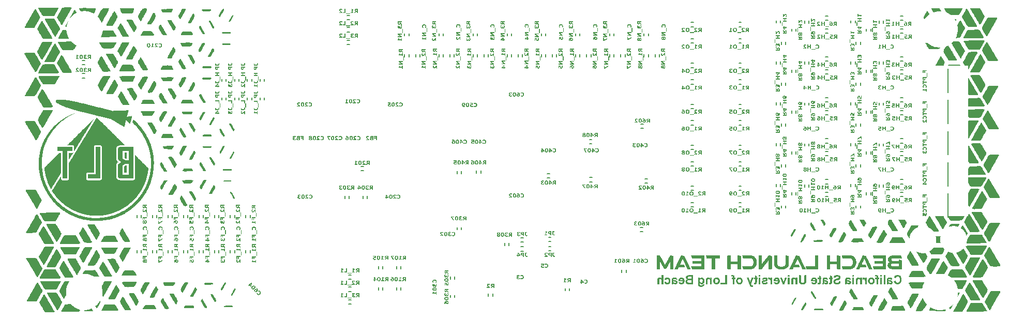
<source format=gbr>
%TF.GenerationSoftware,Altium Limited,Altium Designer,22.4.2 (48)*%
G04 Layer_Color=32896*
%FSLAX45Y45*%
%MOMM*%
%TF.SameCoordinates,DD45EC1B-027E-4741-A071-7A00BA1CB46E*%
%TF.FilePolarity,Positive*%
%TF.FileFunction,Legend,Bot*%
%TF.Part,Single*%
G01*
G75*
%TA.AperFunction,NonConductor*%
%ADD119C,0.20000*%
G36*
X3447575Y5979781D02*
X3451569D01*
Y5971794D01*
X3447575D01*
Y5963806D01*
X3443581D01*
Y5955819D01*
X3439587D01*
Y5947831D01*
X3435594D01*
Y5943837D01*
X3431600D01*
Y5939844D01*
X3427606D01*
Y5931856D01*
X3419619D01*
Y5927863D01*
X3279837D01*
Y5935850D01*
X3275844D01*
Y5939844D01*
X3271850D01*
Y5947831D01*
X3267856D01*
Y5955819D01*
X3263862D01*
Y5963806D01*
X3259869D01*
Y5979781D01*
X3307794D01*
Y5983775D01*
X3311788D01*
Y5979781D01*
X3347731D01*
Y5983775D01*
X3447575D01*
Y5979781D01*
D02*
G37*
G36*
X4074594Y5971794D02*
X4078587D01*
Y5967800D01*
X4074594D01*
Y5959813D01*
X4070600D01*
Y5955819D01*
X4066606D01*
Y5951825D01*
X4058619D01*
Y5947831D01*
X3934813D01*
Y5951825D01*
X3930819D01*
Y5959813D01*
X3926825D01*
Y5963806D01*
X3922831D01*
Y5971794D01*
X3926825D01*
Y5975788D01*
X3930819D01*
Y5979781D01*
X4074594D01*
Y5971794D01*
D02*
G37*
G36*
X16003925Y5987769D02*
X16007919D01*
Y5979781D01*
X16011913D01*
Y5975788D01*
X16015906D01*
Y5967800D01*
X16019901D01*
Y5959813D01*
X16023894D01*
Y5955819D01*
X16027888D01*
Y5943837D01*
X16023894D01*
Y5947831D01*
X15983955D01*
Y5943837D01*
X15952007D01*
Y5939844D01*
X15932037D01*
Y5935850D01*
X15916063D01*
Y5931856D01*
X15900089D01*
Y5935850D01*
X15896094D01*
Y5943837D01*
X15892101D01*
Y5947831D01*
X15888106D01*
Y5955819D01*
X15884113D01*
Y5959813D01*
X15880119D01*
Y5967800D01*
X15876125D01*
Y5975788D01*
X15872131D01*
Y5983775D01*
X15868138D01*
Y5991763D01*
X16003925D01*
Y5987769D01*
D02*
G37*
G36*
X2029794Y5999750D02*
X2081713D01*
Y5995756D01*
X2189544D01*
Y5975788D01*
X2185550D01*
Y5963806D01*
X2181556D01*
Y5947831D01*
X2177563D01*
Y5939844D01*
X2173569D01*
Y5931856D01*
X2169575D01*
Y5923869D01*
X2165581D01*
Y5915881D01*
X2161587D01*
Y5911888D01*
X2145612D01*
Y5915881D01*
X2141619D01*
Y5919875D01*
X2129638D01*
Y5923869D01*
X2121650D01*
Y5927863D01*
X2113663D01*
Y5931856D01*
X2101681D01*
Y5935850D01*
X2089700D01*
Y5939844D01*
X2077719D01*
Y5943837D01*
X2057750D01*
Y5947831D01*
X2021806D01*
Y5951825D01*
X1985862D01*
Y5947831D01*
X1949919D01*
Y5943837D01*
X1941931D01*
Y5947831D01*
X1937937D01*
Y5951825D01*
X1933944D01*
Y5959813D01*
X1929950D01*
Y5963806D01*
X1925956D01*
Y5971794D01*
X1921963D01*
Y5975788D01*
X1917969D01*
Y5983775D01*
X1913975D01*
Y5995756D01*
X1917969D01*
Y5999750D01*
X1973881D01*
Y6003744D01*
X2029794D01*
Y5999750D01*
D02*
G37*
G36*
X2808575Y5991763D02*
X2816563D01*
Y5979781D01*
X2812569D01*
Y5963806D01*
X2808575D01*
Y5951825D01*
X2804581D01*
Y5943837D01*
X2800587D01*
Y5931856D01*
X2796594D01*
Y5927863D01*
X2792600D01*
Y5919875D01*
X2788606D01*
Y5915881D01*
X2784612D01*
Y5911888D01*
X2680775D01*
Y5907894D01*
X2624862D01*
Y5911888D01*
X2616875D01*
Y5915881D01*
X2612881D01*
Y5923869D01*
X2608888D01*
Y5927863D01*
X2604894D01*
Y5935850D01*
X2600900D01*
Y5943837D01*
X2596906D01*
Y5951825D01*
X2592913D01*
Y5963806D01*
X2588919D01*
Y5975788D01*
X2584925D01*
Y5979781D01*
X2580931D01*
Y5987769D01*
X2584925D01*
Y5991763D01*
X2688762D01*
Y5995756D01*
X2808575D01*
Y5991763D01*
D02*
G37*
G36*
X16379338Y5987769D02*
X16375343D01*
Y5979781D01*
X16371350D01*
Y5971794D01*
X16367355D01*
Y5963806D01*
X16363362D01*
Y5959813D01*
X16359369D01*
Y5951825D01*
X16355376D01*
Y5943837D01*
X16351381D01*
Y5939844D01*
X16347388D01*
Y5931856D01*
X16343394D01*
Y5923869D01*
X16339400D01*
Y5915881D01*
X16335406D01*
Y5907894D01*
X16331413D01*
Y5903900D01*
X16327419D01*
Y5895913D01*
X16319431D01*
Y5891919D01*
X16315437D01*
Y5887925D01*
X16271506D01*
Y5883931D01*
X16183644D01*
Y5887925D01*
X16179649D01*
Y5891919D01*
X16171663D01*
Y5895913D01*
X16167670D01*
Y5899906D01*
X16159682D01*
Y5903900D01*
X16155688D01*
Y5907894D01*
X16147701D01*
Y5911888D01*
X16139713D01*
Y5915881D01*
X16131725D01*
Y5919875D01*
X16123738D01*
Y5923869D01*
X16119743D01*
Y5927863D01*
X16115750D01*
Y5931856D01*
X16111755D01*
Y5939844D01*
X16107764D01*
Y5943837D01*
X16103769D01*
Y5947831D01*
X16099776D01*
Y5955819D01*
X16095781D01*
Y5963806D01*
X16091788D01*
Y5967800D01*
X16087794D01*
Y5975788D01*
X16083800D01*
Y5979781D01*
X16079807D01*
Y5991763D01*
X16379338D01*
Y5987769D01*
D02*
G37*
G36*
X1578500Y5991763D02*
X1574506D01*
Y5983775D01*
X1570512D01*
Y5975788D01*
X1566519D01*
Y5967800D01*
X1562525D01*
Y5963806D01*
X1558531D01*
Y5955819D01*
X1554537D01*
Y5947831D01*
X1550544D01*
Y5939844D01*
X1546550D01*
Y5935850D01*
X1542556D01*
Y5927863D01*
X1538563D01*
Y5923869D01*
Y5919875D01*
X1534569D01*
Y5911888D01*
X1530575D01*
Y5907894D01*
X1526581D01*
Y5899906D01*
X1522588D01*
Y5891919D01*
X1518594D01*
Y5883931D01*
X1514600D01*
Y5879938D01*
X1510606D01*
Y5871950D01*
X1434725D01*
Y5867956D01*
X1322900D01*
Y5871950D01*
X1318906D01*
Y5875944D01*
X1314913D01*
Y5879938D01*
X1310919D01*
Y5883931D01*
X1306925D01*
Y5891919D01*
X1302931D01*
Y5895913D01*
X1298937D01*
Y5903900D01*
X1294944D01*
Y5915881D01*
X1290950D01*
Y5919875D01*
X1286956D01*
Y5927863D01*
X1282962D01*
Y5935850D01*
X1278969D01*
Y5939844D01*
X1274975D01*
Y5947831D01*
X1270981D01*
Y5955819D01*
X1266988D01*
Y5959813D01*
X1262994D01*
Y5967800D01*
X1259000D01*
Y5971794D01*
X1255006D01*
Y5979781D01*
X1251012D01*
Y5983775D01*
X1247019D01*
Y5995756D01*
X1243025D01*
Y5999750D01*
X1247019D01*
Y6003744D01*
X1282962D01*
Y6007738D01*
X1578500D01*
Y5991763D01*
D02*
G37*
G36*
X4286262Y5975788D02*
X4290256D01*
Y5967800D01*
X4286262D01*
Y5959813D01*
X4282269D01*
Y5955819D01*
X4278275D01*
Y5947831D01*
X4274281D01*
Y5939844D01*
X4270288D01*
Y5935850D01*
X4266294D01*
Y5923869D01*
X4262300D01*
Y5919875D01*
X4258306D01*
Y5911888D01*
X4254313D01*
Y5903900D01*
X4250319D01*
Y5899906D01*
X4246325D01*
Y5891919D01*
X4242331D01*
Y5887925D01*
Y5883931D01*
X4238337D01*
Y5875944D01*
X4234344D01*
Y5871950D01*
X4230350D01*
Y5863963D01*
X4226356D01*
Y5855975D01*
X4218369D01*
Y5851981D01*
X4210381D01*
Y5855975D01*
X4206388D01*
Y5859969D01*
X4202394D01*
Y5883931D01*
X4206388D01*
Y5891919D01*
X4210381D01*
Y5899906D01*
X4214375D01*
Y5903900D01*
X4218369D01*
Y5911888D01*
X4222362D01*
Y5919875D01*
X4226356D01*
Y5927863D01*
X4230350D01*
Y5935850D01*
X4234344D01*
Y5943837D01*
X4238337D01*
Y5947831D01*
X4242331D01*
Y5955819D01*
X4246325D01*
Y5963806D01*
X4250319D01*
Y5967800D01*
X4254313D01*
Y5971794D01*
X4258306D01*
Y5975788D01*
X4262300D01*
Y5979781D01*
X4270288D01*
Y5983775D01*
X4286262D01*
Y5975788D01*
D02*
G37*
G36*
X1850075Y5963806D02*
X1854069D01*
Y5955819D01*
X1858063D01*
Y5947831D01*
X1862056D01*
Y5943837D01*
X1866050D01*
Y5939844D01*
X1870044D01*
Y5931856D01*
X1874037D01*
Y5919875D01*
X1866050D01*
Y5915881D01*
X1862056D01*
Y5911888D01*
X1854069D01*
Y5907894D01*
X1846081D01*
Y5903900D01*
X1842088D01*
Y5899906D01*
X1834100D01*
Y5895913D01*
X1830106D01*
Y5891919D01*
X1822119D01*
Y5887925D01*
X1818125D01*
Y5883931D01*
X1814131D01*
Y5879938D01*
X1810138D01*
Y5875944D01*
X1806144D01*
Y5871950D01*
X1798156D01*
Y5863963D01*
X1794163D01*
Y5859969D01*
X1786175D01*
Y5851981D01*
X1782181D01*
Y5847988D01*
X1778187D01*
Y5843994D01*
X1774194D01*
Y5840000D01*
X1770200D01*
Y5836006D01*
X1766206D01*
Y5843994D01*
X1770200D01*
Y5851981D01*
X1774194D01*
Y5859969D01*
X1778187D01*
Y5863963D01*
X1782181D01*
Y5871950D01*
X1786175D01*
Y5879938D01*
X1790169D01*
Y5887925D01*
X1794163D01*
Y5895913D01*
X1798156D01*
Y5903900D01*
X1802150D01*
Y5907894D01*
X1806144D01*
Y5915881D01*
X1810138D01*
Y5923869D01*
X1814131D01*
Y5927863D01*
X1818125D01*
Y5935850D01*
X1822119D01*
Y5943837D01*
X1826112D01*
Y5951825D01*
X1830106D01*
Y5955819D01*
X1834100D01*
Y5963806D01*
X1842088D01*
Y5967800D01*
X1850075D01*
Y5963806D01*
D02*
G37*
G36*
X1766206Y5828019D02*
X1762213D01*
Y5832013D01*
Y5836006D01*
X1766206D01*
Y5828019D01*
D02*
G37*
G36*
X1762213Y5824025D02*
X1758219D01*
Y5828019D01*
X1762213D01*
Y5824025D01*
D02*
G37*
G36*
X3659244Y5983775D02*
X3663238D01*
Y5967800D01*
X3659244D01*
Y5963806D01*
X3655250D01*
Y5955819D01*
X3651256D01*
Y5947831D01*
X3647262D01*
Y5943837D01*
X3643269D01*
Y5935850D01*
X3639275D01*
Y5927863D01*
X3635281D01*
Y5919875D01*
X3631288D01*
Y5911888D01*
X3627294D01*
Y5907894D01*
X3623300D01*
Y5899906D01*
X3619306D01*
Y5895913D01*
X3615313D01*
Y5883931D01*
X3611319D01*
Y5879938D01*
X3607325D01*
Y5871950D01*
X3603331D01*
Y5863963D01*
X3599337D01*
Y5855975D01*
X3595344D01*
Y5847988D01*
X3591350D01*
Y5840000D01*
X3587356D01*
Y5836006D01*
X3583362D01*
Y5828019D01*
X3579369D01*
Y5824025D01*
X3575375D01*
Y5820031D01*
X3563394D01*
Y5828019D01*
X3559400D01*
Y5832013D01*
X3555406D01*
Y5836006D01*
X3551413D01*
Y5843994D01*
X3547419D01*
Y5851981D01*
X3543425D01*
Y5859969D01*
X3539431D01*
Y5871950D01*
X3543425D01*
Y5883931D01*
X3547419D01*
Y5891919D01*
X3551413D01*
Y5895913D01*
X3555406D01*
Y5903900D01*
X3559400D01*
Y5911888D01*
X3563394D01*
Y5919875D01*
X3567388D01*
Y5927863D01*
X3571381D01*
Y5931856D01*
X3575375D01*
Y5939844D01*
X3579369D01*
Y5947831D01*
X3583362D01*
Y5951825D01*
X3587356D01*
Y5959813D01*
X3591350D01*
Y5967800D01*
X3595344D01*
Y5975788D01*
X3599337D01*
Y5983775D01*
X3611319D01*
Y5987769D01*
X3659244D01*
Y5983775D01*
D02*
G37*
G36*
X15804237Y5947831D02*
X15808231D01*
Y5943837D01*
X15812225D01*
Y5935850D01*
X15816219D01*
Y5931856D01*
X15820212D01*
Y5923869D01*
X15824207D01*
Y5915881D01*
X15828200D01*
Y5907894D01*
X15832195D01*
Y5903900D01*
X15836188D01*
Y5891919D01*
X15828200D01*
Y5887925D01*
X15824207D01*
Y5883931D01*
X15820212D01*
Y5879938D01*
X15812225D01*
Y5875944D01*
X15808231D01*
Y5871950D01*
X15804237D01*
Y5867956D01*
X15800244D01*
Y5863963D01*
X15796249D01*
Y5859969D01*
X15792256D01*
Y5855975D01*
X15788263D01*
Y5851981D01*
X15784270D01*
Y5847988D01*
X15780275D01*
Y5843994D01*
X15776282D01*
Y5840000D01*
X15772287D01*
Y5832013D01*
X15768294D01*
Y5828019D01*
X15764301D01*
Y5824025D01*
X15760306D01*
Y5820031D01*
Y5816038D01*
X15752319D01*
Y5820031D01*
X15748325D01*
Y5828019D01*
X15744331D01*
Y5836006D01*
X15740338D01*
Y5851981D01*
X15744331D01*
Y5863963D01*
X15748325D01*
Y5871950D01*
X15752319D01*
Y5879938D01*
X15756313D01*
Y5883931D01*
X15760306D01*
Y5891919D01*
X15764301D01*
Y5899906D01*
X15768294D01*
Y5907894D01*
X15772287D01*
Y5911888D01*
X15776282D01*
Y5919875D01*
X15780275D01*
Y5927863D01*
X15784270D01*
Y5935850D01*
X15788263D01*
Y5943837D01*
X15792256D01*
Y5947831D01*
X15796249D01*
Y5951825D01*
X15804237D01*
Y5947831D01*
D02*
G37*
G36*
X16271506Y5816038D02*
X16275500D01*
Y5804056D01*
X16271506D01*
Y5796069D01*
X16267513D01*
Y5792075D01*
X16263519D01*
Y5796069D01*
X16259525D01*
Y5804056D01*
X16255531D01*
Y5812044D01*
X16251537D01*
Y5816038D01*
X16247543D01*
Y5820031D01*
X16271506D01*
Y5816038D01*
D02*
G37*
G36*
X3012256Y5987769D02*
X3028231D01*
Y5967800D01*
X3024238D01*
Y5951825D01*
X3020244D01*
Y5943837D01*
X3016250D01*
Y5935850D01*
X3012256D01*
Y5927863D01*
X3008262D01*
Y5919875D01*
X3004269D01*
Y5915881D01*
X3000275D01*
Y5907894D01*
X2996281D01*
Y5903900D01*
X2992287D01*
Y5895913D01*
X2988294D01*
Y5887925D01*
X2984300D01*
Y5879938D01*
X2980306D01*
Y5875944D01*
X2976313D01*
Y5863963D01*
X2972319D01*
Y5855975D01*
X2968325D01*
Y5851981D01*
X2964331D01*
Y5843994D01*
X2960337D01*
Y5840000D01*
X2956344D01*
Y5832013D01*
X2952350D01*
Y5824025D01*
X2948356D01*
Y5820031D01*
X2944362D01*
Y5812044D01*
X2940369D01*
Y5804056D01*
X2936375D01*
Y5796069D01*
X2932381D01*
Y5788081D01*
X2916406D01*
Y5796069D01*
X2912413D01*
Y5800063D01*
X2908419D01*
Y5804056D01*
X2904425D01*
Y5812044D01*
X2900431D01*
Y5820031D01*
X2896437D01*
Y5824025D01*
X2892444D01*
Y5832013D01*
X2888450D01*
Y5840000D01*
X2884456D01*
Y5847988D01*
X2880463D01*
Y5855975D01*
X2876469D01*
Y5863963D01*
X2880463D01*
Y5871950D01*
X2884456D01*
Y5879938D01*
X2888450D01*
Y5887925D01*
X2892444D01*
Y5895913D01*
X2896437D01*
Y5903900D01*
X2900431D01*
Y5907894D01*
X2904425D01*
Y5915881D01*
X2908419D01*
Y5923869D01*
X2912413D01*
Y5931856D01*
X2916406D01*
Y5943837D01*
X2920400D01*
Y5947831D01*
X2924394D01*
Y5955819D01*
X2928388D01*
Y5959813D01*
X2932381D01*
Y5963806D01*
X2936375D01*
Y5967800D01*
X2940369D01*
Y5971794D01*
X2944362D01*
Y5975788D01*
X2948356D01*
Y5979781D01*
X2952350D01*
Y5983775D01*
X2956344D01*
Y5987769D01*
X2976313D01*
Y5991763D01*
X3012256D01*
Y5987769D01*
D02*
G37*
G36*
X1738250Y5784087D02*
X1734256D01*
Y5788081D01*
X1738250D01*
Y5784087D01*
D02*
G37*
G36*
X1734256Y5776100D02*
X1730262D01*
Y5780094D01*
X1734256D01*
Y5776100D01*
D02*
G37*
G36*
X4434031Y5883931D02*
X4438025D01*
Y5859969D01*
X4434031D01*
Y5851981D01*
X4430038D01*
Y5843994D01*
X4426044D01*
Y5840000D01*
X4422050D01*
Y5828019D01*
X4418056D01*
Y5824025D01*
X4414063D01*
Y5816038D01*
X4410069D01*
Y5808050D01*
X4406075D01*
Y5804056D01*
X4402081D01*
Y5796069D01*
X4398087D01*
Y5792075D01*
X4394094D01*
Y5784087D01*
X4390100D01*
Y5780094D01*
X4386106D01*
Y5776100D01*
X4382112D01*
Y5772106D01*
X4366138D01*
Y5788081D01*
X4370131D01*
Y5796069D01*
X4374125D01*
Y5804056D01*
X4378119D01*
Y5812044D01*
X4382112D01*
Y5816038D01*
X4386106D01*
Y5820031D01*
X4390100D01*
Y5828019D01*
X4394094D01*
Y5832013D01*
X4398087D01*
Y5843994D01*
X4402081D01*
Y5851981D01*
X4406075D01*
Y5859969D01*
X4410069D01*
Y5863963D01*
X4414063D01*
Y5871950D01*
X4418056D01*
Y5875944D01*
X4422050D01*
Y5879938D01*
X4426044D01*
Y5883931D01*
X4430038D01*
Y5887925D01*
X4434031D01*
Y5883931D01*
D02*
G37*
G36*
X2389231Y5995756D02*
X2405206D01*
Y5983775D01*
X2401213D01*
Y5971794D01*
X2397219D01*
Y5955819D01*
X2393225D01*
Y5943837D01*
X2389231D01*
Y5935850D01*
X2385238D01*
Y5927863D01*
X2381244D01*
Y5923869D01*
X2377250D01*
Y5915881D01*
X2373256D01*
Y5911888D01*
X2369262D01*
Y5903900D01*
X2365269D01*
Y5895913D01*
X2361275D01*
Y5887925D01*
X2357281D01*
Y5883931D01*
X2353287D01*
Y5875944D01*
X2349294D01*
Y5867956D01*
X2345300D01*
Y5863963D01*
X2341306D01*
Y5855975D01*
X2337313D01*
Y5847988D01*
X2333319D01*
Y5840000D01*
X2329325D01*
Y5832013D01*
X2325331D01*
Y5828019D01*
X2321337D01*
Y5820031D01*
X2317344D01*
Y5812044D01*
X2313350D01*
Y5804056D01*
X2309356D01*
Y5796069D01*
X2305362D01*
Y5788081D01*
X2301369D01*
Y5784087D01*
X2297375D01*
Y5776100D01*
X2293381D01*
Y5768113D01*
X2289388D01*
Y5760125D01*
X2285394D01*
Y5756131D01*
X2281400D01*
Y5764119D01*
X2277406D01*
Y5776100D01*
X2273413D01*
Y5784087D01*
X2269419D01*
Y5788081D01*
Y5792075D01*
X2265425D01*
Y5800063D01*
X2261431D01*
Y5804056D01*
X2257437D01*
Y5812044D01*
X2253444D01*
Y5816038D01*
X2249450D01*
Y5824025D01*
X2245456D01*
Y5828019D01*
X2241463D01*
Y5836006D01*
X2237469D01*
Y5840000D01*
X2233475D01*
Y5843994D01*
X2229481D01*
Y5847988D01*
X2225488D01*
Y5851981D01*
X2221494D01*
Y5859969D01*
X2217500D01*
Y5863963D01*
X2221494D01*
Y5871950D01*
X2225488D01*
Y5879938D01*
X2229481D01*
Y5887925D01*
X2233475D01*
Y5895913D01*
X2237469D01*
Y5903900D01*
X2241463D01*
Y5911888D01*
X2245456D01*
Y5915881D01*
X2249450D01*
Y5923869D01*
X2253444D01*
Y5931856D01*
X2257437D01*
Y5939844D01*
X2261431D01*
Y5943837D01*
X2265425D01*
Y5951825D01*
X2273413D01*
Y5959813D01*
X2277406D01*
Y5963806D01*
X2281400D01*
Y5967800D01*
X2285394D01*
Y5971794D01*
X2289388D01*
Y5975788D01*
X2293381D01*
Y5983775D01*
X2297375D01*
Y5987769D01*
X2301369D01*
Y5991763D01*
X2305362D01*
Y5995756D01*
X2321337D01*
Y5999750D01*
X2389231D01*
Y5995756D01*
D02*
G37*
G36*
X3791038Y5903900D02*
X3795031D01*
Y5895913D01*
X3799025D01*
Y5891919D01*
X3803019D01*
Y5883931D01*
X3807012D01*
Y5855975D01*
X3803019D01*
Y5847988D01*
X3799025D01*
Y5840000D01*
X3795031D01*
Y5836006D01*
X3791038D01*
Y5828019D01*
X3787044D01*
Y5820031D01*
X3783050D01*
Y5812044D01*
X3779056D01*
Y5804056D01*
X3775063D01*
Y5800063D01*
X3771069D01*
Y5792075D01*
X3767075D01*
Y5784087D01*
X3763081D01*
Y5776100D01*
X3759087D01*
Y5768113D01*
X3755094D01*
Y5764119D01*
X3751100D01*
Y5756131D01*
X3747106D01*
Y5752138D01*
X3727138D01*
Y5748144D01*
X3719150D01*
Y5752138D01*
X3715156D01*
Y5748144D01*
X3707169D01*
Y5752138D01*
X3699181D01*
Y5768113D01*
X3703175D01*
Y5776100D01*
X3707169D01*
Y5784087D01*
X3711163D01*
Y5792075D01*
X3715156D01*
Y5796069D01*
X3719150D01*
Y5804056D01*
X3723144D01*
Y5812044D01*
X3727138D01*
Y5820031D01*
X3731131D01*
Y5828019D01*
X3735125D01*
Y5836006D01*
X3739119D01*
Y5840000D01*
X3743112D01*
Y5847988D01*
X3747106D01*
Y5855975D01*
X3751100D01*
Y5859969D01*
X3755094D01*
Y5867956D01*
X3759087D01*
Y5875944D01*
X3763081D01*
Y5879938D01*
Y5883931D01*
Y5887925D01*
X3767075D01*
Y5891919D01*
X3771069D01*
Y5899906D01*
X3775063D01*
Y5903900D01*
X3783050D01*
Y5907894D01*
X3791038D01*
Y5903900D01*
D02*
G37*
G36*
X16666888Y5987769D02*
X16670882D01*
Y5979781D01*
X16674875D01*
Y5971794D01*
X16678870D01*
Y5963806D01*
X16682861D01*
Y5959813D01*
X16686856D01*
Y5951825D01*
X16690849D01*
Y5947831D01*
X16694844D01*
Y5939844D01*
X16698837D01*
Y5931856D01*
X16702831D01*
Y5927863D01*
X16706825D01*
Y5919875D01*
X16710818D01*
Y5915881D01*
Y5911888D01*
X16714813D01*
Y5903900D01*
X16718806D01*
Y5895913D01*
X16722800D01*
Y5891919D01*
X16726794D01*
Y5883931D01*
X16730788D01*
Y5875944D01*
X16734781D01*
Y5867956D01*
X16738776D01*
Y5847988D01*
X16734781D01*
Y5840000D01*
X16730788D01*
Y5832013D01*
X16726794D01*
Y5828019D01*
X16722800D01*
Y5820031D01*
X16718806D01*
Y5812044D01*
X16714813D01*
Y5804056D01*
X16710818D01*
Y5796069D01*
X16706825D01*
Y5792075D01*
X16702831D01*
Y5784087D01*
X16698837D01*
Y5776100D01*
X16694844D01*
Y5768113D01*
X16690849D01*
Y5760125D01*
X16686856D01*
Y5752138D01*
X16682861D01*
Y5744150D01*
X16678870D01*
Y5740156D01*
X16674875D01*
Y5732169D01*
X16654906D01*
Y5736163D01*
X16650912D01*
Y5744150D01*
X16646919D01*
Y5752138D01*
X16642924D01*
Y5760125D01*
X16638931D01*
Y5768113D01*
X16634938D01*
Y5772106D01*
X16630943D01*
Y5776100D01*
X16626950D01*
Y5784087D01*
X16622955D01*
Y5792075D01*
X16618962D01*
Y5796069D01*
X16614969D01*
Y5804056D01*
X16610976D01*
Y5812044D01*
X16606981D01*
Y5820031D01*
X16602988D01*
Y5824025D01*
X16598994D01*
Y5832013D01*
X16595000D01*
Y5840000D01*
X16591006D01*
Y5843994D01*
X16587013D01*
Y5851981D01*
X16583018D01*
Y5859969D01*
X16579025D01*
Y5863963D01*
X16575031D01*
Y5871950D01*
X16571037D01*
Y5875944D01*
X16567044D01*
Y5883931D01*
X16563049D01*
Y5891919D01*
X16559056D01*
Y5899906D01*
X16555063D01*
Y5907894D01*
X16551070D01*
Y5911888D01*
X16547075D01*
Y5919875D01*
X16543082D01*
Y5923869D01*
X16539088D01*
Y5931856D01*
X16535094D01*
Y5935850D01*
X16531100D01*
Y5943837D01*
X16527106D01*
Y5951825D01*
X16523112D01*
Y5959813D01*
X16519119D01*
Y5967800D01*
X16515125D01*
Y5975788D01*
X16511131D01*
Y5979781D01*
X16507138D01*
Y5987769D01*
X16503143D01*
Y5991763D01*
X16666888D01*
Y5987769D01*
D02*
G37*
G36*
X3148044Y5915881D02*
X3152038D01*
Y5907894D01*
X3156031D01*
Y5899906D01*
X3160025D01*
Y5891919D01*
X3164019D01*
Y5887925D01*
X3168012D01*
Y5879938D01*
X3172006D01*
Y5871950D01*
X3176000D01*
Y5867956D01*
X3172006D01*
Y5855975D01*
X3168012D01*
Y5847988D01*
X3164019D01*
Y5840000D01*
X3160025D01*
Y5836006D01*
X3156031D01*
Y5828019D01*
X3152038D01*
Y5820031D01*
X3148044D01*
Y5812044D01*
X3144050D01*
Y5804056D01*
X3140056D01*
Y5796069D01*
X3136063D01*
Y5792075D01*
X3132069D01*
Y5784087D01*
X3128075D01*
Y5776100D01*
X3124081D01*
Y5768113D01*
X3120087D01*
Y5764119D01*
X3116094D01*
Y5756131D01*
X3112100D01*
Y5752138D01*
X3108106D01*
Y5748144D01*
X3104112D01*
Y5740156D01*
X3100119D01*
Y5736163D01*
X3088138D01*
Y5732169D01*
X3040213D01*
Y5736163D01*
X3036219D01*
Y5756131D01*
X3040213D01*
Y5764119D01*
X3044206D01*
Y5772106D01*
X3048200D01*
Y5780094D01*
X3052194D01*
Y5788081D01*
X3056187D01*
Y5792075D01*
X3060181D01*
Y5796069D01*
X3064175D01*
Y5804056D01*
X3068169D01*
Y5812044D01*
X3072163D01*
Y5820031D01*
X3076156D01*
Y5828019D01*
X3080150D01*
Y5836006D01*
X3084144D01*
Y5843994D01*
X3088138D01*
Y5851981D01*
X3092131D01*
Y5855975D01*
X3096125D01*
Y5863963D01*
X3100119D01*
Y5871950D01*
X3104112D01*
Y5879938D01*
X3108106D01*
Y5883931D01*
X3112100D01*
Y5891919D01*
X3116094D01*
Y5899906D01*
X3120087D01*
Y5907894D01*
X3124081D01*
Y5911888D01*
X3128075D01*
Y5919875D01*
X3148044D01*
Y5915881D01*
D02*
G37*
G36*
X1782181Y6007738D02*
X1794163D01*
Y5999750D01*
X1790169D01*
Y5987769D01*
X1786175D01*
Y5983775D01*
X1782181D01*
Y5975788D01*
X1778187D01*
Y5967800D01*
X1774194D01*
Y5963806D01*
X1770200D01*
Y5955819D01*
X1766206D01*
Y5947831D01*
X1762213D01*
Y5939844D01*
X1758219D01*
Y5931856D01*
X1754225D01*
Y5923869D01*
X1750231D01*
Y5919875D01*
X1746238D01*
Y5911888D01*
X1742244D01*
Y5907894D01*
X1738250D01*
Y5899906D01*
X1734256D01*
Y5891919D01*
X1730262D01*
Y5883931D01*
X1726269D01*
Y5875944D01*
X1722275D01*
Y5871950D01*
X1718281D01*
Y5863963D01*
X1714287D01*
Y5855975D01*
X1710294D01*
Y5847988D01*
X1706300D01*
Y5843994D01*
X1702306D01*
Y5836006D01*
X1698313D01*
Y5828019D01*
X1694319D01*
Y5820031D01*
X1690325D01*
Y5816038D01*
X1686331D01*
Y5808050D01*
X1682338D01*
Y5800063D01*
X1678344D01*
Y5792075D01*
X1674350D01*
Y5784087D01*
X1670356D01*
Y5780094D01*
X1666362D01*
Y5772106D01*
X1662369D01*
Y5764119D01*
X1658375D01*
Y5756131D01*
X1654381D01*
Y5748144D01*
X1650388D01*
Y5740156D01*
X1646394D01*
Y5736163D01*
X1642400D01*
Y5728175D01*
X1638406D01*
Y5724181D01*
X1630419D01*
Y5720188D01*
X1626425D01*
Y5724181D01*
X1622431D01*
Y5728175D01*
X1618437D01*
Y5736163D01*
X1614444D01*
Y5744150D01*
X1610450D01*
Y5748144D01*
X1606456D01*
Y5756131D01*
X1602463D01*
Y5764119D01*
X1598469D01*
Y5772106D01*
X1594475D01*
Y5776100D01*
X1590481D01*
Y5780094D01*
X1586488D01*
Y5788081D01*
X1582494D01*
Y5796069D01*
X1578500D01*
Y5804056D01*
X1574506D01*
Y5808050D01*
X1570512D01*
Y5816038D01*
X1566519D01*
Y5824025D01*
X1562525D01*
Y5828019D01*
X1558531D01*
Y5836006D01*
X1554537D01*
Y5855975D01*
X1558531D01*
Y5863963D01*
X1562525D01*
Y5871950D01*
X1566519D01*
Y5879938D01*
X1570512D01*
Y5887925D01*
X1574506D01*
Y5895913D01*
X1578500D01*
Y5899906D01*
X1582494D01*
Y5907894D01*
X1586488D01*
Y5915881D01*
X1590481D01*
Y5923869D01*
X1594475D01*
Y5931856D01*
X1598469D01*
Y5935850D01*
X1602463D01*
Y5943837D01*
X1606456D01*
Y5947831D01*
X1610450D01*
Y5955819D01*
X1614444D01*
Y5963806D01*
X1618437D01*
Y5971794D01*
X1622431D01*
Y5975788D01*
X1626425D01*
Y5983775D01*
X1630419D01*
Y5991763D01*
X1634413D01*
Y5995756D01*
X1638406D01*
Y6003744D01*
X1642400D01*
Y6007738D01*
X1666362D01*
Y6011731D01*
X1782181D01*
Y6007738D01*
D02*
G37*
G36*
X2493069Y5943837D02*
X2501056D01*
Y5935850D01*
X2505050D01*
Y5931856D01*
X2509044D01*
Y5923869D01*
X2513037D01*
Y5915881D01*
X2517031D01*
Y5907894D01*
X2521025D01*
Y5899906D01*
X2525019D01*
Y5895913D01*
X2529012D01*
Y5887925D01*
X2533006D01*
Y5879938D01*
X2537000D01*
Y5875944D01*
X2540994D01*
Y5871950D01*
X2544988D01*
Y5843994D01*
X2540994D01*
Y5836006D01*
X2537000D01*
Y5828019D01*
X2533006D01*
Y5824025D01*
X2529012D01*
Y5820031D01*
X2525019D01*
Y5812044D01*
X2521025D01*
Y5804056D01*
X2517031D01*
Y5796069D01*
X2513037D01*
Y5788081D01*
X2509044D01*
Y5776100D01*
X2505050D01*
Y5772106D01*
X2501056D01*
Y5764119D01*
X2497063D01*
Y5760125D01*
X2493069D01*
Y5752138D01*
X2489075D01*
Y5744150D01*
X2485081D01*
Y5740156D01*
X2481087D01*
Y5732169D01*
X2477094D01*
Y5724181D01*
X2473100D01*
Y5720188D01*
X2469106D01*
Y5716194D01*
X2465112D01*
Y5712200D01*
X2457125D01*
Y5708206D01*
X2373256D01*
Y5712200D01*
X2361275D01*
Y5732169D01*
X2365269D01*
Y5740156D01*
X2369262D01*
Y5748144D01*
X2373256D01*
Y5752138D01*
X2377250D01*
Y5760125D01*
X2381244D01*
Y5768113D01*
X2385238D01*
Y5776100D01*
X2389231D01*
Y5780094D01*
X2393225D01*
Y5788081D01*
X2397219D01*
Y5796069D01*
X2401213D01*
Y5804056D01*
X2405206D01*
Y5812044D01*
X2409200D01*
Y5820031D01*
X2413194D01*
Y5828019D01*
X2417187D01*
Y5832013D01*
X2421181D01*
Y5840000D01*
X2425175D01*
Y5847988D01*
X2429169D01*
Y5855975D01*
X2433163D01*
Y5859969D01*
X2437156D01*
Y5863963D01*
X2441150D01*
Y5871950D01*
X2445144D01*
Y5879938D01*
X2449138D01*
Y5887925D01*
X2453131D01*
Y5895913D01*
X2457125D01*
Y5903900D01*
X2461119D01*
Y5907894D01*
X2465112D01*
Y5915881D01*
X2469106D01*
Y5923869D01*
X2473100D01*
Y5927863D01*
X2477094D01*
Y5931856D01*
X2481087D01*
Y5939844D01*
X2485081D01*
Y5947831D01*
X2493069D01*
Y5943837D01*
D02*
G37*
G36*
X16447231Y5983775D02*
X16451225D01*
Y5979781D01*
X16455219D01*
Y5975788D01*
X16459212D01*
Y5967800D01*
X16463206D01*
Y5963806D01*
X16467200D01*
Y5955819D01*
X16471194D01*
Y5951825D01*
X16475188D01*
Y5943837D01*
X16479181D01*
Y5935850D01*
X16483176D01*
Y5927863D01*
X16487169D01*
Y5923869D01*
X16491164D01*
Y5915881D01*
X16495155D01*
Y5907894D01*
X16499150D01*
Y5903900D01*
X16503143D01*
Y5895913D01*
X16507138D01*
Y5887925D01*
X16511131D01*
Y5883931D01*
X16515125D01*
Y5875944D01*
X16519119D01*
Y5867956D01*
X16523112D01*
Y5863963D01*
X16527106D01*
Y5855975D01*
X16531100D01*
Y5847988D01*
X16535094D01*
Y5843994D01*
X16539088D01*
Y5836006D01*
X16543082D01*
Y5828019D01*
X16547075D01*
Y5820031D01*
X16551070D01*
Y5812044D01*
X16555063D01*
Y5808050D01*
X16559056D01*
Y5800063D01*
X16563049D01*
Y5792075D01*
X16567044D01*
Y5788081D01*
X16571037D01*
Y5780094D01*
X16575031D01*
Y5776100D01*
X16579025D01*
Y5768113D01*
X16583018D01*
Y5760125D01*
X16587013D01*
Y5756131D01*
X16591006D01*
Y5748144D01*
X16595000D01*
Y5744150D01*
X16598994D01*
Y5736163D01*
X16602988D01*
Y5728175D01*
X16606981D01*
Y5720188D01*
X16610976D01*
Y5716194D01*
X16614969D01*
Y5708206D01*
X16618962D01*
Y5704213D01*
X16614969D01*
Y5692231D01*
X16467200D01*
Y5696225D01*
X16463206D01*
Y5700219D01*
X16459212D01*
Y5704213D01*
X16455219D01*
Y5708206D01*
X16451225D01*
Y5716194D01*
X16447231D01*
Y5724181D01*
X16443237D01*
Y5728175D01*
X16439244D01*
Y5736163D01*
X16435249D01*
Y5740156D01*
X16431256D01*
Y5748144D01*
X16427263D01*
Y5756131D01*
X16423270D01*
Y5760125D01*
X16419275D01*
Y5768113D01*
X16415282D01*
Y5776100D01*
X16411287D01*
Y5784087D01*
X16407294D01*
Y5788081D01*
X16403300D01*
Y5796069D01*
X16399306D01*
Y5804056D01*
X16395312D01*
Y5812044D01*
X16391319D01*
Y5816038D01*
X16387325D01*
Y5824025D01*
X16383331D01*
Y5828019D01*
X16379338D01*
Y5836006D01*
X16375343D01*
Y5840000D01*
X16371350D01*
Y5847988D01*
X16367355D01*
Y5859969D01*
X16371350D01*
Y5867956D01*
X16375343D01*
Y5875944D01*
X16379338D01*
Y5883931D01*
X16383331D01*
Y5887925D01*
X16387325D01*
Y5895913D01*
X16391319D01*
Y5903900D01*
X16395312D01*
Y5911888D01*
X16399306D01*
Y5919875D01*
X16403300D01*
Y5927863D01*
X16407294D01*
Y5931856D01*
X16411287D01*
Y5939844D01*
X16415282D01*
Y5947831D01*
X16419275D01*
Y5951825D01*
X16423270D01*
Y5959813D01*
X16427263D01*
Y5967800D01*
X16431256D01*
Y5975788D01*
X16435249D01*
Y5983775D01*
X16439244D01*
Y5987769D01*
X16447231D01*
Y5983775D01*
D02*
G37*
G36*
X1730262Y5764119D02*
X1726269D01*
Y5752138D01*
X1722275D01*
Y5740156D01*
X1718281D01*
Y5728175D01*
X1714287D01*
Y5708206D01*
X1710294D01*
Y5692231D01*
X1694319D01*
Y5696225D01*
X1690325D01*
Y5708206D01*
X1694319D01*
Y5716194D01*
X1698313D01*
Y5724181D01*
X1702306D01*
Y5732169D01*
X1706300D01*
Y5736163D01*
X1710294D01*
Y5744150D01*
X1714287D01*
Y5752138D01*
X1718281D01*
Y5760125D01*
X1722275D01*
Y5768113D01*
X1726269D01*
Y5772106D01*
X1730262D01*
Y5764119D01*
D02*
G37*
G36*
X1207081Y5975788D02*
X1211075D01*
Y5967800D01*
X1215069D01*
Y5963806D01*
X1219063D01*
Y5955819D01*
X1223056D01*
Y5947831D01*
X1227050D01*
Y5939844D01*
X1231044D01*
Y5931856D01*
X1235037D01*
Y5923869D01*
X1239031D01*
Y5915881D01*
X1243025D01*
Y5907894D01*
X1247019D01*
Y5903900D01*
X1251012D01*
Y5899906D01*
X1255006D01*
Y5895913D01*
X1259000D01*
Y5887925D01*
X1262994D01*
Y5879938D01*
X1266988D01*
Y5871950D01*
X1270981D01*
Y5863963D01*
X1274975D01*
Y5855975D01*
X1278969D01*
Y5843994D01*
X1274975D01*
Y5836006D01*
X1270981D01*
Y5824025D01*
X1266988D01*
Y5816038D01*
X1262994D01*
Y5812044D01*
X1259000D01*
Y5804056D01*
X1255006D01*
Y5796069D01*
X1251012D01*
Y5792075D01*
X1247019D01*
Y5784087D01*
X1243025D01*
Y5776100D01*
X1239031D01*
Y5768113D01*
X1235037D01*
Y5764119D01*
X1231044D01*
Y5756131D01*
X1227050D01*
Y5748144D01*
X1223056D01*
Y5740156D01*
X1219063D01*
Y5732169D01*
X1215069D01*
Y5728175D01*
X1211075D01*
Y5724181D01*
X1207081D01*
Y5716194D01*
X1203088D01*
Y5708206D01*
X1199094D01*
Y5696225D01*
X1195100D01*
Y5692231D01*
X1191106D01*
Y5684244D01*
X1187112D01*
Y5680250D01*
X1183119D01*
Y5676256D01*
X1047331D01*
Y5672263D01*
X1031356D01*
Y5676256D01*
X1027362D01*
Y5680250D01*
X1023369D01*
Y5692231D01*
X1027362D01*
Y5700219D01*
X1031356D01*
Y5704213D01*
X1035350D01*
Y5712200D01*
X1039344D01*
Y5720188D01*
X1043338D01*
Y5728175D01*
X1047331D01*
Y5736163D01*
X1051325D01*
Y5740156D01*
X1055319D01*
Y5748144D01*
X1059313D01*
Y5752138D01*
X1063306D01*
Y5760125D01*
X1067300D01*
Y5768113D01*
X1071294D01*
Y5776100D01*
X1075287D01*
Y5784087D01*
X1079281D01*
Y5792075D01*
X1083275D01*
Y5796069D01*
X1087269D01*
Y5804056D01*
X1091262D01*
Y5812044D01*
X1095256D01*
Y5816038D01*
X1099250D01*
Y5824025D01*
X1103244D01*
Y5832013D01*
X1107238D01*
Y5836006D01*
X1111231D01*
Y5843994D01*
X1115225D01*
Y5851981D01*
X1119219D01*
Y5859969D01*
X1123212D01*
Y5863963D01*
X1127206D01*
Y5871950D01*
X1131200D01*
Y5879938D01*
X1135194D01*
Y5887925D01*
X1139187D01*
Y5895913D01*
X1143181D01*
Y5903900D01*
X1147175D01*
Y5907894D01*
X1151169D01*
Y5915881D01*
X1155163D01*
Y5923869D01*
X1159156D01*
Y5931856D01*
X1163150D01*
Y5939844D01*
X1167144D01*
Y5947831D01*
X1171138D01*
Y5951825D01*
X1175131D01*
Y5959813D01*
X1179125D01*
Y5963806D01*
X1183119D01*
Y5971794D01*
X1187112D01*
Y5979781D01*
X1207081D01*
Y5975788D01*
D02*
G37*
G36*
X4062612Y5788081D02*
X4066606D01*
Y5784087D01*
X4070600D01*
Y5776100D01*
X4074594D01*
Y5772106D01*
X4078587D01*
Y5768113D01*
X4082581D01*
Y5760125D01*
X4086575D01*
Y5756131D01*
X4090569D01*
Y5748144D01*
X4094563D01*
Y5740156D01*
X4098556D01*
Y5732169D01*
X4102550D01*
Y5724181D01*
X4106544D01*
Y5716194D01*
X4110538D01*
Y5712200D01*
X4114531D01*
Y5704213D01*
X4118525D01*
Y5700219D01*
X4122519D01*
Y5668269D01*
X4118525D01*
Y5664275D01*
X4106544D01*
Y5668269D01*
X4102550D01*
Y5672263D01*
X4098556D01*
Y5676256D01*
X4094563D01*
Y5684244D01*
X4090569D01*
Y5692231D01*
X4086575D01*
Y5700219D01*
X4082581D01*
Y5704213D01*
X4078587D01*
Y5712200D01*
X4074594D01*
Y5716194D01*
X4070600D01*
Y5724181D01*
X4066606D01*
Y5732169D01*
X4062612D01*
Y5740156D01*
X4058619D01*
Y5748144D01*
X4054625D01*
Y5756131D01*
X4050631D01*
Y5760125D01*
X4046638D01*
Y5764119D01*
X4042644D01*
Y5772106D01*
X4038650D01*
Y5780094D01*
X4034656D01*
Y5788081D01*
X4038650D01*
Y5792075D01*
X4062612D01*
Y5788081D01*
D02*
G37*
G36*
X3411631Y5800063D02*
X3427606D01*
Y5796069D01*
X3431600D01*
Y5788081D01*
X3435594D01*
Y5784087D01*
X3439587D01*
Y5776100D01*
X3443581D01*
Y5768113D01*
X3447575D01*
Y5764119D01*
X3451569D01*
Y5756131D01*
X3455563D01*
Y5752138D01*
X3459556D01*
Y5744150D01*
X3463550D01*
Y5740156D01*
X3467544D01*
Y5732169D01*
X3471538D01*
Y5724181D01*
X3475531D01*
Y5716194D01*
X3479525D01*
Y5712200D01*
X3483519D01*
Y5704213D01*
X3487512D01*
Y5696225D01*
X3491506D01*
Y5692231D01*
X3495500D01*
Y5672263D01*
X3491506D01*
Y5664275D01*
X3487512D01*
Y5652294D01*
X3483519D01*
Y5648300D01*
X3479525D01*
Y5640313D01*
X3475531D01*
Y5632325D01*
X3471538D01*
Y5628331D01*
X3459556D01*
Y5632325D01*
X3455563D01*
Y5636319D01*
X3451569D01*
Y5644306D01*
X3447575D01*
Y5648300D01*
X3443581D01*
Y5656288D01*
X3439587D01*
Y5660281D01*
X3435594D01*
Y5668269D01*
X3431600D01*
Y5672263D01*
X3427606D01*
Y5680250D01*
X3423612D01*
Y5688238D01*
X3419619D01*
Y5696225D01*
X3415625D01*
Y5704213D01*
X3411631D01*
Y5708206D01*
X3407638D01*
Y5716194D01*
X3403644D01*
Y5724181D01*
X3399650D01*
Y5728175D01*
X3395656D01*
Y5736163D01*
X3391663D01*
Y5744150D01*
X3387669D01*
Y5748144D01*
X3383675D01*
Y5756131D01*
X3379681D01*
Y5764119D01*
X3375687D01*
Y5768113D01*
X3371694D01*
Y5776100D01*
X3367700D01*
Y5784087D01*
X3363706D01*
Y5800063D01*
X3367700D01*
Y5804056D01*
X3411631D01*
Y5800063D01*
D02*
G37*
G36*
X2776625Y5804056D02*
X2784612D01*
Y5800063D01*
X2792600D01*
Y5792075D01*
X2796594D01*
Y5788081D01*
X2800587D01*
Y5780094D01*
X2804581D01*
Y5772106D01*
X2808575D01*
Y5768113D01*
X2812569D01*
Y5760125D01*
X2816563D01*
Y5752138D01*
X2820556D01*
Y5744150D01*
X2824550D01*
Y5736163D01*
X2828544D01*
Y5732169D01*
X2832537D01*
Y5728175D01*
X2836531D01*
Y5724181D01*
Y5720188D01*
X2840525D01*
Y5712200D01*
X2844519D01*
Y5704213D01*
X2848512D01*
Y5696225D01*
X2852506D01*
Y5692231D01*
X2856500D01*
Y5672263D01*
X2852506D01*
Y5660281D01*
X2848512D01*
Y5652294D01*
X2844519D01*
Y5644306D01*
X2840525D01*
Y5640313D01*
X2836531D01*
Y5632325D01*
X2832537D01*
Y5624337D01*
X2828544D01*
Y5616350D01*
X2824550D01*
Y5612356D01*
X2820556D01*
Y5608363D01*
X2804581D01*
Y5612356D01*
X2800587D01*
Y5620344D01*
X2796594D01*
Y5624337D01*
X2792600D01*
Y5632325D01*
X2788606D01*
Y5640313D01*
X2784612D01*
Y5648300D01*
X2780619D01*
Y5656288D01*
X2776625D01*
Y5664275D01*
X2772631D01*
Y5672263D01*
X2768638D01*
Y5676256D01*
X2764644D01*
Y5680250D01*
X2760650D01*
Y5688238D01*
X2756656D01*
Y5696225D01*
X2752663D01*
Y5700219D01*
X2748669D01*
Y5708206D01*
X2744675D01*
Y5716194D01*
X2740681D01*
Y5724181D01*
X2736687D01*
Y5728175D01*
X2732694D01*
Y5736163D01*
X2728700D01*
Y5744150D01*
X2724706D01*
Y5748144D01*
X2720713D01*
Y5756131D01*
X2716719D01*
Y5764119D01*
X2712725D01*
Y5768113D01*
X2708731D01*
Y5776100D01*
X2704738D01*
Y5780094D01*
X2700744D01*
Y5788081D01*
X2696750D01*
Y5808050D01*
X2776625D01*
Y5804056D01*
D02*
G37*
G36*
X4386106Y5604369D02*
X4394094D01*
Y5596381D01*
X4398087D01*
Y5592388D01*
X4394094D01*
Y5584400D01*
X4386106D01*
Y5580406D01*
X4262300D01*
Y5584400D01*
X4258306D01*
Y5592388D01*
X4254313D01*
Y5596381D01*
X4258306D01*
Y5600375D01*
X4262300D01*
Y5604369D01*
X4266294D01*
Y5608363D01*
X4386106D01*
Y5604369D01*
D02*
G37*
G36*
X3898869Y5708206D02*
X3902862D01*
Y5700219D01*
X3906856D01*
Y5696225D01*
X3910850D01*
Y5688238D01*
X3914844D01*
Y5680250D01*
X3918837D01*
Y5676256D01*
X3922831D01*
Y5668269D01*
X3926825D01*
Y5660281D01*
X3930819D01*
Y5652294D01*
X3934813D01*
Y5648300D01*
X3938806D01*
Y5640313D01*
X3942800D01*
Y5632325D01*
X3946794D01*
Y5624337D01*
X3950788D01*
Y5620344D01*
X3954781D01*
Y5612356D01*
X3958775D01*
Y5604369D01*
X3962769D01*
Y5600375D01*
X3966762D01*
Y5592388D01*
X3970756D01*
Y5584400D01*
X3974750D01*
Y5580406D01*
X3970756D01*
Y5576413D01*
X3966762D01*
Y5572419D01*
X3942800D01*
Y5576413D01*
X3938806D01*
Y5580406D01*
X3934813D01*
Y5584400D01*
X3930819D01*
Y5592388D01*
X3926825D01*
Y5596381D01*
X3922831D01*
Y5604369D01*
X3918837D01*
Y5608363D01*
X3914844D01*
Y5616350D01*
Y5620344D01*
X3910850D01*
Y5624337D01*
X3906856D01*
Y5628331D01*
X3902862D01*
Y5636319D01*
X3898869D01*
Y5644306D01*
X3894875D01*
Y5652294D01*
X3890881D01*
Y5660281D01*
X3886888D01*
Y5664275D01*
X3882894D01*
Y5672263D01*
X3878900D01*
Y5696225D01*
X3882894D01*
Y5700219D01*
X3886888D01*
Y5704213D01*
X3890881D01*
Y5708206D01*
X3894875D01*
Y5712200D01*
X3898869D01*
Y5708206D01*
D02*
G37*
G36*
X3751100Y5612356D02*
X3755094D01*
Y5608363D01*
X3759087D01*
Y5600375D01*
X3763081D01*
Y5596381D01*
X3767075D01*
Y5592388D01*
X3771069D01*
Y5584400D01*
X3775063D01*
Y5576413D01*
X3779056D01*
Y5560438D01*
X3771069D01*
Y5556444D01*
X3711163D01*
Y5552450D01*
X3607325D01*
Y5556444D01*
X3583362D01*
Y5560438D01*
X3579369D01*
Y5572419D01*
X3583362D01*
Y5580406D01*
X3587356D01*
Y5584400D01*
X3591350D01*
Y5592388D01*
X3595344D01*
Y5600375D01*
X3599337D01*
Y5608363D01*
X3607325D01*
Y5616350D01*
X3751100D01*
Y5612356D01*
D02*
G37*
G36*
X3255875Y5724181D02*
X3259869D01*
Y5716194D01*
X3263862D01*
Y5708206D01*
X3267856D01*
Y5700219D01*
X3271850D01*
Y5692231D01*
X3275844D01*
Y5688238D01*
X3279837D01*
Y5680250D01*
X3283831D01*
Y5672263D01*
X3287825D01*
Y5668269D01*
X3291819D01*
Y5660281D01*
X3295813D01*
Y5656288D01*
X3299806D01*
Y5648300D01*
X3303800D01*
Y5640313D01*
X3307794D01*
Y5632325D01*
X3311788D01*
Y5624337D01*
X3315781D01*
Y5620344D01*
X3319775D01*
Y5612356D01*
X3323769D01*
Y5604369D01*
X3327762D01*
Y5600375D01*
X3331756D01*
Y5592388D01*
X3335750D01*
Y5584400D01*
X3339744D01*
Y5580406D01*
X3343738D01*
Y5572419D01*
X3347731D01*
Y5564431D01*
X3351725D01*
Y5556444D01*
X3347731D01*
Y5552450D01*
X3287825D01*
Y5556444D01*
X3283831D01*
Y5560438D01*
X3279837D01*
Y5564431D01*
X3275844D01*
Y5572419D01*
X3271850D01*
Y5576413D01*
Y5580406D01*
X3267856D01*
Y5584400D01*
X3263862D01*
Y5592388D01*
X3259869D01*
Y5600375D01*
X3255875D01*
Y5604369D01*
X3251881D01*
Y5612356D01*
X3247888D01*
Y5620344D01*
X3243894D01*
Y5624337D01*
X3239900D01*
Y5632325D01*
X3235906D01*
Y5640313D01*
X3231913D01*
Y5648300D01*
X3227919D01*
Y5652294D01*
X3223925D01*
Y5660281D01*
X3219931D01*
Y5668269D01*
X3215937D01*
Y5688238D01*
X3219931D01*
Y5696225D01*
X3223925D01*
Y5700219D01*
X3227919D01*
Y5708206D01*
X3231913D01*
Y5716194D01*
X3235906D01*
Y5724181D01*
X3243894D01*
Y5728175D01*
X3255875D01*
Y5724181D01*
D02*
G37*
G36*
X3088138Y5616350D02*
X3104112D01*
Y5612356D01*
X3108106D01*
Y5608363D01*
X3112100D01*
Y5604369D01*
X3116094D01*
Y5600375D01*
X3120087D01*
Y5592388D01*
X3124081D01*
Y5588394D01*
X3128075D01*
Y5580406D01*
X3132069D01*
Y5572419D01*
X3136063D01*
Y5568425D01*
X3140056D01*
Y5552450D01*
X3136063D01*
Y5548456D01*
X3012256D01*
Y5544463D01*
X3008262D01*
Y5548456D01*
X3004269D01*
Y5544463D01*
X2956344D01*
Y5548456D01*
X2924394D01*
Y5560438D01*
X2928388D01*
Y5568425D01*
X2932381D01*
Y5572419D01*
X2936375D01*
Y5580406D01*
X2940369D01*
Y5588394D01*
X2944362D01*
Y5596381D01*
X2948356D01*
Y5604369D01*
X2952350D01*
Y5608363D01*
X2956344D01*
Y5612356D01*
X2960337D01*
Y5616350D01*
X2964331D01*
Y5620344D01*
X3088138D01*
Y5616350D01*
D02*
G37*
G36*
X16934470Y5840000D02*
X16942456D01*
Y5836006D01*
X16946449D01*
Y5824025D01*
X16942456D01*
Y5816038D01*
X16938461D01*
Y5812044D01*
X16934470D01*
Y5804056D01*
X16930475D01*
Y5800063D01*
X16926482D01*
Y5792075D01*
X16922488D01*
Y5784087D01*
X16918494D01*
Y5776100D01*
X16914500D01*
Y5768113D01*
X16910506D01*
Y5760125D01*
X16906512D01*
Y5756131D01*
X16902519D01*
Y5748144D01*
X16898524D01*
Y5740156D01*
X16894531D01*
Y5732169D01*
X16890536D01*
Y5724181D01*
X16886543D01*
Y5720188D01*
X16882550D01*
Y5716194D01*
Y5712200D01*
X16878555D01*
Y5704213D01*
X16874564D01*
Y5696225D01*
X16870569D01*
Y5692231D01*
X16866576D01*
Y5684244D01*
X16862581D01*
Y5680250D01*
X16858588D01*
Y5672263D01*
X16854594D01*
Y5664275D01*
X16850600D01*
Y5656288D01*
X16846606D01*
Y5648300D01*
X16842612D01*
Y5640313D01*
X16838618D01*
Y5636319D01*
X16834625D01*
Y5628331D01*
X16830630D01*
Y5620344D01*
X16826637D01*
Y5612356D01*
X16822644D01*
Y5604369D01*
X16818649D01*
Y5596381D01*
X16814656D01*
Y5592388D01*
X16810663D01*
Y5584400D01*
X16806670D01*
Y5580406D01*
X16802675D01*
Y5572419D01*
X16798682D01*
Y5564431D01*
X16794688D01*
Y5556444D01*
X16790694D01*
Y5548456D01*
X16786700D01*
Y5540469D01*
X16782706D01*
Y5536475D01*
X16766731D01*
Y5544463D01*
X16762738D01*
Y5548456D01*
X16758743D01*
Y5556444D01*
X16754750D01*
Y5560438D01*
X16750755D01*
Y5568425D01*
X16746764D01*
Y5572419D01*
X16742769D01*
Y5580406D01*
X16738776D01*
Y5588394D01*
X16734781D01*
Y5596381D01*
X16730788D01*
Y5600375D01*
X16726794D01*
Y5608363D01*
X16722800D01*
Y5616350D01*
X16718806D01*
Y5624337D01*
X16714813D01*
Y5628331D01*
X16710818D01*
Y5636319D01*
X16706825D01*
Y5640313D01*
X16702831D01*
Y5648300D01*
X16698837D01*
Y5652294D01*
X16694844D01*
Y5680250D01*
X16698837D01*
Y5688238D01*
X16702831D01*
Y5696225D01*
X16706825D01*
Y5704213D01*
X16710818D01*
Y5708206D01*
X16714813D01*
Y5716194D01*
X16718806D01*
Y5724181D01*
X16722800D01*
Y5728175D01*
X16726794D01*
Y5740156D01*
X16730788D01*
Y5748144D01*
X16734781D01*
Y5752138D01*
X16738776D01*
Y5760125D01*
X16742769D01*
Y5764119D01*
X16746764D01*
Y5772106D01*
X16750755D01*
Y5780094D01*
X16754750D01*
Y5788081D01*
X16758743D01*
Y5796069D01*
X16762738D01*
Y5800063D01*
X16766731D01*
Y5808050D01*
X16770724D01*
Y5816038D01*
X16774719D01*
Y5824025D01*
X16778712D01*
Y5832013D01*
X16782706D01*
Y5836006D01*
X16790694D01*
Y5840000D01*
X16802675D01*
Y5843994D01*
X16934470D01*
Y5840000D01*
D02*
G37*
G36*
X2600900Y5748144D02*
X2604894D01*
Y5744150D01*
X2608888D01*
Y5736163D01*
X2612881D01*
Y5728175D01*
X2616875D01*
Y5724181D01*
X2620869D01*
Y5716194D01*
X2624862D01*
Y5708206D01*
X2628856D01*
Y5704213D01*
X2632850D01*
Y5696225D01*
X2636844D01*
Y5692231D01*
X2640837D01*
Y5684244D01*
X2644831D01*
Y5676256D01*
X2648825D01*
Y5668269D01*
X2652819D01*
Y5660281D01*
X2656813D01*
Y5656288D01*
X2660806D01*
Y5648300D01*
X2664800D01*
Y5644306D01*
X2668794D01*
Y5636319D01*
X2672787D01*
Y5632325D01*
X2676781D01*
Y5620344D01*
X2680775D01*
Y5616350D01*
X2684769D01*
Y5608363D01*
X2688762D01*
Y5600375D01*
X2692756D01*
Y5592388D01*
X2696750D01*
Y5584400D01*
X2700744D01*
Y5580406D01*
X2704738D01*
Y5576413D01*
X2708731D01*
Y5568425D01*
X2712725D01*
Y5560438D01*
X2716719D01*
Y5552450D01*
X2720713D01*
Y5544463D01*
X2724706D01*
Y5532481D01*
X2704738D01*
Y5528488D01*
X2648825D01*
Y5532481D01*
X2628856D01*
Y5536475D01*
X2624862D01*
Y5540469D01*
X2620869D01*
Y5548456D01*
X2616875D01*
Y5552450D01*
X2612881D01*
Y5560438D01*
X2608888D01*
Y5564431D01*
X2604894D01*
Y5572419D01*
X2600900D01*
Y5580406D01*
X2596906D01*
Y5588394D01*
X2592913D01*
Y5592388D01*
X2588919D01*
Y5596381D01*
X2584925D01*
Y5604369D01*
X2580931D01*
Y5612356D01*
X2576937D01*
Y5620344D01*
X2572944D01*
Y5628331D01*
X2568950D01*
Y5636319D01*
X2564956D01*
Y5640313D01*
X2560963D01*
Y5648300D01*
X2556969D01*
Y5656288D01*
X2552975D01*
Y5660281D01*
X2548981D01*
Y5664275D01*
X2544988D01*
Y5672263D01*
X2548981D01*
Y5680250D01*
X2552975D01*
Y5688238D01*
X2556969D01*
Y5692231D01*
X2560963D01*
Y5700219D01*
X2564956D01*
Y5708206D01*
X2568950D01*
Y5716194D01*
X2572944D01*
Y5724181D01*
X2576937D01*
Y5732169D01*
X2580931D01*
Y5740156D01*
X2584925D01*
Y5744150D01*
X2588919D01*
Y5748144D01*
X2592913D01*
Y5752138D01*
X2600900D01*
Y5748144D01*
D02*
G37*
G36*
X1506612Y5820031D02*
X1510606D01*
Y5816038D01*
X1514600D01*
Y5808050D01*
X1518594D01*
Y5804056D01*
X1522588D01*
Y5796069D01*
X1526581D01*
Y5792075D01*
X1530575D01*
Y5784087D01*
X1534569D01*
Y5780094D01*
X1538563D01*
Y5772106D01*
X1542556D01*
Y5764119D01*
X1546550D01*
Y5756131D01*
X1550544D01*
Y5748144D01*
X1554537D01*
Y5744150D01*
X1558531D01*
Y5736163D01*
X1562525D01*
Y5732169D01*
X1566519D01*
Y5724181D01*
X1570512D01*
Y5716194D01*
X1574506D01*
Y5708206D01*
X1578500D01*
Y5704213D01*
X1582494D01*
Y5696225D01*
X1586488D01*
Y5688238D01*
X1590481D01*
Y5684244D01*
X1594475D01*
Y5676256D01*
X1598469D01*
Y5656288D01*
X1602463D01*
Y5652294D01*
X1598469D01*
Y5644306D01*
X1594475D01*
Y5640313D01*
X1590481D01*
Y5632325D01*
X1586488D01*
Y5624337D01*
X1582494D01*
Y5620344D01*
X1578500D01*
Y5608363D01*
X1574506D01*
Y5604369D01*
X1570512D01*
Y5596381D01*
X1566519D01*
Y5588394D01*
X1562525D01*
Y5584400D01*
X1558531D01*
Y5576413D01*
X1554537D01*
Y5568425D01*
X1550544D01*
Y5560438D01*
X1546550D01*
Y5552450D01*
X1542556D01*
Y5548456D01*
X1538563D01*
Y5540469D01*
X1534569D01*
Y5536475D01*
X1530575D01*
Y5532481D01*
X1526581D01*
Y5528488D01*
X1522588D01*
Y5532481D01*
X1518594D01*
Y5536475D01*
X1514600D01*
Y5540469D01*
X1510606D01*
Y5548456D01*
X1506612D01*
Y5552450D01*
X1502619D01*
Y5560438D01*
X1498625D01*
Y5564431D01*
X1494631D01*
Y5572419D01*
X1490638D01*
Y5580406D01*
X1486644D01*
Y5588394D01*
X1482650D01*
Y5592388D01*
X1478656D01*
Y5600375D01*
X1474663D01*
Y5604369D01*
X1470669D01*
Y5612356D01*
X1466675D01*
Y5620344D01*
X1462681D01*
Y5628331D01*
X1458687D01*
Y5636319D01*
X1454694D01*
Y5640313D01*
X1450700D01*
Y5648300D01*
X1446706D01*
Y5656288D01*
X1442713D01*
Y5660281D01*
X1438719D01*
Y5668269D01*
X1434725D01*
Y5676256D01*
X1430731D01*
Y5680250D01*
X1426738D01*
Y5692231D01*
X1422744D01*
Y5696225D01*
X1418750D01*
Y5704213D01*
X1414756D01*
Y5708206D01*
Y5712200D01*
X1410762D01*
Y5716194D01*
X1406769D01*
Y5724181D01*
X1402775D01*
Y5732169D01*
X1398781D01*
Y5736163D01*
X1394787D01*
Y5744150D01*
X1390794D01*
Y5748144D01*
X1386800D01*
Y5756131D01*
X1382806D01*
Y5764119D01*
X1378813D01*
Y5768113D01*
X1374819D01*
Y5776100D01*
X1370825D01*
Y5784087D01*
X1366831D01*
Y5792075D01*
X1362838D01*
Y5800063D01*
X1358844D01*
Y5804056D01*
X1354850D01*
Y5820031D01*
X1358844D01*
Y5824025D01*
X1506612D01*
Y5820031D01*
D02*
G37*
G36*
X2465112Y5628331D02*
X2473100D01*
Y5624337D01*
X2477094D01*
Y5620344D01*
X2481087D01*
Y5612356D01*
X2485081D01*
Y5608363D01*
X2489075D01*
Y5600375D01*
X2493069D01*
Y5592388D01*
X2497063D01*
Y5584400D01*
X2501056D01*
Y5580406D01*
X2505050D01*
Y5572419D01*
X2509044D01*
Y5564431D01*
X2513037D01*
Y5560438D01*
X2517031D01*
Y5556444D01*
Y5552450D01*
X2521025D01*
Y5544463D01*
X2525019D01*
Y5532481D01*
X2517031D01*
Y5528488D01*
X2417187D01*
Y5524494D01*
X2273413D01*
Y5532481D01*
X2277406D01*
Y5540469D01*
X2281400D01*
Y5552450D01*
X2285394D01*
Y5564431D01*
X2289388D01*
Y5580406D01*
X2293381D01*
Y5596381D01*
X2297375D01*
Y5616350D01*
X2301369D01*
Y5624337D01*
X2305362D01*
Y5628331D01*
X2445144D01*
Y5632325D01*
X2465112D01*
Y5628331D01*
D02*
G37*
G36*
X16642924Y5644306D02*
X16654906D01*
Y5640313D01*
X16658900D01*
Y5632325D01*
X16662894D01*
Y5628331D01*
X16666888D01*
Y5620344D01*
X16670882D01*
Y5612356D01*
X16674875D01*
Y5604369D01*
X16678870D01*
Y5600375D01*
X16682861D01*
Y5592388D01*
X16686856D01*
Y5584400D01*
X16690849D01*
Y5576413D01*
X16694844D01*
Y5572419D01*
X16698837D01*
Y5564431D01*
X16702831D01*
Y5560438D01*
X16706825D01*
Y5552450D01*
X16710818D01*
Y5548456D01*
X16714813D01*
Y5536475D01*
X16718806D01*
Y5532481D01*
X16722800D01*
Y5524494D01*
X16726794D01*
Y5512513D01*
X16718806D01*
Y5508519D01*
X16391319D01*
Y5520500D01*
X16395312D01*
Y5528488D01*
X16399306D01*
Y5536475D01*
X16403300D01*
Y5540469D01*
X16407294D01*
Y5548456D01*
X16411287D01*
Y5556444D01*
X16415282D01*
Y5564431D01*
X16419275D01*
Y5572419D01*
X16423270D01*
Y5580406D01*
X16427263D01*
Y5588394D01*
X16431256D01*
Y5592388D01*
X16435249D01*
Y5600375D01*
X16439244D01*
Y5608363D01*
X16443237D01*
Y5616350D01*
X16447231D01*
Y5620344D01*
X16451225D01*
Y5628331D01*
X16455219D01*
Y5632325D01*
X16459212D01*
Y5640313D01*
X16463206D01*
Y5644306D01*
X16567044D01*
Y5648300D01*
X16642924D01*
Y5644306D01*
D02*
G37*
G36*
X16347388Y5788081D02*
X16351381D01*
Y5780094D01*
X16355376D01*
Y5776100D01*
X16359369D01*
Y5768113D01*
X16363362D01*
Y5764119D01*
X16367355D01*
Y5756131D01*
X16371350D01*
Y5748144D01*
X16375343D01*
Y5740156D01*
X16379338D01*
Y5732169D01*
X16383331D01*
Y5724181D01*
X16387325D01*
Y5720188D01*
X16391319D01*
Y5712200D01*
X16395312D01*
Y5708206D01*
X16399306D01*
Y5700219D01*
X16403300D01*
Y5696225D01*
X16407294D01*
Y5688238D01*
X16411287D01*
Y5680250D01*
X16415282D01*
Y5660281D01*
X16411287D01*
Y5648300D01*
X16407294D01*
Y5644306D01*
X16403300D01*
Y5636319D01*
X16399306D01*
Y5628331D01*
X16395312D01*
Y5620344D01*
X16391319D01*
Y5612356D01*
X16387325D01*
Y5604369D01*
X16383331D01*
Y5600375D01*
X16379338D01*
Y5592388D01*
X16375343D01*
Y5584400D01*
X16371350D01*
Y5580406D01*
X16367355D01*
Y5572419D01*
X16363362D01*
Y5564431D01*
X16359369D01*
Y5556444D01*
X16355376D01*
Y5548456D01*
X16351381D01*
Y5540469D01*
X16347388D01*
Y5532481D01*
X16343394D01*
Y5528488D01*
X16339400D01*
Y5524494D01*
X16335406D01*
Y5520500D01*
X16331413D01*
Y5516506D01*
X16327419D01*
Y5512513D01*
X16295470D01*
Y5508519D01*
X16267513D01*
Y5516506D01*
X16271506D01*
Y5524494D01*
X16275500D01*
Y5532481D01*
X16279494D01*
Y5544463D01*
X16283488D01*
Y5552450D01*
X16287482D01*
Y5568425D01*
X16291475D01*
Y5580406D01*
X16295470D01*
Y5604369D01*
X16299461D01*
Y5696225D01*
X16295470D01*
Y5724181D01*
X16299461D01*
Y5732169D01*
X16303456D01*
Y5736163D01*
Y5740156D01*
X16307449D01*
Y5748144D01*
X16311444D01*
Y5756131D01*
X16315437D01*
Y5764119D01*
X16319431D01*
Y5772106D01*
X16323425D01*
Y5780094D01*
X16327419D01*
Y5784087D01*
X16331413D01*
Y5788081D01*
X16335406D01*
Y5792075D01*
X16339400D01*
Y5796069D01*
X16347388D01*
Y5788081D01*
D02*
G37*
G36*
X1706300Y5624337D02*
X1710294D01*
Y5596381D01*
X1714287D01*
Y5580406D01*
X1718281D01*
Y5564431D01*
X1722275D01*
Y5552450D01*
X1726269D01*
Y5540469D01*
X1730262D01*
Y5532481D01*
X1734256D01*
Y5524494D01*
X1738250D01*
Y5516506D01*
X1742244D01*
Y5508519D01*
X1746238D01*
Y5496538D01*
X1578500D01*
Y5500531D01*
X1574506D01*
Y5512513D01*
X1578500D01*
Y5524494D01*
X1582494D01*
Y5532481D01*
X1586488D01*
Y5540469D01*
X1590481D01*
Y5544463D01*
X1594475D01*
Y5552450D01*
X1598469D01*
Y5560438D01*
X1602463D01*
Y5568425D01*
X1606456D01*
Y5576413D01*
X1610450D01*
Y5580406D01*
X1614444D01*
Y5588394D01*
X1618437D01*
Y5596381D01*
X1622431D01*
Y5600375D01*
X1626425D01*
Y5608363D01*
X1630419D01*
Y5616350D01*
X1634413D01*
Y5624337D01*
X1638406D01*
Y5632325D01*
X1642400D01*
Y5636319D01*
X1654381D01*
Y5640313D01*
X1706300D01*
Y5624337D01*
D02*
G37*
G36*
X1310919Y5784087D02*
X1314913D01*
Y5780094D01*
X1318906D01*
Y5776100D01*
X1322900D01*
Y5768113D01*
X1326894D01*
Y5760125D01*
X1330888D01*
Y5756131D01*
X1334881D01*
Y5748144D01*
X1338875D01*
Y5744150D01*
X1342869D01*
Y5736163D01*
X1346862D01*
Y5728175D01*
X1350856D01*
Y5724181D01*
X1354850D01*
Y5712200D01*
X1358844D01*
Y5708206D01*
X1362838D01*
Y5700219D01*
X1366831D01*
Y5692231D01*
X1370825D01*
Y5688238D01*
X1374819D01*
Y5680250D01*
X1378813D01*
Y5672263D01*
X1382806D01*
Y5668269D01*
X1386800D01*
Y5660281D01*
X1390794D01*
Y5656288D01*
X1394787D01*
Y5648300D01*
X1398781D01*
Y5640313D01*
X1402775D01*
Y5632325D01*
X1406769D01*
Y5624337D01*
X1410762D01*
Y5620344D01*
X1414756D01*
Y5612356D01*
X1418750D01*
Y5608363D01*
X1422744D01*
Y5600375D01*
X1426738D01*
Y5596381D01*
X1430731D01*
Y5588394D01*
X1434725D01*
Y5580406D01*
X1438719D01*
Y5572419D01*
X1442713D01*
Y5564431D01*
X1446706D01*
Y5556444D01*
X1450700D01*
Y5552450D01*
X1454694D01*
Y5544463D01*
X1458687D01*
Y5536475D01*
X1462681D01*
Y5532481D01*
X1466675D01*
Y5524494D01*
X1470669D01*
Y5516506D01*
X1474663D01*
Y5508519D01*
X1478656D01*
Y5500531D01*
X1474663D01*
Y5496538D01*
X1326894D01*
Y5500531D01*
X1322900D01*
Y5504525D01*
X1314913D01*
Y5508519D01*
X1310919D01*
Y5516506D01*
X1306925D01*
Y5520500D01*
X1302931D01*
Y5528488D01*
X1298937D01*
Y5540469D01*
X1294944D01*
Y5548456D01*
X1290950D01*
Y5552450D01*
X1286956D01*
Y5556444D01*
Y5560438D01*
X1282962D01*
Y5564431D01*
X1278969D01*
Y5572419D01*
X1274975D01*
Y5576413D01*
X1270981D01*
Y5584400D01*
X1266988D01*
Y5592388D01*
X1262994D01*
Y5600375D01*
X1259000D01*
Y5608363D01*
X1255006D01*
Y5612356D01*
X1251012D01*
Y5620344D01*
X1247019D01*
Y5628331D01*
X1243025D01*
Y5632325D01*
X1239031D01*
Y5640313D01*
X1235037D01*
Y5648300D01*
X1231044D01*
Y5664275D01*
X1235037D01*
Y5676256D01*
X1239031D01*
Y5684244D01*
X1243025D01*
Y5692231D01*
X1247019D01*
Y5696225D01*
X1251012D01*
Y5704213D01*
X1255006D01*
Y5712200D01*
X1259000D01*
Y5720188D01*
X1262994D01*
Y5728175D01*
X1266988D01*
Y5736163D01*
X1270981D01*
Y5740156D01*
X1274975D01*
Y5744150D01*
X1278969D01*
Y5752138D01*
X1282962D01*
Y5760125D01*
X1286956D01*
Y5768113D01*
X1290950D01*
Y5776100D01*
X1294944D01*
Y5780094D01*
X1298937D01*
Y5784087D01*
X1302931D01*
Y5788081D01*
X1310919D01*
Y5784087D01*
D02*
G37*
G36*
X1786175Y5448613D02*
X1790169D01*
Y5444619D01*
X1794163D01*
Y5440625D01*
X1798156D01*
Y5436631D01*
X1802150D01*
Y5432638D01*
X1806144D01*
Y5428644D01*
X1810138D01*
Y5424650D01*
X1818125D01*
Y5420656D01*
X1822119D01*
Y5416663D01*
X1826112D01*
Y5412669D01*
X1834100D01*
Y5408675D01*
X1838094D01*
Y5404681D01*
X1846081D01*
Y5400688D01*
X1850075D01*
Y5396694D01*
X1858063D01*
Y5392700D01*
X1866050D01*
Y5388706D01*
X1870044D01*
Y5380719D01*
X1866050D01*
Y5376725D01*
X1862056D01*
Y5368738D01*
X1858063D01*
Y5360750D01*
X1854069D01*
Y5352763D01*
X1850075D01*
Y5344775D01*
X1846081D01*
Y5336788D01*
X1842088D01*
Y5332794D01*
X1838094D01*
Y5328800D01*
X1834100D01*
Y5324806D01*
X1826112D01*
Y5320813D01*
X1822119D01*
Y5316819D01*
X1818125D01*
Y5312825D01*
X1642400D01*
Y5316819D01*
X1638406D01*
Y5320813D01*
X1634413D01*
Y5324806D01*
X1630419D01*
Y5332794D01*
X1626425D01*
Y5340781D01*
X1622431D01*
Y5344775D01*
X1618437D01*
Y5352763D01*
X1614444D01*
Y5360750D01*
X1610450D01*
Y5364744D01*
X1606456D01*
Y5372731D01*
X1602463D01*
Y5380719D01*
X1598469D01*
Y5384713D01*
X1594475D01*
Y5392700D01*
X1590481D01*
Y5400688D01*
X1586488D01*
Y5408675D01*
X1582494D01*
Y5412669D01*
X1578500D01*
Y5420656D01*
X1574506D01*
Y5428644D01*
X1570512D01*
Y5436631D01*
X1566519D01*
Y5440625D01*
X1570512D01*
Y5448613D01*
X1574506D01*
Y5452606D01*
X1578500D01*
Y5448613D01*
X1706300D01*
Y5452606D01*
X1786175D01*
Y5448613D01*
D02*
G37*
G36*
X4382112Y5416663D02*
X4390100D01*
Y5412669D01*
X4394094D01*
Y5400688D01*
X4386106D01*
Y5396694D01*
X4262300D01*
Y5400688D01*
X4258306D01*
Y5412669D01*
X4262300D01*
Y5416663D01*
X4278275D01*
Y5420656D01*
X4382112D01*
Y5416663D01*
D02*
G37*
G36*
X3727138Y5432638D02*
X3763081D01*
Y5428644D01*
X3767075D01*
Y5404681D01*
X3763081D01*
Y5396694D01*
X3759087D01*
Y5388706D01*
X3755094D01*
Y5384713D01*
X3751100D01*
Y5380719D01*
X3743112D01*
Y5376725D01*
X3739119D01*
Y5372731D01*
X3707169D01*
Y5368738D01*
X3615313D01*
Y5372731D01*
X3603331D01*
Y5376725D01*
X3599337D01*
Y5380719D01*
X3595344D01*
Y5384713D01*
X3591350D01*
Y5392700D01*
X3587356D01*
Y5400688D01*
X3583362D01*
Y5404681D01*
X3579369D01*
Y5412669D01*
X3575375D01*
Y5428644D01*
X3579369D01*
Y5432638D01*
X3663238D01*
Y5436631D01*
X3727138D01*
Y5432638D01*
D02*
G37*
G36*
X2477094Y5436631D02*
X2521025D01*
Y5420656D01*
X2517031D01*
Y5412669D01*
X2513037D01*
Y5404681D01*
X2509044D01*
Y5396694D01*
X2505050D01*
Y5392700D01*
X2501056D01*
Y5384713D01*
X2497063D01*
Y5380719D01*
X2493069D01*
Y5372731D01*
X2489075D01*
Y5364744D01*
X2485081D01*
Y5360750D01*
X2481087D01*
Y5352763D01*
X2477094D01*
Y5344775D01*
X2473100D01*
Y5340781D01*
X2445144D01*
Y5336788D01*
X2317344D01*
Y5340781D01*
X2297375D01*
Y5344775D01*
X2293381D01*
Y5348769D01*
X2289388D01*
Y5352763D01*
X2285394D01*
Y5360750D01*
X2281400D01*
Y5368738D01*
X2277406D01*
Y5376725D01*
X2273413D01*
Y5384713D01*
X2269419D01*
Y5392700D01*
X2265425D01*
Y5396694D01*
X2261431D01*
Y5404681D01*
X2257437D01*
Y5408675D01*
X2253444D01*
Y5416663D01*
X2249450D01*
Y5424650D01*
X2245456D01*
Y5428644D01*
X2249450D01*
Y5436631D01*
X2405206D01*
Y5440625D01*
X2477094D01*
Y5436631D01*
D02*
G37*
G36*
X15800244Y5428644D02*
X15808231D01*
Y5424650D01*
X15812225D01*
Y5420656D01*
X15816219D01*
Y5416663D01*
X15820212D01*
Y5412669D01*
X15828200D01*
Y5408675D01*
X15832195D01*
Y5404681D01*
X15840181D01*
Y5400688D01*
X15844176D01*
Y5396694D01*
X15852164D01*
Y5392700D01*
X15856155D01*
Y5388706D01*
X15864143D01*
Y5384713D01*
X15872131D01*
Y5380719D01*
X15880119D01*
Y5376725D01*
X15892101D01*
Y5372731D01*
X15900089D01*
Y5368738D01*
X15912070D01*
Y5364744D01*
X15928044D01*
Y5360750D01*
X15944019D01*
Y5356756D01*
X15967981D01*
Y5352763D01*
X16015906D01*
Y5348769D01*
X16011913D01*
Y5340781D01*
X16007919D01*
Y5336788D01*
X16003925D01*
Y5332794D01*
X15983955D01*
Y5328800D01*
X15860150D01*
Y5324806D01*
X15832195D01*
Y5328800D01*
X15828200D01*
Y5332794D01*
X15824207D01*
Y5336788D01*
X15820212D01*
Y5340781D01*
X15816219D01*
Y5348769D01*
X15812225D01*
Y5352763D01*
X15808231D01*
Y5360750D01*
X15804237D01*
Y5364744D01*
X15800244D01*
Y5372731D01*
X15796249D01*
Y5380719D01*
X15792256D01*
Y5388706D01*
X15788263D01*
Y5392700D01*
X15784270D01*
Y5400688D01*
X15780275D01*
Y5408675D01*
X15776282D01*
Y5416663D01*
X15772287D01*
Y5420656D01*
X15768294D01*
Y5432638D01*
X15800244D01*
Y5428644D01*
D02*
G37*
G36*
X16730788Y5464587D02*
X16738776D01*
Y5456600D01*
X16734781D01*
Y5444619D01*
X16730788D01*
Y5436631D01*
X16726794D01*
Y5428644D01*
X16722800D01*
Y5420656D01*
X16718806D01*
Y5416663D01*
X16714813D01*
Y5408675D01*
X16710818D01*
Y5400688D01*
X16706825D01*
Y5392700D01*
X16702831D01*
Y5388706D01*
X16698837D01*
Y5384713D01*
X16694844D01*
Y5376725D01*
X16690849D01*
Y5368738D01*
X16686856D01*
Y5360750D01*
X16682861D01*
Y5352763D01*
X16678870D01*
Y5344775D01*
X16674875D01*
Y5340781D01*
X16670882D01*
Y5332794D01*
X16666888D01*
Y5328800D01*
X16662894D01*
Y5320813D01*
X16654906D01*
Y5316819D01*
X16479181D01*
Y5320813D01*
X16475188D01*
Y5328800D01*
X16471194D01*
Y5332794D01*
X16467200D01*
Y5336788D01*
X16463206D01*
Y5344775D01*
X16459212D01*
Y5348769D01*
X16455219D01*
Y5356756D01*
X16451225D01*
Y5364744D01*
X16447231D01*
Y5368738D01*
X16443237D01*
Y5376725D01*
X16439244D01*
Y5384713D01*
X16435249D01*
Y5388706D01*
X16431256D01*
Y5396694D01*
X16427263D01*
Y5400688D01*
X16423270D01*
Y5408675D01*
X16419275D01*
Y5416663D01*
X16415282D01*
Y5424650D01*
X16411287D01*
Y5428644D01*
X16407294D01*
Y5436631D01*
X16403300D01*
Y5444619D01*
X16399306D01*
Y5448613D01*
X16395312D01*
Y5456600D01*
X16399306D01*
Y5460594D01*
X16403300D01*
Y5464587D01*
X16479181D01*
Y5468581D01*
X16730788D01*
Y5464587D01*
D02*
G37*
G36*
X3962769Y5424650D02*
X3974750D01*
Y5404681D01*
X3970756D01*
Y5396694D01*
X3966762D01*
Y5388706D01*
X3962769D01*
Y5384713D01*
X3958775D01*
Y5376725D01*
X3954781D01*
Y5372731D01*
X3950788D01*
Y5364744D01*
X3946794D01*
Y5356756D01*
X3942800D01*
Y5348769D01*
X3938806D01*
Y5344775D01*
X3934813D01*
Y5336788D01*
X3930819D01*
Y5328800D01*
X3926825D01*
Y5320813D01*
X3922831D01*
Y5312825D01*
X3918837D01*
Y5304837D01*
X3914844D01*
Y5300844D01*
X3910850D01*
Y5292856D01*
X3906856D01*
Y5284869D01*
X3902862D01*
Y5280875D01*
X3898869D01*
Y5276881D01*
X3894875D01*
Y5272888D01*
X3890881D01*
Y5276881D01*
X3886888D01*
Y5280875D01*
X3882894D01*
Y5284869D01*
X3878900D01*
Y5288863D01*
X3874906D01*
Y5292856D01*
X3870913D01*
Y5320813D01*
X3874906D01*
Y5328800D01*
X3878900D01*
Y5336788D01*
X3882894D01*
Y5340781D01*
X3886888D01*
Y5348769D01*
X3890881D01*
Y5356756D01*
X3894875D01*
Y5364744D01*
X3898869D01*
Y5372731D01*
X3902862D01*
Y5380719D01*
X3906856D01*
Y5388706D01*
X3910850D01*
Y5396694D01*
X3914844D01*
Y5400688D01*
X3918837D01*
Y5408675D01*
X3922831D01*
Y5416663D01*
X3926825D01*
Y5420656D01*
X3934813D01*
Y5424650D01*
X3950788D01*
Y5428644D01*
X3962769D01*
Y5424650D01*
D02*
G37*
G36*
X2720713Y5436631D02*
X2732694D01*
Y5424650D01*
X2728700D01*
Y5416663D01*
X2724706D01*
Y5404681D01*
X2720713D01*
Y5396694D01*
X2716719D01*
Y5388706D01*
X2712725D01*
Y5384713D01*
X2708731D01*
Y5380719D01*
X2704738D01*
Y5372731D01*
X2700744D01*
Y5364744D01*
X2696750D01*
Y5356756D01*
X2692756D01*
Y5352763D01*
X2688762D01*
Y5344775D01*
X2684769D01*
Y5336788D01*
X2680775D01*
Y5328800D01*
X2676781D01*
Y5320813D01*
X2672787D01*
Y5312825D01*
X2668794D01*
Y5304837D01*
X2664800D01*
Y5300844D01*
X2660806D01*
Y5296850D01*
X2656813D01*
Y5288863D01*
X2652819D01*
Y5280875D01*
X2648825D01*
Y5272888D01*
X2644831D01*
Y5264900D01*
X2640837D01*
Y5256913D01*
X2636844D01*
Y5252919D01*
X2632850D01*
Y5244931D01*
X2628856D01*
Y5236944D01*
X2624862D01*
Y5228956D01*
X2620869D01*
Y5220969D01*
X2616875D01*
Y5216975D01*
X2612881D01*
Y5212981D01*
X2608888D01*
Y5208988D01*
X2604894D01*
Y5204994D01*
X2600900D01*
Y5208988D01*
X2592913D01*
Y5212981D01*
X2588919D01*
Y5216975D01*
X2584925D01*
Y5224963D01*
X2580931D01*
Y5232950D01*
X2576937D01*
Y5240938D01*
X2572944D01*
Y5248925D01*
X2568950D01*
Y5256913D01*
X2564956D01*
Y5264900D01*
X2560963D01*
Y5272888D01*
X2556969D01*
Y5276881D01*
X2552975D01*
Y5280875D01*
X2548981D01*
Y5284869D01*
X2544988D01*
Y5304837D01*
X2548981D01*
Y5312825D01*
X2552975D01*
Y5320813D01*
X2556969D01*
Y5324806D01*
X2560963D01*
Y5332794D01*
X2564956D01*
Y5340781D01*
X2568950D01*
Y5348769D01*
X2572944D01*
Y5356756D01*
X2576937D01*
Y5364744D01*
X2580931D01*
Y5372731D01*
X2584925D01*
Y5376725D01*
X2588919D01*
Y5380719D01*
Y5384713D01*
X2592913D01*
Y5392700D01*
X2596906D01*
Y5400688D01*
X2600900D01*
Y5404681D01*
X2604894D01*
Y5412669D01*
X2608888D01*
Y5420656D01*
X2612881D01*
Y5424650D01*
X2616875D01*
Y5432638D01*
X2620869D01*
Y5436631D01*
X2648825D01*
Y5440625D01*
X2720713D01*
Y5436631D01*
D02*
G37*
G36*
X4106544Y5332794D02*
X4118525D01*
Y5328800D01*
X4122519D01*
Y5324806D01*
X4126512D01*
Y5296850D01*
X4122519D01*
Y5288863D01*
X4118525D01*
Y5284869D01*
X4114531D01*
Y5276881D01*
X4110538D01*
Y5268894D01*
X4106544D01*
Y5264900D01*
X4102550D01*
Y5256913D01*
X4098556D01*
Y5248925D01*
X4094563D01*
Y5240938D01*
X4090569D01*
Y5236944D01*
X4086575D01*
Y5228956D01*
X4082581D01*
Y5220969D01*
X4078587D01*
Y5212981D01*
X4074594D01*
Y5208988D01*
X4070600D01*
Y5204994D01*
X4066606D01*
Y5201000D01*
X4058619D01*
Y5197006D01*
X4026669D01*
Y5201000D01*
X4022675D01*
Y5208988D01*
X4026669D01*
Y5216975D01*
X4030662D01*
Y5224963D01*
X4034656D01*
Y5232950D01*
X4038650D01*
Y5240938D01*
X4042644D01*
Y5244931D01*
X4046638D01*
Y5252919D01*
X4050631D01*
Y5260906D01*
X4054625D01*
Y5268894D01*
X4058619D01*
Y5272888D01*
X4062612D01*
Y5284869D01*
X4066606D01*
Y5288863D01*
X4070600D01*
Y5296850D01*
X4074594D01*
Y5304837D01*
X4078587D01*
Y5308831D01*
X4082581D01*
Y5316819D01*
X4086575D01*
Y5324806D01*
X4090569D01*
Y5328800D01*
X4094563D01*
Y5332794D01*
X4098556D01*
Y5336788D01*
X4106544D01*
Y5332794D01*
D02*
G37*
G36*
X16319431Y5448613D02*
X16327419D01*
Y5444619D01*
X16331413D01*
Y5440625D01*
X16335406D01*
Y5432638D01*
X16339400D01*
Y5424650D01*
X16343394D01*
Y5420656D01*
X16347388D01*
Y5412669D01*
X16351381D01*
Y5404681D01*
X16355376D01*
Y5400688D01*
X16359369D01*
Y5392700D01*
X16363362D01*
Y5388706D01*
X16367355D01*
Y5380719D01*
X16371350D01*
Y5372731D01*
X16375343D01*
Y5364744D01*
X16379338D01*
Y5360750D01*
X16383331D01*
Y5352763D01*
X16387325D01*
Y5344775D01*
X16391319D01*
Y5340781D01*
X16395312D01*
Y5332794D01*
X16399306D01*
Y5324806D01*
X16403300D01*
Y5320813D01*
X16407294D01*
Y5312825D01*
X16411287D01*
Y5304837D01*
X16415282D01*
Y5288863D01*
X16411287D01*
Y5280875D01*
X16407294D01*
Y5272888D01*
X16403300D01*
Y5264900D01*
X16399306D01*
Y5256913D01*
X16395312D01*
Y5248925D01*
X16391319D01*
Y5240938D01*
X16387325D01*
Y5236944D01*
X16383331D01*
Y5224963D01*
X16379338D01*
Y5220969D01*
X16375343D01*
Y5212981D01*
X16371350D01*
Y5204994D01*
X16367355D01*
Y5197006D01*
X16363362D01*
Y5193013D01*
X16359369D01*
Y5185025D01*
X16355376D01*
Y5177038D01*
X16343394D01*
Y5181031D01*
X16339400D01*
Y5185025D01*
X16335406D01*
Y5189019D01*
X16331413D01*
Y5197006D01*
X16327419D01*
Y5204994D01*
X16323425D01*
Y5212981D01*
X16319431D01*
Y5216975D01*
X16315437D01*
Y5224963D01*
X16311444D01*
Y5232950D01*
X16307449D01*
Y5240938D01*
X16303456D01*
Y5248925D01*
X16299461D01*
Y5256913D01*
X16295470D01*
Y5260906D01*
X16291475D01*
Y5268894D01*
X16287482D01*
Y5272888D01*
X16283488D01*
Y5280875D01*
X16279494D01*
Y5284869D01*
X16275500D01*
Y5292856D01*
X16271506D01*
Y5296850D01*
X16267513D01*
Y5304837D01*
X16263519D01*
Y5312825D01*
X16259525D01*
Y5320813D01*
X16255531D01*
Y5324806D01*
X16251537D01*
Y5332794D01*
X16247543D01*
Y5340781D01*
X16243550D01*
Y5344775D01*
X16239555D01*
Y5352763D01*
X16235564D01*
Y5360750D01*
X16231569D01*
Y5368738D01*
X16227576D01*
Y5372731D01*
X16223581D01*
Y5380719D01*
X16219588D01*
Y5388706D01*
X16215594D01*
Y5392700D01*
X16211600D01*
Y5400688D01*
X16207607D01*
Y5408675D01*
X16203612D01*
Y5412669D01*
X16199619D01*
Y5428644D01*
X16203612D01*
Y5432638D01*
X16207607D01*
Y5436631D01*
X16211600D01*
Y5440625D01*
X16215594D01*
Y5444619D01*
X16219588D01*
Y5448613D01*
X16227576D01*
Y5452606D01*
X16319431D01*
Y5448613D01*
D02*
G37*
G36*
X3463550Y5352763D02*
X3467544D01*
Y5348769D01*
X3471538D01*
Y5344775D01*
X3475531D01*
Y5336788D01*
X3479525D01*
Y5328800D01*
X3483519D01*
Y5324806D01*
X3487512D01*
Y5320813D01*
Y5316819D01*
X3491506D01*
Y5304837D01*
X3495500D01*
Y5300844D01*
X3491506D01*
Y5284869D01*
X3487512D01*
Y5276881D01*
X3483519D01*
Y5272888D01*
X3479525D01*
Y5264900D01*
X3475531D01*
Y5256913D01*
X3471538D01*
Y5248925D01*
X3467544D01*
Y5240938D01*
X3463550D01*
Y5236944D01*
X3459556D01*
Y5232950D01*
X3455563D01*
Y5224963D01*
X3451569D01*
Y5216975D01*
X3447575D01*
Y5208988D01*
X3443581D01*
Y5201000D01*
X3439587D01*
Y5193013D01*
X3435594D01*
Y5185025D01*
X3431600D01*
Y5181031D01*
X3427606D01*
Y5177038D01*
X3411631D01*
Y5173044D01*
X3371694D01*
Y5177038D01*
X3363706D01*
Y5181031D01*
X3359713D01*
Y5193013D01*
X3363706D01*
Y5201000D01*
X3367700D01*
Y5208988D01*
X3371694D01*
Y5216975D01*
X3375687D01*
Y5224963D01*
X3379681D01*
Y5232950D01*
X3383675D01*
Y5236944D01*
X3387669D01*
Y5244931D01*
X3391663D01*
Y5252919D01*
X3395656D01*
Y5256913D01*
X3399650D01*
Y5264900D01*
X3403644D01*
Y5272888D01*
X3407638D01*
Y5280875D01*
X3411631D01*
Y5284869D01*
X3415625D01*
Y5292856D01*
X3419619D01*
Y5300844D01*
X3423612D01*
Y5308831D01*
X3427606D01*
Y5312825D01*
X3431600D01*
Y5320813D01*
X3435594D01*
Y5328800D01*
X3439587D01*
Y5332794D01*
X3443581D01*
Y5340781D01*
X3447575D01*
Y5348769D01*
X3451569D01*
Y5352763D01*
X3455563D01*
Y5356756D01*
X3463550D01*
Y5352763D01*
D02*
G37*
G36*
X2816563Y5372731D02*
X2820556D01*
Y5368738D01*
X2824550D01*
Y5360750D01*
X2828544D01*
Y5356756D01*
X2832537D01*
Y5348769D01*
X2836531D01*
Y5344775D01*
X2840525D01*
Y5336788D01*
X2844519D01*
Y5328800D01*
X2848512D01*
Y5324806D01*
X2852506D01*
Y5316819D01*
X2856500D01*
Y5308831D01*
X2860494D01*
Y5296850D01*
X2856500D01*
Y5284869D01*
X2852506D01*
Y5276881D01*
X2848512D01*
Y5272888D01*
X2844519D01*
Y5260906D01*
X2840525D01*
Y5252919D01*
X2836531D01*
Y5248925D01*
X2832537D01*
Y5240938D01*
X2828544D01*
Y5236944D01*
X2824550D01*
Y5228956D01*
X2820556D01*
Y5220969D01*
X2816563D01*
Y5212981D01*
X2812569D01*
Y5204994D01*
X2808575D01*
Y5197006D01*
X2804581D01*
Y5189019D01*
X2800587D01*
Y5181031D01*
X2796594D01*
Y5177038D01*
X2792600D01*
Y5169050D01*
X2788606D01*
Y5165056D01*
X2784612D01*
Y5161063D01*
X2756656D01*
Y5157069D01*
X2696750D01*
Y5161063D01*
X2684769D01*
Y5165056D01*
Y5169050D01*
X2688762D01*
Y5177038D01*
X2692756D01*
Y5185025D01*
X2696750D01*
Y5197006D01*
X2700744D01*
Y5201000D01*
X2704738D01*
Y5208988D01*
X2708731D01*
Y5216975D01*
X2712725D01*
Y5224963D01*
X2716719D01*
Y5228956D01*
X2720713D01*
Y5236944D01*
X2724706D01*
Y5244931D01*
X2728700D01*
Y5248925D01*
X2732694D01*
Y5256913D01*
X2736687D01*
Y5264900D01*
X2740681D01*
Y5272888D01*
X2744675D01*
Y5280875D01*
X2748669D01*
Y5288863D01*
X2752663D01*
Y5296850D01*
X2756656D01*
Y5300844D01*
X2760650D01*
Y5308831D01*
X2764644D01*
Y5312825D01*
X2768638D01*
Y5320813D01*
X2772631D01*
Y5328800D01*
X2776625D01*
Y5336788D01*
X2780619D01*
Y5344775D01*
X2784612D01*
Y5352763D01*
X2788606D01*
Y5356756D01*
X2792600D01*
Y5364744D01*
X2796594D01*
Y5368738D01*
X2800587D01*
Y5372731D01*
X2808575D01*
Y5376725D01*
X2816563D01*
Y5372731D01*
D02*
G37*
G36*
X1474663Y5428644D02*
X1470669D01*
Y5420656D01*
X1466675D01*
Y5412669D01*
X1462681D01*
Y5404681D01*
X1458687D01*
Y5400688D01*
X1454694D01*
Y5392700D01*
X1450700D01*
Y5384713D01*
X1446706D01*
Y5376725D01*
X1442713D01*
Y5372731D01*
X1438719D01*
Y5360750D01*
X1434725D01*
Y5352763D01*
X1430731D01*
Y5348769D01*
X1426738D01*
Y5344775D01*
X1422744D01*
Y5336788D01*
X1418750D01*
Y5328800D01*
X1414756D01*
Y5320813D01*
X1410762D01*
Y5312825D01*
X1406769D01*
Y5304837D01*
X1402775D01*
Y5296850D01*
X1398781D01*
Y5292856D01*
X1394787D01*
Y5284869D01*
X1390794D01*
Y5276881D01*
X1386800D01*
Y5268894D01*
X1382806D01*
Y5264900D01*
X1378813D01*
Y5256913D01*
X1374819D01*
Y5248925D01*
X1370825D01*
Y5244931D01*
X1366831D01*
Y5236944D01*
X1362838D01*
Y5228956D01*
X1358844D01*
Y5220969D01*
X1354850D01*
Y5216975D01*
X1350856D01*
Y5208988D01*
X1346862D01*
Y5201000D01*
X1342869D01*
Y5193013D01*
X1338875D01*
Y5189019D01*
X1334881D01*
Y5181031D01*
X1330888D01*
Y5173044D01*
X1326894D01*
Y5165056D01*
X1322900D01*
Y5161063D01*
X1318906D01*
Y5157069D01*
X1298937D01*
Y5161063D01*
X1294944D01*
Y5165056D01*
X1290950D01*
Y5169050D01*
Y5173044D01*
X1286956D01*
Y5177038D01*
X1282962D01*
Y5185025D01*
X1278969D01*
Y5193013D01*
X1274975D01*
Y5197006D01*
X1270981D01*
Y5204994D01*
X1266988D01*
Y5212981D01*
X1262994D01*
Y5216975D01*
X1259000D01*
Y5228956D01*
X1255006D01*
Y5232950D01*
X1251012D01*
Y5240938D01*
X1247019D01*
Y5248925D01*
X1243025D01*
Y5252919D01*
X1239031D01*
Y5260906D01*
X1235037D01*
Y5268894D01*
X1231044D01*
Y5276881D01*
X1227050D01*
Y5296850D01*
X1231044D01*
Y5304837D01*
X1235037D01*
Y5308831D01*
X1239031D01*
Y5312825D01*
X1243025D01*
Y5320813D01*
X1247019D01*
Y5328800D01*
X1251012D01*
Y5336788D01*
X1255006D01*
Y5344775D01*
X1259000D01*
Y5352763D01*
X1262994D01*
Y5356756D01*
X1266988D01*
Y5364744D01*
X1270981D01*
Y5372731D01*
X1274975D01*
Y5376725D01*
X1278969D01*
Y5384713D01*
X1282962D01*
Y5392700D01*
X1286956D01*
Y5400688D01*
X1290950D01*
Y5408675D01*
X1294944D01*
Y5416663D01*
X1298937D01*
Y5424650D01*
X1302931D01*
Y5432638D01*
X1306925D01*
Y5436631D01*
X1310919D01*
Y5440625D01*
X1314913D01*
Y5444619D01*
X1322900D01*
Y5448613D01*
X1474663D01*
Y5428644D01*
D02*
G37*
G36*
X16147701Y5376725D02*
X16151694D01*
Y5372731D01*
X16155688D01*
Y5364744D01*
X16159682D01*
Y5360750D01*
X16163675D01*
Y5352763D01*
X16167670D01*
Y5344775D01*
X16171663D01*
Y5336788D01*
X16175656D01*
Y5332794D01*
X16179649D01*
Y5324806D01*
X16183644D01*
Y5320813D01*
X16187637D01*
Y5312825D01*
X16191631D01*
Y5304837D01*
X16195625D01*
Y5300844D01*
X16199619D01*
Y5292856D01*
X16203612D01*
Y5284869D01*
X16207607D01*
Y5280875D01*
X16211600D01*
Y5272888D01*
X16215594D01*
Y5268894D01*
X16219588D01*
Y5260906D01*
X16223581D01*
Y5252919D01*
X16227576D01*
Y5248925D01*
X16231569D01*
Y5240938D01*
X16235564D01*
Y5228956D01*
X16239555D01*
Y5224963D01*
X16243550D01*
Y5216975D01*
X16247543D01*
Y5212981D01*
X16251537D01*
Y5204994D01*
X16255531D01*
Y5197006D01*
X16259525D01*
Y5189019D01*
X16263519D01*
Y5185025D01*
X16267513D01*
Y5177038D01*
X16271506D01*
Y5173044D01*
X16275500D01*
Y5165056D01*
X16279494D01*
Y5157069D01*
X16283488D01*
Y5145088D01*
X16279494D01*
Y5137100D01*
X16163675D01*
Y5141094D01*
X16147701D01*
Y5145088D01*
X16143706D01*
Y5153075D01*
X16139713D01*
Y5157069D01*
X16135719D01*
Y5165056D01*
X16131725D01*
Y5173044D01*
X16127731D01*
Y5181031D01*
X16123738D01*
Y5185025D01*
X16119743D01*
Y5193013D01*
X16115750D01*
Y5201000D01*
X16111755D01*
Y5208988D01*
X16107764D01*
Y5212981D01*
X16103769D01*
Y5220969D01*
X16099776D01*
Y5228956D01*
X16095781D01*
Y5232950D01*
X16091788D01*
Y5240938D01*
X16087794D01*
Y5248925D01*
X16083800D01*
Y5252919D01*
X16079807D01*
Y5260906D01*
X16075813D01*
Y5268894D01*
X16071819D01*
Y5272888D01*
Y5276881D01*
X16067825D01*
Y5284869D01*
X16063831D01*
Y5296850D01*
X16067825D01*
Y5308831D01*
X16071819D01*
Y5316819D01*
X16075813D01*
Y5324806D01*
X16079807D01*
Y5328800D01*
X16083800D01*
Y5336788D01*
X16087794D01*
Y5344775D01*
X16091788D01*
Y5352763D01*
X16095781D01*
Y5356756D01*
X16099776D01*
Y5364744D01*
X16103769D01*
Y5368738D01*
X16107764D01*
Y5372731D01*
X16115750D01*
Y5376725D01*
X16127731D01*
Y5380719D01*
X16135719D01*
Y5384713D01*
X16147701D01*
Y5376725D01*
D02*
G37*
G36*
X16782706Y5440625D02*
X16786700D01*
Y5432638D01*
X16790694D01*
Y5424650D01*
X16794688D01*
Y5420656D01*
X16798682D01*
Y5412669D01*
X16802675D01*
Y5404681D01*
X16806670D01*
Y5396694D01*
X16810663D01*
Y5388706D01*
X16814656D01*
Y5384713D01*
X16818649D01*
Y5376725D01*
X16822644D01*
Y5372731D01*
X16826637D01*
Y5364744D01*
X16830630D01*
Y5356756D01*
X16834625D01*
Y5348769D01*
X16838618D01*
Y5344775D01*
X16842612D01*
Y5336788D01*
X16846606D01*
Y5328800D01*
X16850600D01*
Y5324806D01*
X16854594D01*
Y5316819D01*
X16858588D01*
Y5308831D01*
X16862581D01*
Y5304837D01*
X16866576D01*
Y5296850D01*
X16870569D01*
Y5288863D01*
X16874564D01*
Y5284869D01*
X16878555D01*
Y5276881D01*
X16882550D01*
Y5268894D01*
X16886543D01*
Y5264900D01*
X16890536D01*
Y5256913D01*
X16894531D01*
Y5248925D01*
X16898524D01*
Y5240938D01*
X16902519D01*
Y5232950D01*
X16906512D01*
Y5228956D01*
X16910506D01*
Y5220969D01*
X16914500D01*
Y5212981D01*
X16918494D01*
Y5208988D01*
X16922488D01*
Y5201000D01*
X16926482D01*
Y5197006D01*
X16930475D01*
Y5189019D01*
X16934470D01*
Y5181031D01*
X16938461D01*
Y5177038D01*
X16942456D01*
Y5169050D01*
X16946449D01*
Y5165056D01*
X16950444D01*
Y5157069D01*
X16954437D01*
Y5149081D01*
X16958430D01*
Y5137100D01*
X16954437D01*
Y5133106D01*
X16950444D01*
Y5129113D01*
X16810663D01*
Y5133106D01*
X16802675D01*
Y5137100D01*
X16794688D01*
Y5141094D01*
X16786700D01*
Y5149081D01*
X16782706D01*
Y5157069D01*
X16778712D01*
Y5165056D01*
X16774719D01*
Y5169050D01*
X16770724D01*
Y5177038D01*
X16766731D01*
Y5185025D01*
X16762738D01*
Y5193013D01*
X16758743D01*
Y5197006D01*
X16754750D01*
Y5204994D01*
X16750755D01*
Y5208988D01*
X16746764D01*
Y5216975D01*
X16742769D01*
Y5224963D01*
X16738776D01*
Y5232950D01*
X16734781D01*
Y5236944D01*
X16730788D01*
Y5244931D01*
X16726794D01*
Y5252919D01*
X16722800D01*
Y5260906D01*
X16718806D01*
Y5264900D01*
X16714813D01*
Y5272888D01*
X16710818D01*
Y5280875D01*
X16706825D01*
Y5288863D01*
X16702831D01*
Y5292856D01*
X16698837D01*
Y5300844D01*
X16694844D01*
Y5308831D01*
X16698837D01*
Y5320813D01*
X16702831D01*
Y5328800D01*
X16706825D01*
Y5336788D01*
X16710818D01*
Y5340781D01*
X16714813D01*
Y5348769D01*
X16718806D01*
Y5356756D01*
X16722800D01*
Y5360750D01*
X16726794D01*
Y5368738D01*
X16730788D01*
Y5372731D01*
Y5376725D01*
X16734781D01*
Y5384713D01*
X16738776D01*
Y5388706D01*
X16742769D01*
Y5400688D01*
X16746764D01*
Y5408675D01*
X16750755D01*
Y5412669D01*
X16754750D01*
Y5420656D01*
X16758743D01*
Y5428644D01*
X16762738D01*
Y5432638D01*
X16766731D01*
Y5436631D01*
X16770724D01*
Y5440625D01*
X16774719D01*
Y5444619D01*
X16782706D01*
Y5440625D01*
D02*
G37*
G36*
X1522588Y5412669D02*
X1530575D01*
Y5404681D01*
X1534569D01*
Y5400688D01*
X1538563D01*
Y5392700D01*
X1542556D01*
Y5384713D01*
X1546550D01*
Y5376725D01*
X1550544D01*
Y5368738D01*
X1554537D01*
Y5364744D01*
X1558531D01*
Y5356756D01*
X1562525D01*
Y5352763D01*
X1566519D01*
Y5344775D01*
X1570512D01*
Y5336788D01*
X1574506D01*
Y5328800D01*
X1578500D01*
Y5320813D01*
X1582494D01*
Y5316819D01*
X1586488D01*
Y5312825D01*
X1590481D01*
Y5304837D01*
X1594475D01*
Y5296850D01*
X1598469D01*
Y5280875D01*
X1602463D01*
Y5276881D01*
X1598469D01*
Y5268894D01*
X1594475D01*
Y5260906D01*
X1590481D01*
Y5252919D01*
X1586488D01*
Y5248925D01*
X1582494D01*
Y5240938D01*
X1578500D01*
Y5232950D01*
X1574506D01*
Y5224963D01*
X1570512D01*
Y5220969D01*
X1566519D01*
Y5212981D01*
X1562525D01*
Y5204994D01*
X1558531D01*
Y5197006D01*
X1554537D01*
Y5189019D01*
X1550544D01*
Y5185025D01*
X1546550D01*
Y5177038D01*
X1542556D01*
Y5169050D01*
X1538563D01*
Y5161063D01*
X1534569D01*
Y5157069D01*
X1530575D01*
Y5149081D01*
X1526581D01*
Y5141094D01*
X1522588D01*
Y5133106D01*
X1518594D01*
Y5129113D01*
X1514600D01*
Y5125119D01*
X1510606D01*
Y5121125D01*
X1506612D01*
Y5117131D01*
X1350856D01*
Y5129113D01*
X1354850D01*
Y5141094D01*
X1358844D01*
Y5149081D01*
X1362838D01*
Y5153075D01*
X1366831D01*
Y5161063D01*
X1370825D01*
Y5169050D01*
X1374819D01*
Y5177038D01*
X1378813D01*
Y5181031D01*
X1382806D01*
Y5189019D01*
X1386800D01*
Y5197006D01*
X1390794D01*
Y5204994D01*
X1394787D01*
Y5212981D01*
X1398781D01*
Y5216975D01*
X1402775D01*
Y5224963D01*
X1406769D01*
Y5232950D01*
X1410762D01*
Y5236944D01*
X1414756D01*
Y5244931D01*
X1418750D01*
Y5252919D01*
X1422744D01*
Y5260906D01*
X1426738D01*
Y5268894D01*
X1430731D01*
Y5276881D01*
X1434725D01*
Y5284869D01*
X1438719D01*
Y5288863D01*
X1442713D01*
Y5296850D01*
X1446706D01*
Y5300844D01*
X1450700D01*
Y5312825D01*
X1454694D01*
Y5320813D01*
X1458687D01*
Y5324806D01*
X1462681D01*
Y5332794D01*
X1466675D01*
Y5340781D01*
X1470669D01*
Y5348769D01*
X1474663D01*
Y5352763D01*
X1478656D01*
Y5360750D01*
X1482650D01*
Y5368738D01*
X1486644D01*
Y5376725D01*
X1490638D01*
Y5380719D01*
X1494631D01*
Y5388706D01*
X1498625D01*
Y5396694D01*
X1502619D01*
Y5400688D01*
X1506612D01*
Y5408675D01*
X1510606D01*
Y5412669D01*
X1514600D01*
Y5416663D01*
X1522588D01*
Y5412669D01*
D02*
G37*
G36*
X3727138Y5236944D02*
X3747106D01*
Y5232950D01*
X3751100D01*
Y5228956D01*
X3755094D01*
Y5224963D01*
X3759087D01*
Y5220969D01*
X3763081D01*
Y5212981D01*
X3767075D01*
Y5204994D01*
X3771069D01*
Y5197006D01*
X3775063D01*
Y5193013D01*
X3779056D01*
Y5185025D01*
X3783050D01*
Y5177038D01*
X3787044D01*
Y5169050D01*
X3791038D01*
Y5165056D01*
X3795031D01*
Y5157069D01*
X3799025D01*
Y5149081D01*
X3803019D01*
Y5145088D01*
X3807012D01*
Y5133106D01*
X3811006D01*
Y5125119D01*
X3815000D01*
Y5117131D01*
X3811006D01*
Y5105150D01*
X3807012D01*
Y5097163D01*
X3803019D01*
Y5093169D01*
X3799025D01*
Y5089175D01*
X3795031D01*
Y5085181D01*
X3779056D01*
Y5089175D01*
X3775063D01*
Y5093169D01*
X3771069D01*
Y5101156D01*
X3767075D01*
Y5105150D01*
X3763081D01*
Y5113138D01*
X3759087D01*
Y5121125D01*
X3755094D01*
Y5125119D01*
X3751100D01*
Y5133106D01*
X3747106D01*
Y5141094D01*
X3743112D01*
Y5145088D01*
X3739119D01*
Y5153075D01*
X3735125D01*
Y5161063D01*
X3731131D01*
Y5169050D01*
X3727138D01*
Y5173044D01*
X3723144D01*
Y5181031D01*
X3719150D01*
Y5189019D01*
X3715156D01*
Y5197006D01*
X3711163D01*
Y5201000D01*
X3707169D01*
Y5208988D01*
X3703175D01*
Y5216975D01*
X3699181D01*
Y5224963D01*
X3695187D01*
Y5236944D01*
X3723144D01*
Y5240938D01*
X3727138D01*
Y5236944D01*
D02*
G37*
G36*
X2780619Y5065213D02*
X2784612D01*
Y5061219D01*
X2788606D01*
Y5057225D01*
X2792600D01*
Y5053231D01*
X2796594D01*
Y5049238D01*
Y5045244D01*
X2800587D01*
Y5037256D01*
X2804581D01*
Y5029269D01*
X2808575D01*
Y5021281D01*
X2812569D01*
Y5013294D01*
X2816563D01*
Y5009300D01*
X2820556D01*
Y5001313D01*
X2824550D01*
Y4993325D01*
X2828544D01*
Y4969363D01*
X2816563D01*
Y4965369D01*
X2576937D01*
Y4973356D01*
X2572944D01*
Y4977350D01*
X2576937D01*
Y4989331D01*
X2580931D01*
Y4997319D01*
X2584925D01*
Y5005306D01*
X2588919D01*
Y5009300D01*
X2592913D01*
Y5017288D01*
X2596906D01*
Y5021281D01*
X2600900D01*
Y5029269D01*
X2604894D01*
Y5037256D01*
X2608888D01*
Y5045244D01*
X2612881D01*
Y5053231D01*
X2616875D01*
Y5057225D01*
X2620869D01*
Y5061219D01*
X2624862D01*
Y5065213D01*
X2628856D01*
Y5069206D01*
X2764644D01*
Y5065213D01*
X2772631D01*
Y5069206D01*
X2780619D01*
Y5065213D01*
D02*
G37*
G36*
X16331413Y5069206D02*
X16335406D01*
Y5065213D01*
X16339400D01*
Y5061219D01*
X16343394D01*
Y5057225D01*
X16347388D01*
Y5053231D01*
X16139713D01*
Y5061219D01*
X16143706D01*
Y5065213D01*
X16147701D01*
Y5069206D01*
X16163675D01*
Y5073200D01*
X16331413D01*
Y5069206D01*
D02*
G37*
G36*
X16027888Y5204994D02*
X16031882D01*
Y5197006D01*
X16035875D01*
Y5193013D01*
X16039870D01*
Y5185025D01*
X16043863D01*
Y5181031D01*
X16047856D01*
Y5173044D01*
X16051849D01*
Y5169050D01*
X16055844D01*
Y5161063D01*
X16059837D01*
Y5157069D01*
X16063831D01*
Y5149081D01*
X16067825D01*
Y5141094D01*
X16071819D01*
Y5133106D01*
X16075813D01*
Y5129113D01*
X16079807D01*
Y5121125D01*
X16083800D01*
Y5113138D01*
X16087794D01*
Y5105150D01*
X16083800D01*
Y5101156D01*
X16087794D01*
Y5097163D01*
X16083800D01*
Y5093169D01*
X16079807D01*
Y5085181D01*
X16075813D01*
Y5077194D01*
X16071819D01*
Y5069206D01*
X16067825D01*
Y5057225D01*
X16063831D01*
Y5053231D01*
X15932037D01*
Y5057225D01*
X15936031D01*
Y5065213D01*
X15940025D01*
Y5073200D01*
X15944019D01*
Y5077194D01*
X15948013D01*
Y5085181D01*
X15952007D01*
Y5093169D01*
X15956000D01*
Y5101156D01*
X15959995D01*
Y5109144D01*
X15963988D01*
Y5117131D01*
X15967981D01*
Y5121125D01*
X15971976D01*
Y5129113D01*
X15975969D01*
Y5137100D01*
X15979962D01*
Y5145088D01*
X15983955D01*
Y5149081D01*
X15987950D01*
Y5157069D01*
X15991943D01*
Y5165056D01*
X15995938D01*
Y5173044D01*
X15999931D01*
Y5177038D01*
X16003925D01*
Y5185025D01*
X16007919D01*
Y5193013D01*
X16011913D01*
Y5201000D01*
X16015906D01*
Y5204994D01*
X16019901D01*
Y5208988D01*
X16027888D01*
Y5204994D01*
D02*
G37*
G36*
X2469106Y5248925D02*
X2473100D01*
Y5244931D01*
X2477094D01*
Y5240938D01*
X2481087D01*
Y5236944D01*
X2485081D01*
Y5228956D01*
X2489075D01*
Y5224963D01*
X2493069D01*
Y5216975D01*
X2497063D01*
Y5208988D01*
X2501056D01*
Y5201000D01*
X2505050D01*
Y5197006D01*
X2509044D01*
Y5189019D01*
X2513037D01*
Y5185025D01*
X2517031D01*
Y5177038D01*
X2521025D01*
Y5169050D01*
X2525019D01*
Y5161063D01*
X2529012D01*
Y5153075D01*
X2533006D01*
Y5149081D01*
X2537000D01*
Y5141094D01*
X2540994D01*
Y5137100D01*
X2544988D01*
Y5129113D01*
X2548981D01*
Y5093169D01*
X2544988D01*
Y5089175D01*
X2540994D01*
Y5081188D01*
X2537000D01*
Y5077194D01*
X2533006D01*
Y5069206D01*
X2529012D01*
Y5065213D01*
X2525019D01*
Y5053231D01*
X2521025D01*
Y5045244D01*
X2517031D01*
Y5041250D01*
X2513037D01*
Y5033263D01*
X2509044D01*
Y5025275D01*
X2505050D01*
Y5021281D01*
X2501056D01*
Y5017288D01*
X2489075D01*
Y5021281D01*
X2485081D01*
Y5029269D01*
X2481087D01*
Y5033263D01*
X2477094D01*
Y5041250D01*
X2473100D01*
Y5045244D01*
X2469106D01*
Y5049238D01*
X2465112D01*
Y5057225D01*
X2461119D01*
Y5065213D01*
X2457125D01*
Y5073200D01*
X2453131D01*
Y5081188D01*
X2449138D01*
Y5085181D01*
X2445144D01*
Y5093169D01*
X2441150D01*
Y5101156D01*
X2437156D01*
Y5105150D01*
X2433163D01*
Y5113138D01*
X2429169D01*
Y5121125D01*
X2425175D01*
Y5125119D01*
X2421181D01*
Y5133106D01*
X2417187D01*
Y5137100D01*
X2413194D01*
Y5149081D01*
X2409200D01*
Y5153075D01*
X2405206D01*
Y5161063D01*
X2401213D01*
Y5169050D01*
X2397219D01*
Y5173044D01*
X2393225D01*
Y5181031D01*
X2389231D01*
Y5189019D01*
X2385238D01*
Y5193013D01*
X2381244D01*
Y5201000D01*
X2377250D01*
Y5204994D01*
X2373256D01*
Y5212981D01*
X2369262D01*
Y5220969D01*
X2365269D01*
Y5228956D01*
X2361275D01*
Y5236944D01*
X2357281D01*
Y5248925D01*
X2361275D01*
Y5252919D01*
X2469106D01*
Y5248925D01*
D02*
G37*
G36*
X4058619Y5045244D02*
X4074594D01*
Y5041250D01*
X4078587D01*
Y5037256D01*
X4082581D01*
Y5029269D01*
X4086575D01*
Y5025275D01*
Y5021281D01*
X4078587D01*
Y5017288D01*
X4030662D01*
Y5013294D01*
X3950788D01*
Y5017288D01*
X3934813D01*
Y5021281D01*
X3930819D01*
Y5033263D01*
X3934813D01*
Y5041250D01*
X3938806D01*
Y5045244D01*
X3982738D01*
Y5049238D01*
X4058619D01*
Y5045244D01*
D02*
G37*
G36*
X16610976Y5276881D02*
X16622955D01*
Y5260906D01*
X16618962D01*
Y5252919D01*
X16614969D01*
Y5244931D01*
X16610976D01*
Y5240938D01*
X16606981D01*
Y5232950D01*
X16602988D01*
Y5224963D01*
X16598994D01*
Y5216975D01*
X16595000D01*
Y5212981D01*
X16591006D01*
Y5201000D01*
X16587013D01*
Y5197006D01*
X16583018D01*
Y5189019D01*
X16579025D01*
Y5181031D01*
X16575031D01*
Y5173044D01*
X16571037D01*
Y5165056D01*
X16567044D01*
Y5161063D01*
X16563049D01*
Y5153075D01*
X16559056D01*
Y5145088D01*
X16555063D01*
Y5141094D01*
X16551070D01*
Y5133106D01*
X16547075D01*
Y5125119D01*
X16543082D01*
Y5117131D01*
X16539088D01*
Y5113138D01*
X16535094D01*
Y5101156D01*
X16531100D01*
Y5097163D01*
X16527106D01*
Y5089175D01*
X16523112D01*
Y5081188D01*
X16519119D01*
Y5073200D01*
X16515125D01*
Y5069206D01*
X16511131D01*
Y5061219D01*
X16507138D01*
Y5053231D01*
X16503143D01*
Y5045244D01*
X16499150D01*
Y5041250D01*
X16495155D01*
Y5033263D01*
X16491164D01*
Y5025275D01*
X16487169D01*
Y5017288D01*
X16483176D01*
Y5009300D01*
X16479181D01*
Y5005306D01*
X16475188D01*
Y4997319D01*
X16471194D01*
Y5053231D01*
X16415282D01*
Y5057225D01*
X16411287D01*
Y5065213D01*
X16407294D01*
Y5069206D01*
X16403300D01*
Y5077194D01*
X16399306D01*
Y5085181D01*
X16395312D01*
Y5093169D01*
X16391319D01*
Y5101156D01*
X16387325D01*
Y5121125D01*
X16391319D01*
Y5129113D01*
X16395312D01*
Y5133106D01*
X16399306D01*
Y5141094D01*
X16403300D01*
Y5149081D01*
X16407294D01*
Y5157069D01*
X16411287D01*
Y5161063D01*
X16415282D01*
Y5169050D01*
X16419275D01*
Y5177038D01*
X16423270D01*
Y5185025D01*
X16427263D01*
Y5193013D01*
X16431256D01*
Y5197006D01*
X16435249D01*
Y5204994D01*
X16439244D01*
Y5212981D01*
X16443237D01*
Y5220969D01*
X16447231D01*
Y5224963D01*
X16451225D01*
Y5232950D01*
X16455219D01*
Y5240938D01*
X16459212D01*
Y5248925D01*
X16463206D01*
Y5256913D01*
X16467200D01*
Y5260906D01*
X16471194D01*
Y5268894D01*
X16475188D01*
Y5272888D01*
X16483176D01*
Y5276881D01*
X16515125D01*
Y5280875D01*
X16610976D01*
Y5276881D01*
D02*
G37*
G36*
X3571381Y5165056D02*
X3579369D01*
Y5161063D01*
X3583362D01*
Y5153075D01*
X3587356D01*
Y5149081D01*
X3591350D01*
Y5145088D01*
Y5141094D01*
X3595344D01*
Y5133106D01*
X3599337D01*
Y5125119D01*
X3603331D01*
Y5121125D01*
X3607325D01*
Y5113138D01*
X3611319D01*
Y5105150D01*
X3615313D01*
Y5097163D01*
X3619306D01*
Y5089175D01*
X3623300D01*
Y5085181D01*
X3627294D01*
Y5077194D01*
X3631288D01*
Y5073200D01*
X3635281D01*
Y5065213D01*
X3639275D01*
Y5057225D01*
X3643269D01*
Y5053231D01*
X3647262D01*
Y5045244D01*
X3651256D01*
Y5037256D01*
X3655250D01*
Y5033263D01*
X3659244D01*
Y5025275D01*
X3663238D01*
Y5017288D01*
X3667231D01*
Y5009300D01*
X3671225D01*
Y5005306D01*
X3667231D01*
Y5001313D01*
X3655250D01*
Y4997319D01*
X3619306D01*
Y5001313D01*
X3607325D01*
Y5005306D01*
X3603331D01*
Y5009300D01*
X3599337D01*
Y5017288D01*
X3595344D01*
Y5021281D01*
X3591350D01*
Y5029269D01*
X3587356D01*
Y5037256D01*
X3583362D01*
Y5045244D01*
X3579369D01*
Y5049238D01*
X3575375D01*
Y5057225D01*
X3571381D01*
Y5061219D01*
X3567388D01*
Y5069206D01*
X3563394D01*
Y5077194D01*
X3559400D01*
Y5085181D01*
X3555406D01*
Y5089175D01*
X3551413D01*
Y5097163D01*
X3547419D01*
Y5105150D01*
X3543425D01*
Y5117131D01*
X3539431D01*
Y5125119D01*
X3543425D01*
Y5133106D01*
X3547419D01*
Y5141094D01*
X3551413D01*
Y5149081D01*
X3555406D01*
Y5157069D01*
X3559400D01*
Y5161063D01*
X3563394D01*
Y5165056D01*
X3567388D01*
Y5169050D01*
X3571381D01*
Y5165056D01*
D02*
G37*
G36*
X3375687Y5057225D02*
X3423612D01*
Y5053231D01*
X3427606D01*
Y5049238D01*
X3431600D01*
Y5045244D01*
X3435594D01*
Y5037256D01*
X3439587D01*
Y5029269D01*
X3443581D01*
Y5021281D01*
X3447575D01*
Y5013294D01*
X3451569D01*
Y5009300D01*
X3455563D01*
Y4989331D01*
X3251881D01*
Y5001313D01*
X3255875D01*
Y5005306D01*
Y5013294D01*
X3259869D01*
Y5021281D01*
X3263862D01*
Y5029269D01*
X3267856D01*
Y5033263D01*
X3271850D01*
Y5037256D01*
X3275844D01*
Y5045244D01*
X3279837D01*
Y5053231D01*
X3283831D01*
Y5057225D01*
X3355719D01*
Y5061219D01*
X3375687D01*
Y5057225D01*
D02*
G37*
G36*
X2928388Y5181031D02*
X2932381D01*
Y5177038D01*
X2936375D01*
Y5173044D01*
X2940369D01*
Y5165056D01*
X2944362D01*
Y5157069D01*
X2948356D01*
Y5153075D01*
X2952350D01*
Y5145088D01*
X2956344D01*
Y5141094D01*
X2960337D01*
Y5137100D01*
X2964331D01*
Y5129113D01*
X2968325D01*
Y5121125D01*
X2972319D01*
Y5113138D01*
X2976313D01*
Y5105150D01*
X2980306D01*
Y5097163D01*
X2984300D01*
Y5089175D01*
X2988294D01*
Y5081188D01*
X2992287D01*
Y5077194D01*
X2996281D01*
Y5073200D01*
X3000275D01*
Y5065213D01*
X3004269D01*
Y5061219D01*
X3008262D01*
Y5053231D01*
X3012256D01*
Y5045244D01*
X3016250D01*
Y5037256D01*
X3020244D01*
Y5029269D01*
X3024238D01*
Y5025275D01*
X3028231D01*
Y5017288D01*
X3032225D01*
Y5013294D01*
X3036219D01*
Y5009300D01*
X3040213D01*
Y4993325D01*
X3044206D01*
Y4985338D01*
X3036219D01*
Y4981344D01*
X2960337D01*
Y4985338D01*
X2948356D01*
Y4993325D01*
X2944362D01*
Y5001313D01*
X2940369D01*
Y5005306D01*
X2936375D01*
Y5013294D01*
X2932381D01*
Y5021281D01*
X2928388D01*
Y5025275D01*
X2924394D01*
Y5033263D01*
X2920400D01*
Y5041250D01*
X2916406D01*
Y5045244D01*
X2912413D01*
Y5053231D01*
X2908419D01*
Y5061219D01*
X2904425D01*
Y5069206D01*
X2900431D01*
Y5073200D01*
X2896437D01*
Y5081188D01*
X2892444D01*
Y5085181D01*
X2888450D01*
Y5093169D01*
X2884456D01*
Y5101156D01*
X2880463D01*
Y5109144D01*
X2876469D01*
Y5125119D01*
X2880463D01*
Y5129113D01*
X2884456D01*
Y5137100D01*
X2888450D01*
Y5141094D01*
X2892444D01*
Y5149081D01*
X2896437D01*
Y5153075D01*
X2900431D01*
Y5161063D01*
X2904425D01*
Y5169050D01*
X2908419D01*
Y5177038D01*
X2912413D01*
Y5181031D01*
X2916406D01*
Y5189019D01*
X2928388D01*
Y5181031D01*
D02*
G37*
G36*
X2285394Y5204994D02*
X2289388D01*
Y5201000D01*
X2293381D01*
Y5197006D01*
X2297375D01*
Y5189019D01*
X2301369D01*
Y5185025D01*
X2305362D01*
Y5177038D01*
X2309356D01*
Y5169050D01*
X2313350D01*
Y5161063D01*
X2317344D01*
Y5157069D01*
X2321337D01*
Y5149081D01*
X2325331D01*
Y5145088D01*
X2329325D01*
Y5137100D01*
X2333319D01*
Y5133106D01*
X2337313D01*
Y5121125D01*
X2341306D01*
Y5117131D01*
X2345300D01*
Y5109144D01*
X2349294D01*
Y5101156D01*
X2353287D01*
Y5093169D01*
X2357281D01*
Y5085181D01*
X2361275D01*
Y5081188D01*
X2365269D01*
Y5077194D01*
X2369262D01*
Y5069206D01*
X2373256D01*
Y5061219D01*
X2377250D01*
Y5057225D01*
X2381244D01*
Y5049238D01*
X2385238D01*
Y5041250D01*
X2389231D01*
Y5033263D01*
X2393225D01*
Y5025275D01*
X2397219D01*
Y5021281D01*
X2401213D01*
Y5013294D01*
X2405206D01*
Y5005306D01*
X2409200D01*
Y5001313D01*
X2413194D01*
Y4993325D01*
X2417187D01*
Y4985338D01*
X2421181D01*
Y4981344D01*
X2425175D01*
Y4973356D01*
X2429169D01*
Y4965369D01*
X2425175D01*
Y4961375D01*
X2389231D01*
Y4957381D01*
X2313350D01*
Y4961375D01*
X2301369D01*
Y4965369D01*
X2297375D01*
Y4969363D01*
X2293381D01*
Y4973356D01*
X2289388D01*
Y4981344D01*
X2285394D01*
Y4985338D01*
X2281400D01*
Y4993325D01*
X2277406D01*
Y5001313D01*
X2273413D01*
Y5009300D01*
X2269419D01*
Y5017288D01*
X2265425D01*
Y5025275D01*
X2261431D01*
Y5029269D01*
X2257437D01*
Y5033263D01*
X2253444D01*
Y5041250D01*
X2249450D01*
Y5049238D01*
X2245456D01*
Y5057225D01*
X2241463D01*
Y5061219D01*
X2237469D01*
Y5069206D01*
X2233475D01*
Y5077194D01*
X2229481D01*
Y5081188D01*
X2225488D01*
Y5089175D01*
X2221494D01*
Y5097163D01*
X2217500D01*
Y5121125D01*
X2221494D01*
Y5125119D01*
X2225488D01*
Y5133106D01*
X2229481D01*
Y5141094D01*
X2233475D01*
Y5149081D01*
X2237469D01*
Y5153075D01*
X2241463D01*
Y5161063D01*
X2245456D01*
Y5169050D01*
X2249450D01*
Y5177038D01*
X2253444D01*
Y5185025D01*
X2257437D01*
Y5189019D01*
X2261431D01*
Y5193013D01*
X2265425D01*
Y5197006D01*
X2269419D01*
Y5201000D01*
X2273413D01*
Y5204994D01*
X2281400D01*
Y5208988D01*
X2285394D01*
Y5204994D01*
D02*
G37*
G36*
X1179125Y5264900D02*
X1183119D01*
Y5260906D01*
X1191106D01*
Y5256913D01*
X1195100D01*
Y5248925D01*
X1199094D01*
Y5244931D01*
X1203088D01*
Y5236944D01*
X1207081D01*
Y5228956D01*
X1211075D01*
Y5224963D01*
X1215069D01*
Y5216975D01*
X1219063D01*
Y5212981D01*
X1223056D01*
Y5204994D01*
X1227050D01*
Y5197006D01*
X1231044D01*
Y5189019D01*
X1235037D01*
Y5181031D01*
X1239031D01*
Y5173044D01*
X1243025D01*
Y5165056D01*
X1247019D01*
Y5161063D01*
X1251012D01*
Y5153075D01*
X1255006D01*
Y5149081D01*
X1259000D01*
Y5141094D01*
X1262994D01*
Y5137100D01*
X1266988D01*
Y5129113D01*
X1270981D01*
Y5121125D01*
X1274975D01*
Y5113138D01*
X1278969D01*
Y5105150D01*
X1282962D01*
Y5097163D01*
X1286956D01*
Y5093169D01*
Y5089175D01*
Y5085181D01*
X1282962D01*
Y5077194D01*
X1278969D01*
Y5065213D01*
X1274975D01*
Y5061219D01*
X1270981D01*
Y5053231D01*
X1266988D01*
Y5045244D01*
X1262994D01*
Y5037256D01*
X1259000D01*
Y5033263D01*
X1255006D01*
Y5025275D01*
X1251012D01*
Y5021281D01*
X1247019D01*
Y5013294D01*
X1243025D01*
Y5005306D01*
X1239031D01*
Y4997319D01*
X1235037D01*
Y4989331D01*
X1231044D01*
Y4981344D01*
X1227050D01*
Y4973356D01*
X1223056D01*
Y4965369D01*
X1219063D01*
Y4961375D01*
X1215069D01*
Y4957381D01*
X1207081D01*
Y4953388D01*
X1195100D01*
Y4957381D01*
X1191106D01*
Y4961375D01*
X1187112D01*
Y4969363D01*
X1183119D01*
Y4977350D01*
X1179125D01*
Y4981344D01*
X1175131D01*
Y4989331D01*
X1171138D01*
Y4997319D01*
X1167144D01*
Y5005306D01*
X1163150D01*
Y5009300D01*
X1159156D01*
Y5013294D01*
X1155163D01*
Y5021281D01*
X1151169D01*
Y5029269D01*
X1147175D01*
Y5037256D01*
X1143181D01*
Y5041250D01*
X1139187D01*
Y5045244D01*
X1135194D01*
Y5053231D01*
X1131200D01*
Y5061219D01*
X1127206D01*
Y5069206D01*
X1123212D01*
Y5077194D01*
X1119219D01*
Y5085181D01*
X1115225D01*
Y5093169D01*
X1111231D01*
Y5101156D01*
X1107238D01*
Y5105150D01*
X1103244D01*
Y5113138D01*
X1099250D01*
Y5117131D01*
X1095256D01*
Y5125119D01*
X1091262D01*
Y5133106D01*
X1087269D01*
Y5141094D01*
X1083275D01*
Y5145088D01*
X1079281D01*
Y5153075D01*
X1075287D01*
Y5161063D01*
X1071294D01*
Y5165056D01*
X1067300D01*
Y5173044D01*
X1063306D01*
Y5177038D01*
X1059313D01*
Y5185025D01*
X1055319D01*
Y5193013D01*
X1051325D01*
Y5197006D01*
X1047331D01*
Y5204994D01*
X1043338D01*
Y5212981D01*
X1039344D01*
Y5216975D01*
X1035350D01*
Y5224963D01*
X1031356D01*
Y5232950D01*
X1027362D01*
Y5236944D01*
X1023369D01*
Y5244931D01*
X1019375D01*
Y5256913D01*
X1023369D01*
Y5260906D01*
X1031356D01*
Y5264900D01*
X1047331D01*
Y5268894D01*
X1179125D01*
Y5264900D01*
D02*
G37*
G36*
X16678870Y5236944D02*
X16682861D01*
Y5228956D01*
X16686856D01*
Y5220969D01*
X16690849D01*
Y5212981D01*
X16694844D01*
Y5204994D01*
X16698837D01*
Y5201000D01*
X16702831D01*
Y5193013D01*
X16706825D01*
Y5185025D01*
X16710818D01*
Y5181031D01*
X16714813D01*
Y5173044D01*
X16718806D01*
Y5165056D01*
X16722800D01*
Y5161063D01*
X16726794D01*
Y5153075D01*
X16730788D01*
Y5145088D01*
X16734781D01*
Y5141094D01*
X16738776D01*
Y5133106D01*
X16742769D01*
Y5125119D01*
X16746764D01*
Y5097163D01*
X16742769D01*
Y5089175D01*
X16738776D01*
Y5085181D01*
X16734781D01*
Y5077194D01*
X16730788D01*
Y5069206D01*
X16726794D01*
Y5061219D01*
X16722800D01*
Y5053231D01*
X16718806D01*
Y5049238D01*
X16714813D01*
Y5041250D01*
X16710818D01*
Y5033263D01*
X16706825D01*
Y5025275D01*
X16702831D01*
Y5021281D01*
X16698837D01*
Y5013294D01*
X16694844D01*
Y5005306D01*
X16690849D01*
Y5001313D01*
X16686856D01*
Y4993325D01*
X16682861D01*
Y4985338D01*
X16678870D01*
Y4977350D01*
X16674875D01*
Y4969363D01*
X16670882D01*
Y4965369D01*
X16666888D01*
Y4957381D01*
X16658900D01*
Y4953388D01*
X16654906D01*
Y4949394D01*
X16507138D01*
Y4965369D01*
X16511131D01*
Y4973356D01*
X16515125D01*
Y4977350D01*
X16519119D01*
Y4985338D01*
X16523112D01*
Y4993325D01*
X16527106D01*
Y5001313D01*
X16531100D01*
Y5009300D01*
X16535094D01*
Y5013294D01*
X16539088D01*
Y5021281D01*
X16543082D01*
Y5025275D01*
Y5029269D01*
X16547075D01*
Y5037256D01*
X16551070D01*
Y5041250D01*
X16555063D01*
Y5049238D01*
X16559056D01*
Y5057225D01*
X16563049D01*
Y5065213D01*
X16567044D01*
Y5073200D01*
X16571037D01*
Y5081188D01*
X16575031D01*
Y5089175D01*
X16579025D01*
Y5093169D01*
X16583018D01*
Y5101156D01*
X16587013D01*
Y5109144D01*
X16591006D01*
Y5113138D01*
X16595000D01*
Y5121125D01*
X16598994D01*
Y5129113D01*
X16602988D01*
Y5137100D01*
X16606981D01*
Y5145088D01*
X16610976D01*
Y5149081D01*
X16614969D01*
Y5157069D01*
X16618962D01*
Y5165056D01*
X16622955D01*
Y5169050D01*
X16626950D01*
Y5177038D01*
X16630943D01*
Y5185025D01*
X16634938D01*
Y5193013D01*
X16638931D01*
Y5201000D01*
X16642924D01*
Y5208988D01*
X16646919D01*
Y5216975D01*
X16650912D01*
Y5220969D01*
X16654906D01*
Y5228956D01*
X16658900D01*
Y5232950D01*
X16662894D01*
Y5240938D01*
X16678870D01*
Y5236944D01*
D02*
G37*
G36*
X1630419Y5224963D02*
X1638406D01*
Y5216975D01*
X1642400D01*
Y5212981D01*
X1646394D01*
Y5208988D01*
X1650388D01*
Y5201000D01*
X1654381D01*
Y5197006D01*
X1658375D01*
Y5185025D01*
X1662369D01*
Y5181031D01*
X1666362D01*
Y5173044D01*
X1670356D01*
Y5165056D01*
X1674350D01*
Y5157069D01*
X1678344D01*
Y5153075D01*
X1682338D01*
Y5145088D01*
X1686331D01*
Y5137100D01*
X1690325D01*
Y5133106D01*
X1694319D01*
Y5125119D01*
X1698313D01*
Y5117131D01*
X1702306D01*
Y5113138D01*
X1706300D01*
Y5105150D01*
X1710294D01*
Y5101156D01*
X1714287D01*
Y5093169D01*
X1718281D01*
Y5085181D01*
X1722275D01*
Y5081188D01*
X1726269D01*
Y5073200D01*
Y5069206D01*
X1730262D01*
Y5065213D01*
X1734256D01*
Y5061219D01*
X1738250D01*
Y5053231D01*
X1742244D01*
Y5045244D01*
X1746238D01*
Y5037256D01*
X1750231D01*
Y5033263D01*
X1754225D01*
Y5025275D01*
X1758219D01*
Y5017288D01*
X1762213D01*
Y5013294D01*
X1766206D01*
Y5005306D01*
X1770200D01*
Y4997319D01*
X1774194D01*
Y4993325D01*
X1778187D01*
Y4985338D01*
X1782181D01*
Y4977350D01*
X1786175D01*
Y4969363D01*
X1790169D01*
Y4957381D01*
X1794163D01*
Y4945400D01*
X1786175D01*
Y4941406D01*
X1654381D01*
Y4945400D01*
X1646394D01*
Y4949394D01*
X1638406D01*
Y4957381D01*
X1634413D01*
Y4961375D01*
X1630419D01*
Y4969363D01*
X1626425D01*
Y4977350D01*
X1622431D01*
Y4981344D01*
X1618437D01*
Y4989331D01*
X1614444D01*
Y4997319D01*
X1610450D01*
Y5001313D01*
X1606456D01*
Y5009300D01*
X1602463D01*
Y5013294D01*
X1598469D01*
Y5021281D01*
X1594475D01*
Y5029269D01*
X1590481D01*
Y5037256D01*
X1586488D01*
Y5045244D01*
X1582494D01*
Y5049238D01*
X1578500D01*
Y5057225D01*
X1574506D01*
Y5065213D01*
X1570512D01*
Y5069206D01*
X1566519D01*
Y5077194D01*
X1562525D01*
Y5085181D01*
X1558531D01*
Y5093169D01*
X1554537D01*
Y5105150D01*
X1558531D01*
Y5113138D01*
X1562525D01*
Y5125119D01*
X1566519D01*
Y5129113D01*
X1570512D01*
Y5137100D01*
X1574506D01*
Y5145088D01*
X1578500D01*
Y5153075D01*
X1582494D01*
Y5161063D01*
X1586488D01*
Y5165056D01*
X1590481D01*
Y5173044D01*
X1594475D01*
Y5181031D01*
X1598469D01*
Y5189019D01*
X1602463D01*
Y5197006D01*
X1606456D01*
Y5204994D01*
X1610450D01*
Y5208988D01*
X1614444D01*
Y5216975D01*
X1618437D01*
Y5224963D01*
X1622431D01*
Y5228956D01*
X1630419D01*
Y5224963D01*
D02*
G37*
G36*
X15789603Y4967606D02*
X15762776D01*
Y4940852D01*
X15750603D01*
Y4967606D01*
X15738939D01*
Y4938738D01*
X15726765D01*
Y4983789D01*
X15789603D01*
Y4967606D01*
D02*
G37*
G36*
X1502619Y5077194D02*
X1506612D01*
Y5073200D01*
X1510606D01*
Y5069206D01*
X1514600D01*
Y5061219D01*
X1518594D01*
Y5057225D01*
X1522588D01*
Y5049238D01*
X1526581D01*
Y5041250D01*
X1530575D01*
Y5037256D01*
X1534569D01*
Y5029269D01*
X1538563D01*
Y5021281D01*
X1542556D01*
Y5017288D01*
X1546550D01*
Y5009300D01*
X1550544D01*
Y5005306D01*
X1554537D01*
Y4997319D01*
X1558531D01*
Y4989331D01*
X1562525D01*
Y4981344D01*
X1566519D01*
Y4977350D01*
X1570512D01*
Y4969363D01*
X1574506D01*
Y4965369D01*
X1578500D01*
Y4957381D01*
X1582494D01*
Y4949394D01*
X1586488D01*
Y4937413D01*
X1582494D01*
Y4933419D01*
X1566519D01*
Y4929425D01*
X1247019D01*
Y4933419D01*
X1243025D01*
Y4941406D01*
X1247019D01*
Y4949394D01*
X1251012D01*
Y4957381D01*
X1255006D01*
Y4965369D01*
X1259000D01*
Y4973356D01*
X1262994D01*
Y4977350D01*
Y4981344D01*
Y4985338D01*
X1266988D01*
Y4989331D01*
X1270981D01*
Y4993325D01*
X1274975D01*
Y5001313D01*
X1278969D01*
Y5009300D01*
X1282962D01*
Y5013294D01*
X1286956D01*
Y5021281D01*
X1290950D01*
Y5029269D01*
X1294944D01*
Y5037256D01*
X1298937D01*
Y5045244D01*
X1302931D01*
Y5053231D01*
X1306925D01*
Y5057225D01*
X1310919D01*
Y5061219D01*
X1314913D01*
Y5069206D01*
X1318906D01*
Y5073200D01*
X1322900D01*
Y5077194D01*
X1346862D01*
Y5081188D01*
X1502619D01*
Y5077194D01*
D02*
G37*
G36*
X15804401Y4873568D02*
X15795435D01*
Y4936260D01*
X15804401D01*
Y4873568D01*
D02*
G37*
G36*
X4070600Y4857538D02*
X4078587D01*
Y4853544D01*
X4082581D01*
Y4841563D01*
X4078587D01*
Y4837569D01*
X4074594D01*
Y4833575D01*
X4066606D01*
Y4829581D01*
X4018681D01*
Y4825588D01*
X3942800D01*
Y4829581D01*
X3938806D01*
Y4833575D01*
X3934813D01*
Y4837569D01*
X3930819D01*
Y4853544D01*
X3934813D01*
Y4857538D01*
X4058619D01*
Y4861531D01*
X4070600D01*
Y4857538D01*
D02*
G37*
G36*
X15789603Y4850022D02*
X15769119D01*
Y4839962D01*
X15769046Y4837483D01*
X15768826Y4835223D01*
X15768681Y4834203D01*
X15768535Y4833255D01*
X15768317Y4832380D01*
X15768172Y4831578D01*
X15768025Y4830922D01*
X15767805Y4830266D01*
X15767661Y4829683D01*
X15767516Y4829246D01*
X15767369Y4828881D01*
X15767296Y4828662D01*
X15767223Y4828517D01*
Y4828444D01*
X15766422Y4826767D01*
X15765547Y4825163D01*
X15764600Y4823705D01*
X15763724Y4822466D01*
X15762849Y4821446D01*
X15762193Y4820717D01*
X15761975Y4820425D01*
X15761755Y4820206D01*
X15761684Y4820133D01*
X15761610Y4820060D01*
X15760516Y4819113D01*
X15759422Y4818238D01*
X15758330Y4817509D01*
X15757236Y4816926D01*
X15756290Y4816416D01*
X15755560Y4816124D01*
X15755267Y4815978D01*
X15755049Y4815905D01*
X15754976Y4815832D01*
X15754903D01*
X15753374Y4815322D01*
X15751915Y4814958D01*
X15750456Y4814666D01*
X15749217Y4814520D01*
X15748125Y4814374D01*
X15747687D01*
X15747322Y4814302D01*
X15747031D01*
X15746812D01*
X15746666D01*
X15746593D01*
X15744624Y4814374D01*
X15742876Y4814593D01*
X15741272Y4814958D01*
X15739960Y4815322D01*
X15738866Y4815687D01*
X15738429Y4815832D01*
X15737991Y4816051D01*
X15737700Y4816124D01*
X15737482Y4816270D01*
X15737408Y4816343D01*
X15737335D01*
X15735950Y4817145D01*
X15734637Y4818092D01*
X15733543Y4819113D01*
X15732671Y4819988D01*
X15731941Y4820862D01*
X15731357Y4821518D01*
X15731065Y4822029D01*
X15730920Y4822102D01*
Y4822175D01*
X15730191Y4823414D01*
X15729608Y4824653D01*
X15729025Y4825892D01*
X15728587Y4826986D01*
X15728296Y4828006D01*
X15728078Y4828735D01*
X15727931Y4829027D01*
Y4829246D01*
X15727858Y4829391D01*
Y4829464D01*
X15727493Y4831068D01*
X15727202Y4832745D01*
X15727055Y4834421D01*
X15726910Y4836025D01*
X15726839Y4837410D01*
X15726765Y4837993D01*
Y4866205D01*
X15789603D01*
Y4850022D01*
D02*
G37*
G36*
X3427606Y4865525D02*
X3459556D01*
Y4861531D01*
X3463550D01*
Y4853544D01*
X3459556D01*
Y4845556D01*
X3455563D01*
Y4837569D01*
X3451569D01*
Y4833575D01*
X3447575D01*
Y4825588D01*
X3443581D01*
Y4821594D01*
X3439587D01*
Y4813606D01*
X3435594D01*
Y4809613D01*
X3431600D01*
Y4805619D01*
X3287825D01*
Y4809613D01*
X3279837D01*
Y4817600D01*
X3275844D01*
Y4825588D01*
X3271850D01*
Y4833575D01*
X3267856D01*
Y4837569D01*
X3263862D01*
Y4845556D01*
X3259869D01*
Y4853544D01*
X3255875D01*
Y4857538D01*
X3259869D01*
Y4861531D01*
X3267856D01*
Y4865525D01*
X3355719D01*
Y4869519D01*
X3427606D01*
Y4865525D01*
D02*
G37*
G36*
X2832537D02*
X2828544D01*
Y4857538D01*
X2824550D01*
Y4849550D01*
X2820556D01*
Y4841563D01*
X2816563D01*
Y4833575D01*
X2812569D01*
Y4825588D01*
X2808575D01*
Y4817600D01*
X2804581D01*
Y4809613D01*
X2800587D01*
Y4801625D01*
X2796594D01*
Y4797631D01*
X2792600D01*
Y4793638D01*
X2772631D01*
Y4789644D01*
X2624862D01*
Y4793638D01*
X2620869D01*
Y4801625D01*
X2616875D01*
Y4805619D01*
X2612881D01*
Y4809613D01*
X2608888D01*
Y4817600D01*
X2604894D01*
Y4825588D01*
X2600900D01*
Y4829581D01*
X2596906D01*
Y4833575D01*
X2592913D01*
Y4841563D01*
X2588919D01*
Y4849550D01*
X2584925D01*
Y4853544D01*
X2580931D01*
Y4861531D01*
X2576937D01*
Y4881500D01*
X2612881D01*
Y4885494D01*
X2832537D01*
Y4865525D01*
D02*
G37*
G36*
X15738939Y4789516D02*
X15789603D01*
Y4773333D01*
X15738939D01*
Y4753723D01*
X15726765D01*
Y4809126D01*
X15738939D01*
Y4789516D01*
D02*
G37*
G36*
X1590481Y4885494D02*
X1594475D01*
Y4881500D01*
X1590481D01*
Y4873512D01*
X1586488D01*
Y4869519D01*
X1582494D01*
Y4861531D01*
X1578500D01*
Y4849550D01*
X1574506D01*
Y4845556D01*
X1570512D01*
Y4837569D01*
X1566519D01*
Y4833575D01*
Y4829581D01*
X1562525D01*
Y4821594D01*
X1558531D01*
Y4817600D01*
X1554537D01*
Y4809613D01*
X1550544D01*
Y4801625D01*
X1546550D01*
Y4793638D01*
X1542556D01*
Y4785650D01*
X1538563D01*
Y4781656D01*
X1534569D01*
Y4773669D01*
X1530575D01*
Y4769675D01*
X1526581D01*
Y4761688D01*
X1522588D01*
Y4757694D01*
X1518594D01*
Y4753700D01*
X1514600D01*
Y4749706D01*
X1326894D01*
Y4753700D01*
X1318906D01*
Y4757694D01*
X1314913D01*
Y4765681D01*
X1310919D01*
Y4773669D01*
X1306925D01*
Y4777663D01*
X1302931D01*
Y4785650D01*
X1298937D01*
Y4793638D01*
X1294944D01*
Y4797631D01*
X1290950D01*
Y4805619D01*
X1286956D01*
Y4813606D01*
X1282962D01*
Y4821594D01*
X1278969D01*
Y4825588D01*
X1274975D01*
Y4829581D01*
X1270981D01*
Y4837569D01*
X1266988D01*
Y4845556D01*
X1262994D01*
Y4853544D01*
X1259000D01*
Y4861531D01*
X1255006D01*
Y4869519D01*
X1251012D01*
Y4877506D01*
X1247019D01*
Y4881500D01*
X1251012D01*
Y4885494D01*
X1302931D01*
Y4889488D01*
X1590481D01*
Y4885494D01*
D02*
G37*
G36*
X3663238Y4865525D02*
X3667231D01*
Y4861531D01*
X3671225D01*
Y4849550D01*
X3667231D01*
Y4841563D01*
X3663238D01*
Y4833575D01*
X3659244D01*
Y4825588D01*
X3655250D01*
Y4817600D01*
X3651256D01*
Y4809613D01*
X3647262D01*
Y4801625D01*
X3643269D01*
Y4797631D01*
X3639275D01*
Y4785650D01*
X3635281D01*
Y4781656D01*
X3631288D01*
Y4773669D01*
X3627294D01*
Y4769675D01*
X3623300D01*
Y4761688D01*
X3619306D01*
Y4753700D01*
X3615313D01*
Y4745713D01*
X3611319D01*
Y4741719D01*
X3607325D01*
Y4733731D01*
X3603331D01*
Y4725744D01*
X3599337D01*
Y4717756D01*
X3595344D01*
Y4709769D01*
X3591350D01*
Y4705775D01*
X3587356D01*
Y4701781D01*
X3583362D01*
Y4697788D01*
X3579369D01*
Y4701781D01*
X3567388D01*
Y4705775D01*
X3563394D01*
Y4709769D01*
X3559400D01*
Y4717756D01*
X3555406D01*
Y4721750D01*
X3551413D01*
Y4729738D01*
X3547419D01*
Y4741719D01*
X3543425D01*
Y4749706D01*
X3547419D01*
Y4761688D01*
X3551413D01*
Y4769675D01*
X3555406D01*
Y4777663D01*
X3559400D01*
Y4781656D01*
X3563394D01*
Y4789644D01*
X3567388D01*
Y4797631D01*
X3571381D01*
Y4805619D01*
X3575375D01*
Y4813606D01*
X3579369D01*
Y4821594D01*
X3583362D01*
Y4825588D01*
X3587356D01*
Y4833575D01*
X3591350D01*
Y4841563D01*
X3595344D01*
Y4849550D01*
X3599337D01*
Y4853544D01*
Y4857538D01*
X3603331D01*
Y4861531D01*
X3607325D01*
Y4865525D01*
X3627294D01*
Y4869519D01*
X3663238D01*
Y4865525D01*
D02*
G37*
G36*
X15761246Y4747527D02*
X15763943Y4747235D01*
X15765182Y4747090D01*
X15766348Y4746871D01*
X15767442Y4746652D01*
X15768390Y4746433D01*
X15769337Y4746215D01*
X15770139Y4745996D01*
X15770795Y4745777D01*
X15771378Y4745632D01*
X15771815Y4745486D01*
X15772180Y4745340D01*
X15772398Y4745267D01*
X15772472D01*
X15774660Y4744319D01*
X15776627Y4743226D01*
X15778377Y4742133D01*
X15779907Y4741112D01*
X15780563Y4740602D01*
X15781146Y4740164D01*
X15781584Y4739727D01*
X15782022Y4739435D01*
X15782314Y4739144D01*
X15782532Y4738925D01*
X15782678Y4738779D01*
X15782751Y4738706D01*
X15784209Y4737030D01*
X15785448Y4735280D01*
X15786469Y4733603D01*
X15787343Y4732000D01*
X15787999Y4730615D01*
X15788290Y4730031D01*
X15788509Y4729521D01*
X15788655Y4729084D01*
X15788802Y4728792D01*
X15788873Y4728573D01*
Y4728501D01*
X15789529Y4726241D01*
X15790041Y4723981D01*
X15790405Y4721794D01*
X15790623Y4719826D01*
X15790768Y4718951D01*
Y4718149D01*
X15790842Y4717420D01*
X15790915Y4716764D01*
Y4713921D01*
X15790842Y4712463D01*
X15790768Y4711151D01*
X15790623Y4710130D01*
X15790552Y4709256D01*
X15790479Y4708672D01*
X15790405Y4708308D01*
Y4708162D01*
X15790041Y4706121D01*
X15789822Y4705100D01*
X15789603Y4704226D01*
X15789458Y4703497D01*
X15789311Y4702840D01*
X15789166Y4702476D01*
Y4702330D01*
X15788582Y4700654D01*
X15788364Y4699925D01*
X15788072Y4699196D01*
X15787852Y4698685D01*
X15787708Y4698248D01*
X15787634Y4697956D01*
X15787563Y4697883D01*
X15786833Y4696207D01*
X15786469Y4695478D01*
X15786177Y4694749D01*
X15785886Y4694166D01*
X15785739Y4693728D01*
X15785594Y4693364D01*
X15785521Y4693291D01*
X15770505D01*
Y4695040D01*
X15771306Y4695988D01*
X15772107Y4696936D01*
X15772398Y4697300D01*
X15772691Y4697665D01*
X15772836Y4697883D01*
X15772910Y4697956D01*
X15773930Y4699268D01*
X15774367Y4699925D01*
X15774731Y4700508D01*
X15775096Y4701018D01*
X15775314Y4701383D01*
X15775461Y4701674D01*
X15775534Y4701747D01*
X15776482Y4703642D01*
X15776920Y4704517D01*
X15777209Y4705392D01*
X15777502Y4706121D01*
X15777721Y4706631D01*
X15777792Y4706996D01*
X15777866Y4707141D01*
X15778159Y4708235D01*
X15778377Y4709256D01*
X15778522Y4710203D01*
X15778595Y4711151D01*
X15778668Y4711880D01*
X15778741Y4712463D01*
Y4712973D01*
X15778668Y4714140D01*
X15778595Y4715233D01*
X15778450Y4716327D01*
X15778230Y4717274D01*
X15778085Y4718076D01*
X15777939Y4718659D01*
X15777866Y4719097D01*
X15777792Y4719170D01*
Y4719243D01*
X15777356Y4720409D01*
X15776846Y4721429D01*
X15776335Y4722450D01*
X15775752Y4723252D01*
X15775314Y4723981D01*
X15774878Y4724491D01*
X15774586Y4724783D01*
X15774513Y4724929D01*
X15773566Y4725876D01*
X15772545Y4726678D01*
X15771524Y4727407D01*
X15770505Y4727990D01*
X15769629Y4728501D01*
X15768900Y4728865D01*
X15768608Y4729011D01*
X15768390Y4729084D01*
X15768317Y4729157D01*
X15768243D01*
X15766713Y4729667D01*
X15765036Y4730104D01*
X15763432Y4730396D01*
X15761829Y4730542D01*
X15760445Y4730688D01*
X15759862D01*
X15759351Y4730760D01*
X15758986D01*
X15758694D01*
X15758475D01*
X15758403D01*
X15756361Y4730688D01*
X15754539Y4730542D01*
X15752934Y4730250D01*
X15751550Y4729959D01*
X15750385Y4729740D01*
X15749947Y4729594D01*
X15749582Y4729448D01*
X15749217Y4729375D01*
X15748999Y4729302D01*
X15748926Y4729230D01*
X15748853D01*
X15747395Y4728646D01*
X15746156Y4727990D01*
X15745062Y4727261D01*
X15744115Y4726678D01*
X15743385Y4726095D01*
X15742876Y4725658D01*
X15742511Y4725293D01*
X15742438Y4725220D01*
X15741563Y4724200D01*
X15740834Y4723252D01*
X15740251Y4722231D01*
X15739742Y4721357D01*
X15739375Y4720628D01*
X15739085Y4720044D01*
X15738939Y4719680D01*
X15738866Y4719534D01*
X15738501Y4718368D01*
X15738210Y4717201D01*
X15738065Y4716108D01*
X15737918Y4715160D01*
X15737845Y4714285D01*
X15737772Y4713629D01*
Y4713046D01*
X15737845Y4711953D01*
X15737918Y4710859D01*
X15738065Y4709912D01*
X15738210Y4709037D01*
X15738429Y4708308D01*
X15738574Y4707725D01*
X15738647Y4707433D01*
X15738721Y4707287D01*
X15739085Y4706267D01*
X15739449Y4705319D01*
X15739815Y4704444D01*
X15740178Y4703715D01*
X15740543Y4703132D01*
X15740761Y4702622D01*
X15740907Y4702330D01*
X15740981Y4702257D01*
X15741490Y4701383D01*
X15742001Y4700654D01*
X15742438Y4699925D01*
X15742876Y4699341D01*
X15743240Y4698831D01*
X15743530Y4698467D01*
X15743677Y4698248D01*
X15743750Y4698175D01*
X15744260Y4697519D01*
X15744698Y4696936D01*
X15745062Y4696425D01*
X15745427Y4695988D01*
X15745718Y4695624D01*
X15745937Y4695405D01*
X15746010Y4695259D01*
X15746083Y4695186D01*
Y4693291D01*
X15730847D01*
X15730264Y4694676D01*
X15729971Y4695332D01*
X15729681Y4695988D01*
X15729462Y4696571D01*
X15729243Y4697009D01*
X15729170Y4697300D01*
X15729099Y4697373D01*
X15728369Y4699123D01*
X15728078Y4699997D01*
X15727785Y4700799D01*
X15727567Y4701455D01*
X15727422Y4701966D01*
X15727275Y4702330D01*
Y4702476D01*
X15726765Y4704517D01*
X15726619Y4705538D01*
X15726401Y4706412D01*
X15726254Y4707214D01*
X15726183Y4707870D01*
X15726109Y4708235D01*
Y4708381D01*
X15725816Y4710859D01*
X15725745Y4712026D01*
X15725671Y4713119D01*
X15725598Y4714140D01*
Y4715525D01*
X15725671Y4718149D01*
X15725963Y4720628D01*
X15726328Y4722887D01*
X15726546Y4723908D01*
X15726765Y4724856D01*
X15726984Y4725730D01*
X15727202Y4726459D01*
X15727422Y4727116D01*
X15727567Y4727699D01*
X15727713Y4728209D01*
X15727858Y4728501D01*
X15727931Y4728719D01*
Y4728792D01*
X15728879Y4730979D01*
X15729900Y4732947D01*
X15730920Y4734624D01*
X15732013Y4736155D01*
X15732451Y4736738D01*
X15732887Y4737321D01*
X15733327Y4737759D01*
X15733690Y4738196D01*
X15733981Y4738488D01*
X15734128Y4738706D01*
X15734273Y4738852D01*
X15734346Y4738925D01*
X15736023Y4740383D01*
X15737845Y4741695D01*
X15739595Y4742861D01*
X15741199Y4743736D01*
X15742001Y4744174D01*
X15742657Y4744465D01*
X15743314Y4744757D01*
X15743823Y4744976D01*
X15744260Y4745194D01*
X15744553Y4745340D01*
X15744771Y4745413D01*
X15744844D01*
X15747176Y4746142D01*
X15749509Y4746652D01*
X15751768Y4747090D01*
X15753883Y4747308D01*
X15754831Y4747381D01*
X15755632Y4747454D01*
X15756435Y4747527D01*
X15757091D01*
X15757600Y4747600D01*
X15757965D01*
X15758257D01*
X15758330D01*
X15761246Y4747527D01*
D02*
G37*
G36*
X3032225Y4873512D02*
X3044206D01*
Y4857538D01*
X3040213D01*
Y4849550D01*
X3036219D01*
Y4841563D01*
X3032225D01*
Y4837569D01*
X3028231D01*
Y4829581D01*
X3024238D01*
Y4821594D01*
X3020244D01*
Y4813606D01*
X3016250D01*
Y4805619D01*
X3012256D01*
Y4797631D01*
X3008262D01*
Y4793638D01*
Y4789644D01*
X3004269D01*
Y4785650D01*
X3000275D01*
Y4777663D01*
X2996281D01*
Y4773669D01*
X2992287D01*
Y4765681D01*
X2988294D01*
Y4757694D01*
X2984300D01*
Y4749706D01*
X2980306D01*
Y4741719D01*
X2976313D01*
Y4733731D01*
X2972319D01*
Y4725744D01*
X2968325D01*
Y4717756D01*
X2964331D01*
Y4713762D01*
X2960337D01*
Y4705775D01*
X2956344D01*
Y4701781D01*
X2952350D01*
Y4693794D01*
X2948356D01*
Y4685806D01*
X2944362D01*
Y4681813D01*
X2940369D01*
Y4673825D01*
X2936375D01*
Y4669831D01*
X2932381D01*
Y4665838D01*
X2924394D01*
Y4669831D01*
X2920400D01*
Y4673825D01*
X2916406D01*
Y4681813D01*
X2912413D01*
Y4685806D01*
X2908419D01*
Y4693794D01*
X2904425D01*
Y4697788D01*
X2900431D01*
Y4705775D01*
X2896437D01*
Y4709769D01*
X2892444D01*
Y4717756D01*
X2888450D01*
Y4725744D01*
X2884456D01*
Y4733731D01*
X2880463D01*
Y4749706D01*
X2884456D01*
Y4757694D01*
X2888450D01*
Y4761688D01*
X2892444D01*
Y4765681D01*
X2896437D01*
Y4773669D01*
X2900431D01*
Y4781656D01*
X2904425D01*
Y4789644D01*
X2908419D01*
Y4797631D01*
X2912413D01*
Y4805619D01*
X2916406D01*
Y4813606D01*
X2920400D01*
Y4821594D01*
X2924394D01*
Y4825588D01*
X2928388D01*
Y4833575D01*
X2932381D01*
Y4837569D01*
X2936375D01*
Y4845556D01*
X2940369D01*
Y4853544D01*
X2944362D01*
Y4857538D01*
X2948356D01*
Y4865525D01*
X2952350D01*
Y4869519D01*
X2956344D01*
Y4873512D01*
X2972319D01*
Y4877506D01*
X3032225D01*
Y4873512D01*
D02*
G37*
G36*
X15789603Y4636212D02*
X15778668D01*
Y4649188D01*
X15726619D01*
Y4663184D01*
X15727567Y4663257D01*
X15728369Y4663476D01*
X15729099Y4663694D01*
X15729681Y4663913D01*
X15730191Y4664132D01*
X15730556Y4664277D01*
X15730774Y4664423D01*
X15730847Y4664496D01*
X15731430Y4664934D01*
X15732013Y4665444D01*
X15732451Y4666027D01*
X15732887Y4666537D01*
X15733180Y4667048D01*
X15733398Y4667412D01*
X15733543Y4667704D01*
X15733617Y4667777D01*
X15733910Y4668506D01*
X15734200Y4669307D01*
X15734419Y4670036D01*
X15734566Y4670765D01*
X15734711Y4671421D01*
X15734784Y4671932D01*
X15734857Y4672296D01*
Y4672442D01*
X15735002Y4674483D01*
X15735075Y4675504D01*
Y4676379D01*
X15735149Y4677107D01*
Y4678201D01*
X15745427D01*
Y4664934D01*
X15778668D01*
Y4678201D01*
X15789603D01*
Y4636212D01*
D02*
G37*
G36*
X2421181Y4865525D02*
X2417187D01*
Y4861531D01*
X2413194D01*
Y4853544D01*
X2409200D01*
Y4845556D01*
X2405206D01*
Y4837569D01*
X2401213D01*
Y4833575D01*
X2397219D01*
Y4825588D01*
X2393225D01*
Y4817600D01*
X2389231D01*
Y4809613D01*
X2385238D01*
Y4801625D01*
X2381244D01*
Y4793638D01*
X2377250D01*
Y4785650D01*
X2373256D01*
Y4781656D01*
X2369262D01*
Y4773669D01*
X2365269D01*
Y4769675D01*
X2361275D01*
Y4761688D01*
X2357281D01*
Y4753700D01*
X2353287D01*
Y4745713D01*
X2349294D01*
Y4737725D01*
X2345300D01*
Y4729738D01*
X2341306D01*
Y4721750D01*
X2337313D01*
Y4713762D01*
X2333319D01*
Y4709769D01*
X2329325D01*
Y4701781D01*
X2325331D01*
Y4693794D01*
X2321337D01*
Y4689800D01*
X2317344D01*
Y4681813D01*
X2313350D01*
Y4673825D01*
X2309356D01*
Y4669831D01*
X2305362D01*
Y4661844D01*
X2301369D01*
Y4653856D01*
X2297375D01*
Y4645869D01*
X2293381D01*
Y4641875D01*
X2289388D01*
Y4633888D01*
X2277406D01*
Y4637881D01*
X2273413D01*
Y4641875D01*
X2269419D01*
Y4645869D01*
X2265425D01*
Y4653856D01*
X2261431D01*
Y4661844D01*
X2257437D01*
Y4665838D01*
X2253444D01*
Y4673825D01*
X2249450D01*
Y4677819D01*
X2245456D01*
Y4685806D01*
X2241463D01*
Y4693794D01*
X2237469D01*
Y4701781D01*
X2233475D01*
Y4705775D01*
X2229481D01*
Y4713762D01*
X2225488D01*
Y4721750D01*
X2221494D01*
Y4741719D01*
X2225488D01*
Y4749706D01*
X2229481D01*
Y4761688D01*
X2233475D01*
Y4769675D01*
X2237469D01*
Y4773669D01*
X2241463D01*
Y4781656D01*
X2245456D01*
Y4789644D01*
X2249450D01*
Y4797631D01*
X2253444D01*
Y4801625D01*
X2257437D01*
Y4809613D01*
X2261431D01*
Y4817600D01*
X2265425D01*
Y4825588D01*
X2269419D01*
Y4833575D01*
X2273413D01*
Y4837569D01*
X2277406D01*
Y4845556D01*
X2281400D01*
Y4853544D01*
X2285394D01*
Y4861531D01*
X2289388D01*
Y4865525D01*
X2293381D01*
Y4873512D01*
X2297375D01*
Y4877506D01*
X2301369D01*
Y4881500D01*
X2313350D01*
Y4885494D01*
X2421181D01*
Y4865525D01*
D02*
G37*
G36*
X3795031Y4781656D02*
X3803019D01*
Y4773669D01*
X3807012D01*
Y4769675D01*
X3811006D01*
Y4765681D01*
X3815000D01*
Y4753700D01*
X3818994D01*
Y4749706D01*
X3815000D01*
Y4737725D01*
X3811006D01*
Y4729738D01*
X3807012D01*
Y4717756D01*
X3803019D01*
Y4709769D01*
X3799025D01*
Y4705775D01*
X3795031D01*
Y4701781D01*
X3791038D01*
Y4693794D01*
X3787044D01*
Y4685806D01*
X3783050D01*
Y4673825D01*
X3779056D01*
Y4669831D01*
X3775063D01*
Y4661844D01*
X3771069D01*
Y4657850D01*
X3767075D01*
Y4649863D01*
X3763081D01*
Y4641875D01*
X3759087D01*
Y4637881D01*
X3755094D01*
Y4633888D01*
X3743112D01*
Y4629894D01*
X3707169D01*
Y4633888D01*
X3703175D01*
Y4637881D01*
X3699181D01*
Y4641875D01*
X3703175D01*
Y4653856D01*
X3707169D01*
Y4657850D01*
X3711163D01*
Y4665838D01*
X3715156D01*
Y4669831D01*
X3719150D01*
Y4677819D01*
X3723144D01*
Y4681813D01*
Y4685806D01*
X3727138D01*
Y4693794D01*
X3731131D01*
Y4697788D01*
X3735125D01*
Y4705775D01*
X3739119D01*
Y4713762D01*
X3743112D01*
Y4721750D01*
X3747106D01*
Y4729738D01*
X3751100D01*
Y4737725D01*
X3755094D01*
Y4741719D01*
X3759087D01*
Y4749706D01*
X3763081D01*
Y4757694D01*
X3767075D01*
Y4765681D01*
X3771069D01*
Y4773669D01*
X3775063D01*
Y4777663D01*
X3779056D01*
Y4781656D01*
X3783050D01*
Y4785650D01*
X3795031D01*
Y4781656D01*
D02*
G37*
G36*
X16654906Y4897475D02*
X16662894D01*
Y4893481D01*
X16666888D01*
Y4889488D01*
X16670882D01*
Y4885494D01*
X16674875D01*
Y4877506D01*
X16678870D01*
Y4869519D01*
X16682861D01*
Y4861531D01*
X16686856D01*
Y4853544D01*
X16690849D01*
Y4849550D01*
X16694844D01*
Y4841563D01*
X16698837D01*
Y4837569D01*
X16702831D01*
Y4829581D01*
X16706825D01*
Y4821594D01*
X16710818D01*
Y4817600D01*
X16714813D01*
Y4809613D01*
X16718806D01*
Y4801625D01*
X16722800D01*
Y4793638D01*
X16726794D01*
Y4789644D01*
X16730788D01*
Y4781656D01*
X16734781D01*
Y4773669D01*
X16738776D01*
Y4765681D01*
X16742769D01*
Y4761688D01*
X16746764D01*
Y4757694D01*
X16750755D01*
Y4745713D01*
X16754750D01*
Y4741719D01*
X16750755D01*
Y4721750D01*
X16746764D01*
Y4713762D01*
X16742769D01*
Y4709769D01*
X16738776D01*
Y4701781D01*
X16734781D01*
Y4693794D01*
X16730788D01*
Y4689800D01*
X16726794D01*
Y4681813D01*
X16722800D01*
Y4673825D01*
X16718806D01*
Y4665838D01*
X16714813D01*
Y4657850D01*
X16710818D01*
Y4653856D01*
X16706825D01*
Y4645869D01*
X16702831D01*
Y4637881D01*
X16698837D01*
Y4629894D01*
X16694844D01*
Y4621906D01*
X16690849D01*
Y4617913D01*
X16686856D01*
Y4613919D01*
X16670882D01*
Y4617913D01*
X16666888D01*
Y4621906D01*
X16662894D01*
Y4625900D01*
X16658900D01*
Y4633888D01*
X16654906D01*
Y4641875D01*
X16650912D01*
Y4649863D01*
X16646919D01*
Y4653856D01*
X16642924D01*
Y4661844D01*
X16638931D01*
Y4669831D01*
X16634938D01*
Y4673825D01*
X16630943D01*
Y4681813D01*
X16626950D01*
Y4685806D01*
X16622955D01*
Y4693794D01*
X16618962D01*
Y4701781D01*
X16614969D01*
Y4709769D01*
X16610976D01*
Y4717756D01*
X16606981D01*
Y4721750D01*
X16602988D01*
Y4729738D01*
X16598994D01*
Y4733731D01*
X16595000D01*
Y4741719D01*
X16591006D01*
Y4749706D01*
X16587013D01*
Y4757694D01*
X16583018D01*
Y4761688D01*
X16579025D01*
Y4769675D01*
X16575031D01*
Y4773669D01*
X16571037D01*
Y4781656D01*
X16567044D01*
Y4785650D01*
X16563049D01*
Y4793638D01*
X16559056D01*
Y4801625D01*
X16555063D01*
Y4809613D01*
X16551070D01*
Y4813606D01*
X16547075D01*
Y4821594D01*
X16543082D01*
Y4829581D01*
X16539088D01*
Y4837569D01*
X16535094D01*
Y4841563D01*
X16531100D01*
Y4849550D01*
X16527106D01*
Y4857538D01*
X16523112D01*
Y4861531D01*
X16519119D01*
Y4869519D01*
X16515125D01*
Y4877506D01*
X16511131D01*
Y4885494D01*
X16507138D01*
Y4897475D01*
X16519119D01*
Y4901469D01*
X16654906D01*
Y4897475D01*
D02*
G37*
G36*
X3156031Y4797631D02*
X3160025D01*
Y4789644D01*
X3164019D01*
Y4785650D01*
X3168012D01*
Y4777663D01*
X3172006D01*
Y4773669D01*
X3176000D01*
Y4765681D01*
X3179994D01*
Y4729738D01*
X3176000D01*
Y4721750D01*
X3172006D01*
Y4717756D01*
X3168012D01*
Y4709769D01*
X3164019D01*
Y4705775D01*
X3160025D01*
Y4697788D01*
X3156031D01*
Y4689800D01*
X3152038D01*
Y4681813D01*
X3148044D01*
Y4673825D01*
X3144050D01*
Y4665838D01*
X3140056D01*
Y4657850D01*
X3136063D01*
Y4649863D01*
X3132069D01*
Y4645869D01*
X3128075D01*
Y4641875D01*
Y4637881D01*
X3124081D01*
Y4629894D01*
X3120087D01*
Y4625900D01*
X3116094D01*
Y4621906D01*
X3112100D01*
Y4617913D01*
X3108106D01*
Y4613919D01*
X3076156D01*
Y4609925D01*
X3048200D01*
Y4613919D01*
X3040213D01*
Y4637881D01*
X3044206D01*
Y4645869D01*
X3048200D01*
Y4649863D01*
X3052194D01*
Y4657850D01*
X3056187D01*
Y4665838D01*
X3060181D01*
Y4673825D01*
X3064175D01*
Y4681813D01*
X3068169D01*
Y4685806D01*
X3072163D01*
Y4693794D01*
X3076156D01*
Y4701781D01*
X3080150D01*
Y4709769D01*
X3084144D01*
Y4717756D01*
X3088138D01*
Y4725744D01*
X3092131D01*
Y4733731D01*
X3096125D01*
Y4737725D01*
X3100119D01*
Y4741719D01*
X3104112D01*
Y4749706D01*
X3108106D01*
Y4757694D01*
X3112100D01*
Y4765681D01*
X3116094D01*
Y4773669D01*
X3120087D01*
Y4777663D01*
X3124081D01*
Y4785650D01*
X3128075D01*
Y4793638D01*
X3132069D01*
Y4797631D01*
X3136063D01*
Y4801625D01*
X3156031D01*
Y4797631D01*
D02*
G37*
G36*
X2497063Y4825588D02*
X2501056D01*
Y4821594D01*
X2505050D01*
Y4817600D01*
X2509044D01*
Y4809613D01*
X2513037D01*
Y4805619D01*
X2517031D01*
Y4797631D01*
X2521025D01*
Y4789644D01*
X2525019D01*
Y4781656D01*
X2529012D01*
Y4777663D01*
X2533006D01*
Y4769675D01*
X2537000D01*
Y4761688D01*
X2540994D01*
Y4757694D01*
X2544988D01*
Y4753700D01*
X2548981D01*
Y4713762D01*
X2544988D01*
Y4705775D01*
X2540994D01*
Y4701781D01*
X2537000D01*
Y4693794D01*
X2533006D01*
Y4685806D01*
X2529012D01*
Y4681813D01*
X2525019D01*
Y4673825D01*
X2521025D01*
Y4665838D01*
X2517031D01*
Y4661844D01*
X2513037D01*
Y4653856D01*
X2509044D01*
Y4645869D01*
X2505050D01*
Y4637881D01*
X2501056D01*
Y4629894D01*
X2497063D01*
Y4621906D01*
X2493069D01*
Y4617913D01*
X2489075D01*
Y4613919D01*
X2485081D01*
Y4605931D01*
X2481087D01*
Y4597944D01*
X2477094D01*
Y4593950D01*
X2473100D01*
Y4589956D01*
X2365269D01*
Y4593950D01*
X2361275D01*
Y4601938D01*
X2365269D01*
Y4613919D01*
X2369262D01*
Y4621906D01*
X2373256D01*
Y4629894D01*
X2377250D01*
Y4637881D01*
X2381244D01*
Y4641875D01*
X2385238D01*
Y4649863D01*
X2389231D01*
Y4653856D01*
X2393225D01*
Y4661844D01*
X2397219D01*
Y4669831D01*
X2401213D01*
Y4673825D01*
X2405206D01*
Y4681813D01*
X2409200D01*
Y4689800D01*
X2413194D01*
Y4697788D01*
X2417187D01*
Y4705775D01*
X2421181D01*
Y4713762D01*
X2425175D01*
Y4721750D01*
X2429169D01*
Y4725744D01*
X2433163D01*
Y4733731D01*
X2437156D01*
Y4737725D01*
X2441150D01*
Y4749706D01*
X2445144D01*
Y4753700D01*
X2449138D01*
Y4761688D01*
X2453131D01*
Y4769675D01*
X2457125D01*
Y4773669D01*
X2461119D01*
Y4781656D01*
X2465112D01*
Y4789644D01*
X2469106D01*
Y4797631D01*
X2473100D01*
Y4805619D01*
X2477094D01*
Y4809613D01*
X2481087D01*
Y4817600D01*
X2485081D01*
Y4821594D01*
X2489075D01*
Y4825588D01*
X2493069D01*
Y4829581D01*
X2497063D01*
Y4825588D01*
D02*
G37*
G36*
X16475188Y4849550D02*
X16479181D01*
Y4841563D01*
X16483176D01*
Y4833575D01*
X16487169D01*
Y4825588D01*
X16491164D01*
Y4821594D01*
X16495155D01*
Y4813606D01*
X16499150D01*
Y4809613D01*
X16503143D01*
Y4801625D01*
X16507138D01*
Y4793638D01*
X16511131D01*
Y4785650D01*
X16515125D01*
Y4781656D01*
X16519119D01*
Y4773669D01*
X16523112D01*
Y4765681D01*
X16527106D01*
Y4761688D01*
X16531100D01*
Y4753700D01*
X16535094D01*
Y4745713D01*
X16539088D01*
Y4741719D01*
X16543082D01*
Y4733731D01*
X16547075D01*
Y4725744D01*
X16551070D01*
Y4717756D01*
X16555063D01*
Y4713762D01*
X16559056D01*
Y4705775D01*
X16563049D01*
Y4697788D01*
X16567044D01*
Y4693794D01*
X16571037D01*
Y4685806D01*
X16575031D01*
Y4677819D01*
X16579025D01*
Y4673825D01*
X16583018D01*
Y4665838D01*
X16587013D01*
Y4657850D01*
X16591006D01*
Y4653856D01*
X16595000D01*
Y4645869D01*
X16598994D01*
Y4641875D01*
Y4637881D01*
X16602988D01*
Y4629894D01*
X16606981D01*
Y4625900D01*
X16610976D01*
Y4617913D01*
X16614969D01*
Y4613919D01*
X16618962D01*
Y4605931D01*
X16622955D01*
Y4597944D01*
X16626950D01*
Y4589956D01*
X16630943D01*
Y4577975D01*
X16626950D01*
Y4573981D01*
X16583018D01*
Y4569988D01*
X16483176D01*
Y4573981D01*
X16475188D01*
Y4581969D01*
X16471194D01*
Y4853544D01*
X16475188D01*
Y4849550D01*
D02*
G37*
G36*
X1215069Y4857538D02*
X1219063D01*
Y4853544D01*
X1223056D01*
Y4845556D01*
X1227050D01*
Y4837569D01*
X1231044D01*
Y4829581D01*
X1235037D01*
Y4825588D01*
X1239031D01*
Y4817600D01*
X1243025D01*
Y4809613D01*
X1247019D01*
Y4805619D01*
X1251012D01*
Y4797631D01*
X1255006D01*
Y4789644D01*
X1259000D01*
Y4785650D01*
X1262994D01*
Y4777663D01*
X1266988D01*
Y4769675D01*
X1270981D01*
Y4761688D01*
X1274975D01*
Y4757694D01*
X1278969D01*
Y4749706D01*
X1282962D01*
Y4741719D01*
X1286956D01*
Y4717756D01*
X1282962D01*
Y4709769D01*
X1278969D01*
Y4701781D01*
X1274975D01*
Y4693794D01*
X1270981D01*
Y4685806D01*
X1266988D01*
Y4677819D01*
X1262994D01*
Y4669831D01*
X1259000D01*
Y4665838D01*
X1255006D01*
Y4657850D01*
X1251012D01*
Y4653856D01*
X1247019D01*
Y4645869D01*
X1243025D01*
Y4637881D01*
X1239031D01*
Y4629894D01*
X1235037D01*
Y4625900D01*
X1231044D01*
Y4617913D01*
X1227050D01*
Y4605931D01*
X1223056D01*
Y4601938D01*
X1219063D01*
Y4593950D01*
X1215069D01*
Y4589956D01*
X1211075D01*
Y4581969D01*
X1207081D01*
Y4573981D01*
X1203088D01*
Y4569988D01*
X1199094D01*
Y4562000D01*
X1191106D01*
Y4558006D01*
X1167144D01*
Y4554012D01*
X1039344D01*
Y4558006D01*
X1027362D01*
Y4569988D01*
X1031356D01*
Y4577975D01*
X1035350D01*
Y4585963D01*
X1039344D01*
Y4589956D01*
X1043338D01*
Y4597944D01*
X1047331D01*
Y4605931D01*
X1051325D01*
Y4613919D01*
X1055319D01*
Y4621906D01*
X1059313D01*
Y4625900D01*
X1063306D01*
Y4633888D01*
X1067300D01*
Y4637881D01*
X1071294D01*
Y4645869D01*
X1075287D01*
Y4653856D01*
X1079281D01*
Y4661844D01*
X1083275D01*
Y4669831D01*
X1087269D01*
Y4677819D01*
X1091262D01*
Y4685806D01*
X1095256D01*
Y4689800D01*
X1099250D01*
Y4697788D01*
X1103244D01*
Y4701781D01*
X1107238D01*
Y4709769D01*
X1111231D01*
Y4717756D01*
X1115225D01*
Y4725744D01*
X1119219D01*
Y4729738D01*
X1123212D01*
Y4737725D01*
X1127206D01*
Y4749706D01*
X1131200D01*
Y4753700D01*
X1135194D01*
Y4761688D01*
X1139187D01*
Y4769675D01*
X1143181D01*
Y4777663D01*
X1147175D01*
Y4781656D01*
X1151169D01*
Y4785650D01*
X1155163D01*
Y4793638D01*
X1159156D01*
Y4801625D01*
X1163150D01*
Y4809613D01*
X1167144D01*
Y4817600D01*
X1171138D01*
Y4825588D01*
X1175131D01*
Y4833575D01*
X1179125D01*
Y4841563D01*
X1183119D01*
Y4845556D01*
X1187112D01*
Y4853544D01*
X1191106D01*
Y4861531D01*
X1215069D01*
Y4857538D01*
D02*
G37*
G36*
X3431600Y4677819D02*
X3439587D01*
Y4673825D01*
X3443581D01*
Y4669831D01*
X3447575D01*
Y4661844D01*
X3451569D01*
Y4653856D01*
X3455563D01*
Y4649863D01*
X3459556D01*
Y4641875D01*
X3463550D01*
Y4633888D01*
X3467544D01*
Y4629894D01*
X3471538D01*
Y4621906D01*
X3475531D01*
Y4617913D01*
X3479525D01*
Y4609925D01*
X3483519D01*
Y4601938D01*
X3487512D01*
Y4593950D01*
X3491506D01*
Y4585963D01*
X3495500D01*
Y4577975D01*
X3499494D01*
Y4573981D01*
X3503488D01*
Y4565994D01*
X3507481D01*
Y4554012D01*
X3503488D01*
Y4546025D01*
X3499494D01*
Y4538038D01*
X3495500D01*
Y4530050D01*
X3491506D01*
Y4522063D01*
X3487512D01*
Y4518069D01*
X3483519D01*
Y4514075D01*
X3479525D01*
Y4510081D01*
X3475531D01*
Y4506088D01*
X3463550D01*
Y4510081D01*
X3459556D01*
Y4518069D01*
X3455563D01*
Y4522063D01*
X3451569D01*
Y4526056D01*
X3447575D01*
Y4534044D01*
X3443581D01*
Y4542031D01*
X3439587D01*
Y4546025D01*
X3435594D01*
Y4554012D01*
X3431600D01*
Y4562000D01*
X3427606D01*
Y4569988D01*
X3423612D01*
Y4573981D01*
X3419619D01*
Y4581969D01*
X3415625D01*
Y4589956D01*
X3411631D01*
Y4593950D01*
X3407638D01*
Y4601938D01*
X3403644D01*
Y4609925D01*
X3399650D01*
Y4617913D01*
X3395656D01*
Y4621906D01*
X3391663D01*
Y4629894D01*
X3387669D01*
Y4637881D01*
X3383675D01*
Y4641875D01*
X3379681D01*
Y4649863D01*
X3375687D01*
Y4657850D01*
X3371694D01*
Y4665838D01*
X3367700D01*
Y4677819D01*
X3371694D01*
Y4681813D01*
X3431600D01*
Y4677819D01*
D02*
G37*
G36*
X2784612Y4685806D02*
X2788606D01*
Y4681813D01*
X2792600D01*
Y4677819D01*
X2796594D01*
Y4673825D01*
X2800587D01*
Y4669831D01*
X2804581D01*
Y4661844D01*
X2808575D01*
Y4653856D01*
X2812569D01*
Y4645869D01*
X2816563D01*
Y4641875D01*
X2820556D01*
Y4633888D01*
X2824550D01*
Y4625900D01*
X2828544D01*
Y4621906D01*
X2832537D01*
Y4613919D01*
X2836531D01*
Y4605931D01*
X2840525D01*
Y4601938D01*
X2844519D01*
Y4593950D01*
X2848512D01*
Y4589956D01*
X2852506D01*
Y4581969D01*
X2856500D01*
Y4573981D01*
X2860494D01*
Y4562000D01*
X2864488D01*
Y4550019D01*
X2860494D01*
Y4538038D01*
X2856500D01*
Y4530050D01*
X2852506D01*
Y4522063D01*
X2848512D01*
Y4514075D01*
X2844519D01*
Y4506088D01*
X2840525D01*
Y4498100D01*
X2836531D01*
Y4494106D01*
X2832537D01*
Y4490113D01*
X2828544D01*
Y4486119D01*
X2808575D01*
Y4494106D01*
X2804581D01*
Y4498100D01*
X2800587D01*
Y4506088D01*
X2796594D01*
Y4510081D01*
X2792600D01*
Y4522063D01*
X2788606D01*
Y4526056D01*
X2784612D01*
Y4534044D01*
X2780619D01*
Y4542031D01*
X2776625D01*
Y4550019D01*
X2772631D01*
Y4558006D01*
X2768638D01*
Y4562000D01*
X2764644D01*
Y4565994D01*
X2760650D01*
Y4573981D01*
X2756656D01*
Y4581969D01*
X2752663D01*
Y4585963D01*
X2748669D01*
Y4593950D01*
X2744675D01*
Y4601938D01*
X2740681D01*
Y4609925D01*
X2736687D01*
Y4617913D01*
X2732694D01*
Y4621906D01*
X2728700D01*
Y4629894D01*
X2724706D01*
Y4637881D01*
X2720713D01*
Y4641875D01*
X2716719D01*
Y4649863D01*
X2712725D01*
Y4653856D01*
X2708731D01*
Y4661844D01*
X2704738D01*
Y4669831D01*
X2700744D01*
Y4685806D01*
X2740681D01*
Y4689800D01*
X2784612D01*
Y4685806D01*
D02*
G37*
G36*
X3906856Y4589956D02*
X3910850D01*
Y4585963D01*
X3914844D01*
Y4577975D01*
X3918837D01*
Y4569988D01*
X3922831D01*
Y4565994D01*
X3926825D01*
Y4558006D01*
X3930819D01*
Y4550019D01*
X3934813D01*
Y4546025D01*
X3938806D01*
Y4538038D01*
X3942800D01*
Y4530050D01*
X3946794D01*
Y4522063D01*
X3950788D01*
Y4518069D01*
X3954781D01*
Y4510081D01*
X3958775D01*
Y4502094D01*
X3962769D01*
Y4498100D01*
X3966762D01*
Y4490113D01*
X3970756D01*
Y4486119D01*
X3974750D01*
Y4478131D01*
X3978744D01*
Y4474138D01*
X3982738D01*
Y4466150D01*
X3986731D01*
Y4454169D01*
X3982738D01*
Y4450175D01*
X3950788D01*
Y4454169D01*
X3942800D01*
Y4458163D01*
X3938806D01*
Y4462156D01*
X3934813D01*
Y4470144D01*
X3930819D01*
Y4478131D01*
X3926825D01*
Y4482125D01*
X3922831D01*
Y4490113D01*
X3918837D01*
Y4498100D01*
X3914844D01*
Y4506088D01*
X3910850D01*
Y4510081D01*
X3906856D01*
Y4518069D01*
X3902862D01*
Y4526056D01*
X3898869D01*
Y4530050D01*
X3894875D01*
Y4538038D01*
X3890881D01*
Y4546025D01*
X3886888D01*
Y4554012D01*
X3882894D01*
Y4577975D01*
X3886888D01*
Y4581969D01*
X3890881D01*
Y4585963D01*
X3894875D01*
Y4589956D01*
X3898869D01*
Y4593950D01*
X3902862D01*
Y4597944D01*
X3906856D01*
Y4589956D01*
D02*
G37*
G36*
X3751100Y4494106D02*
X3759087D01*
Y4486119D01*
X3763081D01*
Y4482125D01*
X3767075D01*
Y4478131D01*
X3771069D01*
Y4470144D01*
X3775063D01*
Y4466150D01*
X3779056D01*
Y4462156D01*
Y4458163D01*
X3783050D01*
Y4442188D01*
X3775063D01*
Y4438194D01*
X3587356D01*
Y4442188D01*
X3583362D01*
Y4446181D01*
X3587356D01*
Y4458163D01*
X3591350D01*
Y4466150D01*
X3595344D01*
Y4474138D01*
X3599337D01*
Y4482125D01*
X3603331D01*
Y4486119D01*
X3607325D01*
Y4490113D01*
X3611319D01*
Y4494106D01*
X3619306D01*
Y4498100D01*
X3751100D01*
Y4494106D01*
D02*
G37*
G36*
X3267856Y4597944D02*
X3271850D01*
Y4589956D01*
X3275844D01*
Y4585963D01*
X3279837D01*
Y4577975D01*
X3283831D01*
Y4569988D01*
X3287825D01*
Y4565994D01*
X3291819D01*
Y4558006D01*
X3295813D01*
Y4554012D01*
X3299806D01*
Y4546025D01*
X3303800D01*
Y4542031D01*
X3307794D01*
Y4534044D01*
X3311788D01*
Y4526056D01*
X3315781D01*
Y4518069D01*
X3319775D01*
Y4510081D01*
X3323769D01*
Y4502094D01*
X3327762D01*
Y4494106D01*
X3331756D01*
Y4490113D01*
X3335750D01*
Y4482125D01*
X3339744D01*
Y4478131D01*
X3343738D01*
Y4470144D01*
X3347731D01*
Y4462156D01*
X3351725D01*
Y4458163D01*
X3355719D01*
Y4450175D01*
X3359713D01*
Y4434200D01*
X3287825D01*
Y4438194D01*
X3283831D01*
Y4446181D01*
X3279837D01*
Y4454169D01*
X3275844D01*
Y4458163D01*
X3271850D01*
Y4466150D01*
X3267856D01*
Y4474138D01*
X3263862D01*
Y4478131D01*
X3259869D01*
Y4486119D01*
X3255875D01*
Y4490113D01*
X3251881D01*
Y4498100D01*
X3247888D01*
Y4502094D01*
Y4506088D01*
X3243894D01*
Y4510081D01*
X3239900D01*
Y4518069D01*
X3235906D01*
Y4526056D01*
X3231913D01*
Y4530050D01*
X3227919D01*
Y4538038D01*
X3223925D01*
Y4546025D01*
X3219931D01*
Y4565994D01*
X3223925D01*
Y4573981D01*
X3227919D01*
Y4581969D01*
X3231913D01*
Y4589956D01*
X3235906D01*
Y4593950D01*
X3239900D01*
Y4601938D01*
X3243894D01*
Y4605931D01*
X3267856D01*
Y4597944D01*
D02*
G37*
G36*
X15789603Y4457606D02*
X15762776D01*
Y4430852D01*
X15750603D01*
Y4457606D01*
X15738939D01*
Y4428738D01*
X15726765D01*
Y4473789D01*
X15789603D01*
Y4457606D01*
D02*
G37*
G36*
X3116094Y4494106D02*
X3120087D01*
Y4486119D01*
X3124081D01*
Y4482125D01*
X3128075D01*
Y4478131D01*
X3132069D01*
Y4470144D01*
X3136063D01*
Y4462156D01*
X3140056D01*
Y4458163D01*
X3144050D01*
Y4450175D01*
X3148044D01*
Y4442188D01*
X3152038D01*
Y4430206D01*
X3128075D01*
Y4426213D01*
X2936375D01*
Y4430206D01*
X2928388D01*
Y4442188D01*
X2932381D01*
Y4446181D01*
X2936375D01*
Y4450175D01*
X2940369D01*
Y4458163D01*
X2944362D01*
Y4466150D01*
X2948356D01*
Y4478131D01*
X2952350D01*
Y4486119D01*
X2956344D01*
Y4490113D01*
X2964331D01*
Y4494106D01*
X2976313D01*
Y4498100D01*
X3116094D01*
Y4494106D01*
D02*
G37*
G36*
X16958430Y4717756D02*
X16962425D01*
Y4709769D01*
X16958430D01*
Y4701781D01*
X16954437D01*
Y4693794D01*
X16950444D01*
Y4685806D01*
X16946449D01*
Y4681813D01*
X16942456D01*
Y4673825D01*
X16938461D01*
Y4665838D01*
X16934470D01*
Y4661844D01*
X16930475D01*
Y4657850D01*
Y4653856D01*
X16926482D01*
Y4645869D01*
X16922488D01*
Y4637881D01*
X16918494D01*
Y4629894D01*
X16914500D01*
Y4621906D01*
X16910506D01*
Y4613919D01*
X16906512D01*
Y4609925D01*
X16902519D01*
Y4605931D01*
X16898524D01*
Y4597944D01*
X16894531D01*
Y4589956D01*
X16890536D01*
Y4581969D01*
X16886543D01*
Y4573981D01*
X16882550D01*
Y4569988D01*
X16878555D01*
Y4562000D01*
X16874564D01*
Y4554012D01*
X16870569D01*
Y4546025D01*
X16866576D01*
Y4542031D01*
X16862581D01*
Y4534044D01*
X16858588D01*
Y4526056D01*
X16854594D01*
Y4518069D01*
X16850600D01*
Y4514075D01*
X16846606D01*
Y4506088D01*
X16842612D01*
Y4498100D01*
X16838618D01*
Y4490113D01*
X16834625D01*
Y4482125D01*
X16830630D01*
Y4474138D01*
X16826637D01*
Y4466150D01*
X16822644D01*
Y4458163D01*
X16818649D01*
Y4454169D01*
X16814656D01*
Y4446181D01*
X16810663D01*
Y4442188D01*
X16806670D01*
Y4434200D01*
X16802675D01*
Y4426213D01*
X16798682D01*
Y4418225D01*
X16790694D01*
Y4414231D01*
X16782706D01*
Y4418225D01*
X16778712D01*
Y4422219D01*
X16774719D01*
Y4430206D01*
X16770724D01*
Y4438194D01*
X16766731D01*
Y4446181D01*
X16762738D01*
Y4450175D01*
X16758743D01*
Y4458163D01*
X16754750D01*
Y4462156D01*
X16750755D01*
Y4470144D01*
X16746764D01*
Y4478131D01*
X16742769D01*
Y4486119D01*
X16738776D01*
Y4494106D01*
X16734781D01*
Y4498100D01*
X16730788D01*
Y4506088D01*
X16726794D01*
Y4510081D01*
X16722800D01*
Y4518069D01*
X16718806D01*
Y4526056D01*
X16714813D01*
Y4534044D01*
X16710818D01*
Y4542031D01*
X16706825D01*
Y4558006D01*
X16710818D01*
Y4565994D01*
X16714813D01*
Y4569988D01*
X16718806D01*
Y4577975D01*
X16722800D01*
Y4585963D01*
X16726794D01*
Y4589956D01*
X16730788D01*
Y4597944D01*
X16734781D01*
Y4609925D01*
X16738776D01*
Y4617913D01*
X16742769D01*
Y4621906D01*
X16746764D01*
Y4629894D01*
X16750755D01*
Y4637881D01*
X16754750D01*
Y4641875D01*
X16758743D01*
Y4649863D01*
X16762738D01*
Y4657850D01*
X16766731D01*
Y4661844D01*
X16770724D01*
Y4669831D01*
X16774719D01*
Y4677819D01*
X16778712D01*
Y4685806D01*
X16782706D01*
Y4693794D01*
X16786700D01*
Y4701781D01*
X16790694D01*
Y4705775D01*
X16794688D01*
Y4713762D01*
X16798682D01*
Y4717756D01*
X16806670D01*
Y4721750D01*
X16958430D01*
Y4717756D01*
D02*
G37*
G36*
X2608888Y4629894D02*
X2612881D01*
Y4625900D01*
X2616875D01*
Y4621906D01*
X2620869D01*
Y4613919D01*
X2624862D01*
Y4609925D01*
X2628856D01*
Y4601938D01*
X2632850D01*
Y4593950D01*
X2636844D01*
Y4589956D01*
X2640837D01*
Y4581969D01*
X2644831D01*
Y4573981D01*
X2648825D01*
Y4565994D01*
X2652819D01*
Y4558006D01*
X2656813D01*
Y4554012D01*
X2660806D01*
Y4546025D01*
X2664800D01*
Y4542031D01*
X2668794D01*
Y4534044D01*
X2672787D01*
Y4526056D01*
X2676781D01*
Y4518069D01*
X2680775D01*
Y4514075D01*
X2684769D01*
Y4506088D01*
X2688762D01*
Y4498100D01*
X2692756D01*
Y4490113D01*
X2696750D01*
Y4486119D01*
X2700744D01*
Y4478131D01*
X2704738D01*
Y4474138D01*
X2708731D01*
Y4466150D01*
X2712725D01*
Y4462156D01*
X2716719D01*
Y4454169D01*
X2720713D01*
Y4442188D01*
X2724706D01*
Y4434200D01*
X2728700D01*
Y4430206D01*
X2732694D01*
Y4422219D01*
X2736687D01*
Y4414231D01*
X2728700D01*
Y4410238D01*
X2632850D01*
Y4414231D01*
X2628856D01*
Y4418225D01*
X2624862D01*
Y4426213D01*
X2620869D01*
Y4430206D01*
X2616875D01*
Y4438194D01*
X2612881D01*
Y4446181D01*
X2608888D01*
Y4450175D01*
X2604894D01*
Y4458163D01*
X2600900D01*
Y4466150D01*
X2596906D01*
Y4470144D01*
X2592913D01*
Y4478131D01*
X2588919D01*
Y4482125D01*
X2584925D01*
Y4490113D01*
X2580931D01*
Y4498100D01*
X2576937D01*
Y4506088D01*
X2572944D01*
Y4514075D01*
X2568950D01*
Y4522063D01*
X2564956D01*
Y4530050D01*
X2560963D01*
Y4534044D01*
X2556969D01*
Y4542031D01*
X2552975D01*
Y4558006D01*
X2556969D01*
Y4565994D01*
X2560963D01*
Y4573981D01*
X2564956D01*
Y4581969D01*
X2568950D01*
Y4589956D01*
X2572944D01*
Y4593950D01*
X2576937D01*
Y4601938D01*
X2580931D01*
Y4613919D01*
X2584925D01*
Y4617913D01*
X2588919D01*
Y4625900D01*
X2592913D01*
Y4629894D01*
X2596906D01*
Y4633888D01*
X2608888D01*
Y4629894D01*
D02*
G37*
G36*
X16658900Y4526056D02*
X16666888D01*
Y4522063D01*
X16670882D01*
Y4518069D01*
X16674875D01*
Y4510081D01*
X16678870D01*
Y4506088D01*
X16682861D01*
Y4498100D01*
X16686856D01*
Y4490113D01*
X16690849D01*
Y4482125D01*
X16694844D01*
Y4478131D01*
X16698837D01*
Y4470144D01*
X16702831D01*
Y4466150D01*
X16706825D01*
Y4458163D01*
X16710818D01*
Y4450175D01*
X16714813D01*
Y4442188D01*
X16718806D01*
Y4434200D01*
X16722800D01*
Y4430206D01*
X16726794D01*
Y4422219D01*
X16730788D01*
Y4418225D01*
X16734781D01*
Y4410238D01*
X16738776D01*
Y4394262D01*
X16730788D01*
Y4390269D01*
X16614969D01*
Y4386275D01*
X16471194D01*
Y4514075D01*
X16475188D01*
Y4522063D01*
X16479181D01*
Y4526056D01*
X16622955D01*
Y4530050D01*
X16658900D01*
Y4526056D01*
D02*
G37*
G36*
X1322900Y4665838D02*
X1326894D01*
Y4661844D01*
X1330888D01*
Y4653856D01*
X1334881D01*
Y4645869D01*
X1338875D01*
Y4637881D01*
X1342869D01*
Y4633888D01*
X1346862D01*
Y4625900D01*
X1350856D01*
Y4621906D01*
X1354850D01*
Y4613919D01*
X1358844D01*
Y4605931D01*
X1362838D01*
Y4597944D01*
X1366831D01*
Y4589956D01*
X1370825D01*
Y4585963D01*
X1374819D01*
Y4577975D01*
X1378813D01*
Y4569988D01*
X1382806D01*
Y4565994D01*
X1386800D01*
Y4558006D01*
X1390794D01*
Y4550019D01*
X1394787D01*
Y4546025D01*
X1398781D01*
Y4538038D01*
X1402775D01*
Y4530050D01*
X1406769D01*
Y4522063D01*
X1410762D01*
Y4518069D01*
X1414756D01*
Y4510081D01*
X1418750D01*
Y4506088D01*
X1422744D01*
Y4498100D01*
X1426738D01*
Y4494106D01*
X1430731D01*
Y4486119D01*
X1434725D01*
Y4478131D01*
X1438719D01*
Y4470144D01*
X1442713D01*
Y4462156D01*
X1446706D01*
Y4458163D01*
X1450700D01*
Y4450175D01*
X1454694D01*
Y4442188D01*
X1458687D01*
Y4434200D01*
X1462681D01*
Y4426213D01*
X1466675D01*
Y4422219D01*
X1470669D01*
Y4414231D01*
X1474663D01*
Y4410238D01*
X1478656D01*
Y4402250D01*
X1482650D01*
Y4398256D01*
X1486644D01*
Y4390269D01*
X1490638D01*
Y4386275D01*
X1486644D01*
Y4378288D01*
X1470669D01*
Y4374294D01*
X1334881D01*
Y4378288D01*
X1326894D01*
Y4382281D01*
X1322900D01*
Y4386275D01*
X1318906D01*
Y4390269D01*
X1314913D01*
Y4398256D01*
X1310919D01*
Y4402250D01*
X1306925D01*
Y4410238D01*
X1302931D01*
Y4418225D01*
X1298937D01*
Y4426213D01*
X1294944D01*
Y4434200D01*
X1290950D01*
Y4438194D01*
X1286956D01*
Y4446181D01*
X1282962D01*
Y4454169D01*
X1278969D01*
Y4458163D01*
X1274975D01*
Y4466150D01*
X1270981D01*
Y4470144D01*
X1266988D01*
Y4478131D01*
X1262994D01*
Y4486119D01*
X1259000D01*
Y4490113D01*
X1255006D01*
Y4498100D01*
X1251012D01*
Y4506088D01*
X1247019D01*
Y4514075D01*
X1243025D01*
Y4522063D01*
X1239031D01*
Y4530050D01*
X1235037D01*
Y4542031D01*
X1239031D01*
Y4554012D01*
X1243025D01*
Y4562000D01*
X1247019D01*
Y4569988D01*
X1251012D01*
Y4577975D01*
X1255006D01*
Y4585963D01*
X1259000D01*
Y4593950D01*
X1262994D01*
Y4601938D01*
X1266988D01*
Y4609925D01*
X1270981D01*
Y4613919D01*
X1274975D01*
Y4617913D01*
X1278969D01*
Y4625900D01*
X1282962D01*
Y4633888D01*
X1286956D01*
Y4637881D01*
X1290950D01*
Y4649863D01*
X1294944D01*
Y4657850D01*
X1298937D01*
Y4665838D01*
X1306925D01*
Y4669831D01*
X1322900D01*
Y4665838D01*
D02*
G37*
G36*
X15804401Y4363567D02*
X15795435D01*
Y4426260D01*
X15804401D01*
Y4363567D01*
D02*
G37*
G36*
X15789603Y4340021D02*
X15769119D01*
Y4329961D01*
X15769046Y4327483D01*
X15768826Y4325223D01*
X15768681Y4324202D01*
X15768535Y4323255D01*
X15768317Y4322380D01*
X15768172Y4321578D01*
X15768025Y4320922D01*
X15767805Y4320266D01*
X15767661Y4319683D01*
X15767516Y4319245D01*
X15767369Y4318881D01*
X15767296Y4318662D01*
X15767223Y4318516D01*
Y4318443D01*
X15766422Y4316767D01*
X15765547Y4315163D01*
X15764600Y4313705D01*
X15763724Y4312466D01*
X15762849Y4311445D01*
X15762193Y4310716D01*
X15761975Y4310425D01*
X15761755Y4310206D01*
X15761684Y4310133D01*
X15761610Y4310060D01*
X15760516Y4309113D01*
X15759422Y4308238D01*
X15758330Y4307509D01*
X15757236Y4306926D01*
X15756290Y4306415D01*
X15755560Y4306124D01*
X15755267Y4305978D01*
X15755049Y4305905D01*
X15754976Y4305832D01*
X15754903D01*
X15753374Y4305322D01*
X15751915Y4304957D01*
X15750456Y4304666D01*
X15749217Y4304520D01*
X15748125Y4304374D01*
X15747687D01*
X15747322Y4304301D01*
X15747031D01*
X15746812D01*
X15746666D01*
X15746593D01*
X15744624Y4304374D01*
X15742876Y4304593D01*
X15741272Y4304957D01*
X15739960Y4305322D01*
X15738866Y4305686D01*
X15738429Y4305832D01*
X15737991Y4306051D01*
X15737700Y4306124D01*
X15737482Y4306270D01*
X15737408Y4306342D01*
X15737335D01*
X15735950Y4307144D01*
X15734637Y4308092D01*
X15733543Y4309113D01*
X15732671Y4309987D01*
X15731941Y4310862D01*
X15731357Y4311518D01*
X15731065Y4312028D01*
X15730920Y4312101D01*
Y4312174D01*
X15730191Y4313414D01*
X15729608Y4314653D01*
X15729025Y4315892D01*
X15728587Y4316986D01*
X15728296Y4318006D01*
X15728078Y4318735D01*
X15727931Y4319027D01*
Y4319245D01*
X15727858Y4319391D01*
Y4319464D01*
X15727493Y4321068D01*
X15727202Y4322744D01*
X15727055Y4324421D01*
X15726910Y4326025D01*
X15726839Y4327410D01*
X15726765Y4327993D01*
Y4356205D01*
X15789603D01*
Y4340021D01*
D02*
G37*
G36*
X1858063Y4278444D02*
X1854069D01*
Y4282438D01*
X1858063D01*
Y4278444D01*
D02*
G37*
G36*
X1850075Y4274450D02*
X1842088D01*
Y4278444D01*
X1850075D01*
Y4274450D01*
D02*
G37*
G36*
X1842088Y4270456D02*
X1830106D01*
Y4274450D01*
X1842088D01*
Y4270456D01*
D02*
G37*
G36*
X3763081Y4302406D02*
X3771069D01*
Y4282438D01*
X3767075D01*
Y4274450D01*
X3763081D01*
Y4270456D01*
X3759087D01*
Y4262469D01*
X3755094D01*
Y4258475D01*
X3619306D01*
Y4262469D01*
X3615313D01*
Y4266463D01*
X3611319D01*
Y4270456D01*
X3607325D01*
Y4274450D01*
X3603331D01*
Y4282438D01*
X3599337D01*
Y4290425D01*
X3595344D01*
Y4294419D01*
X3599337D01*
Y4298413D01*
X3603331D01*
Y4302406D01*
X3627294D01*
Y4306400D01*
X3763081D01*
Y4302406D01*
D02*
G37*
G36*
X15738939Y4279516D02*
X15789603D01*
Y4263333D01*
X15738939D01*
Y4243723D01*
X15726765D01*
Y4299126D01*
X15738939D01*
Y4279516D01*
D02*
G37*
G36*
X3148044Y4306400D02*
X3152038D01*
Y4302406D01*
X3148044D01*
Y4298413D01*
Y4294419D01*
X3144050D01*
Y4286431D01*
X3140056D01*
Y4278444D01*
X3136063D01*
Y4270456D01*
X3132069D01*
Y4266463D01*
X3128075D01*
Y4258475D01*
X3124081D01*
Y4254481D01*
X3120087D01*
Y4246494D01*
X3116094D01*
Y4242500D01*
X3112100D01*
Y4238506D01*
X2960337D01*
Y4242500D01*
X2956344D01*
Y4250488D01*
X2952350D01*
Y4258475D01*
X2948356D01*
Y4266463D01*
X2944362D01*
Y4274450D01*
X2940369D01*
Y4282438D01*
X2936375D01*
Y4286431D01*
X2932381D01*
Y4290425D01*
X2928388D01*
Y4294419D01*
X2924394D01*
Y4302406D01*
X2928388D01*
Y4306400D01*
X2932381D01*
Y4310394D01*
X3148044D01*
Y4306400D01*
D02*
G37*
G36*
X16722800Y4338350D02*
X16734781D01*
Y4334356D01*
X16738776D01*
Y4326369D01*
X16734781D01*
Y4314388D01*
X16730788D01*
Y4310394D01*
X16726794D01*
Y4302406D01*
X16722800D01*
Y4294419D01*
X16718806D01*
Y4290425D01*
X16714813D01*
Y4282438D01*
X16710818D01*
Y4274450D01*
X16706825D01*
Y4270456D01*
X16702831D01*
Y4262469D01*
X16698837D01*
Y4254481D01*
X16694844D01*
Y4246494D01*
X16690849D01*
Y4238506D01*
X16686856D01*
Y4230519D01*
X16682861D01*
Y4222531D01*
X16678870D01*
Y4218538D01*
X16674875D01*
Y4214544D01*
X16670882D01*
Y4210550D01*
X16666888D01*
Y4206556D01*
X16654906D01*
Y4202563D01*
X16483176D01*
Y4206556D01*
X16479181D01*
Y4210550D01*
X16475188D01*
Y4218538D01*
X16471194D01*
Y4338350D01*
X16583018D01*
Y4342344D01*
X16722800D01*
Y4338350D01*
D02*
G37*
G36*
X15761246Y4237527D02*
X15763943Y4237235D01*
X15765182Y4237089D01*
X15766348Y4236871D01*
X15767442Y4236652D01*
X15768390Y4236433D01*
X15769337Y4236215D01*
X15770139Y4235996D01*
X15770795Y4235777D01*
X15771378Y4235631D01*
X15771815Y4235486D01*
X15772180Y4235340D01*
X15772398Y4235267D01*
X15772472D01*
X15774660Y4234319D01*
X15776627Y4233226D01*
X15778377Y4232132D01*
X15779907Y4231112D01*
X15780563Y4230601D01*
X15781146Y4230164D01*
X15781584Y4229727D01*
X15782022Y4229435D01*
X15782314Y4229143D01*
X15782532Y4228925D01*
X15782678Y4228779D01*
X15782751Y4228706D01*
X15784209Y4227029D01*
X15785448Y4225280D01*
X15786469Y4223603D01*
X15787343Y4221999D01*
X15787999Y4220614D01*
X15788290Y4220031D01*
X15788509Y4219521D01*
X15788655Y4219084D01*
X15788802Y4218792D01*
X15788873Y4218573D01*
Y4218500D01*
X15789529Y4216240D01*
X15790041Y4213981D01*
X15790405Y4211794D01*
X15790623Y4209825D01*
X15790768Y4208951D01*
Y4208149D01*
X15790842Y4207420D01*
X15790915Y4206764D01*
Y4203921D01*
X15790842Y4202463D01*
X15790768Y4201151D01*
X15790623Y4200130D01*
X15790552Y4199255D01*
X15790479Y4198672D01*
X15790405Y4198308D01*
Y4198162D01*
X15790041Y4196121D01*
X15789822Y4195100D01*
X15789603Y4194225D01*
X15789458Y4193496D01*
X15789311Y4192840D01*
X15789166Y4192476D01*
Y4192330D01*
X15788582Y4190653D01*
X15788364Y4189924D01*
X15788072Y4189195D01*
X15787852Y4188685D01*
X15787708Y4188248D01*
X15787634Y4187956D01*
X15787563Y4187883D01*
X15786833Y4186207D01*
X15786469Y4185478D01*
X15786177Y4184749D01*
X15785886Y4184165D01*
X15785739Y4183728D01*
X15785594Y4183363D01*
X15785521Y4183291D01*
X15770505D01*
Y4185040D01*
X15771306Y4185988D01*
X15772107Y4186935D01*
X15772398Y4187300D01*
X15772691Y4187664D01*
X15772836Y4187883D01*
X15772910Y4187956D01*
X15773930Y4189268D01*
X15774367Y4189924D01*
X15774731Y4190507D01*
X15775096Y4191018D01*
X15775314Y4191382D01*
X15775461Y4191674D01*
X15775534Y4191747D01*
X15776482Y4193642D01*
X15776920Y4194517D01*
X15777209Y4195392D01*
X15777502Y4196121D01*
X15777721Y4196631D01*
X15777792Y4196995D01*
X15777866Y4197141D01*
X15778159Y4198235D01*
X15778377Y4199255D01*
X15778522Y4200203D01*
X15778595Y4201151D01*
X15778668Y4201880D01*
X15778741Y4202463D01*
Y4202973D01*
X15778668Y4204139D01*
X15778595Y4205233D01*
X15778450Y4206326D01*
X15778230Y4207274D01*
X15778085Y4208076D01*
X15777939Y4208659D01*
X15777866Y4209096D01*
X15777792Y4209169D01*
Y4209242D01*
X15777356Y4210409D01*
X15776846Y4211429D01*
X15776335Y4212450D01*
X15775752Y4213252D01*
X15775314Y4213981D01*
X15774878Y4214491D01*
X15774586Y4214783D01*
X15774513Y4214928D01*
X15773566Y4215876D01*
X15772545Y4216678D01*
X15771524Y4217407D01*
X15770505Y4217990D01*
X15769629Y4218500D01*
X15768900Y4218865D01*
X15768608Y4219011D01*
X15768390Y4219084D01*
X15768317Y4219156D01*
X15768243D01*
X15766713Y4219667D01*
X15765036Y4220104D01*
X15763432Y4220396D01*
X15761829Y4220541D01*
X15760445Y4220687D01*
X15759862D01*
X15759351Y4220760D01*
X15758986D01*
X15758694D01*
X15758475D01*
X15758403D01*
X15756361Y4220687D01*
X15754539Y4220541D01*
X15752934Y4220250D01*
X15751550Y4219958D01*
X15750385Y4219740D01*
X15749947Y4219594D01*
X15749582Y4219448D01*
X15749217Y4219375D01*
X15748999Y4219302D01*
X15748926Y4219229D01*
X15748853D01*
X15747395Y4218646D01*
X15746156Y4217990D01*
X15745062Y4217261D01*
X15744115Y4216678D01*
X15743385Y4216095D01*
X15742876Y4215657D01*
X15742511Y4215293D01*
X15742438Y4215220D01*
X15741563Y4214199D01*
X15740834Y4213252D01*
X15740251Y4212231D01*
X15739742Y4211356D01*
X15739375Y4210627D01*
X15739085Y4210044D01*
X15738939Y4209680D01*
X15738866Y4209534D01*
X15738501Y4208368D01*
X15738210Y4207201D01*
X15738065Y4206108D01*
X15737918Y4205160D01*
X15737845Y4204285D01*
X15737772Y4203629D01*
Y4203046D01*
X15737845Y4201952D01*
X15737918Y4200859D01*
X15738065Y4199911D01*
X15738210Y4199037D01*
X15738429Y4198308D01*
X15738574Y4197724D01*
X15738647Y4197433D01*
X15738721Y4197287D01*
X15739085Y4196266D01*
X15739449Y4195319D01*
X15739815Y4194444D01*
X15740178Y4193715D01*
X15740543Y4193132D01*
X15740761Y4192622D01*
X15740907Y4192330D01*
X15740981Y4192257D01*
X15741490Y4191382D01*
X15742001Y4190653D01*
X15742438Y4189924D01*
X15742876Y4189341D01*
X15743240Y4188831D01*
X15743530Y4188466D01*
X15743677Y4188248D01*
X15743750Y4188175D01*
X15744260Y4187519D01*
X15744698Y4186935D01*
X15745062Y4186425D01*
X15745427Y4185988D01*
X15745718Y4185623D01*
X15745937Y4185405D01*
X15746010Y4185259D01*
X15746083Y4185186D01*
Y4183291D01*
X15730847D01*
X15730264Y4184676D01*
X15729971Y4185332D01*
X15729681Y4185988D01*
X15729462Y4186571D01*
X15729243Y4187008D01*
X15729170Y4187300D01*
X15729099Y4187373D01*
X15728369Y4189122D01*
X15728078Y4189997D01*
X15727785Y4190799D01*
X15727567Y4191455D01*
X15727422Y4191965D01*
X15727275Y4192330D01*
Y4192476D01*
X15726765Y4194517D01*
X15726619Y4195537D01*
X15726401Y4196412D01*
X15726254Y4197214D01*
X15726183Y4197870D01*
X15726109Y4198235D01*
Y4198380D01*
X15725816Y4200859D01*
X15725745Y4202025D01*
X15725671Y4203119D01*
X15725598Y4204139D01*
Y4205524D01*
X15725671Y4208149D01*
X15725963Y4210627D01*
X15726328Y4212887D01*
X15726546Y4213908D01*
X15726765Y4214855D01*
X15726984Y4215730D01*
X15727202Y4216459D01*
X15727422Y4217115D01*
X15727567Y4217698D01*
X15727713Y4218209D01*
X15727858Y4218500D01*
X15727931Y4218719D01*
Y4218792D01*
X15728879Y4220979D01*
X15729900Y4222947D01*
X15730920Y4224624D01*
X15732013Y4226155D01*
X15732451Y4226738D01*
X15732887Y4227321D01*
X15733327Y4227758D01*
X15733690Y4228196D01*
X15733981Y4228487D01*
X15734128Y4228706D01*
X15734273Y4228852D01*
X15734346Y4228925D01*
X15736023Y4230383D01*
X15737845Y4231695D01*
X15739595Y4232861D01*
X15741199Y4233736D01*
X15742001Y4234173D01*
X15742657Y4234465D01*
X15743314Y4234757D01*
X15743823Y4234975D01*
X15744260Y4235194D01*
X15744553Y4235340D01*
X15744771Y4235413D01*
X15744844D01*
X15747176Y4236142D01*
X15749509Y4236652D01*
X15751768Y4237089D01*
X15753883Y4237308D01*
X15754831Y4237381D01*
X15755632Y4237454D01*
X15756435Y4237527D01*
X15757091D01*
X15757600Y4237600D01*
X15757965D01*
X15758257D01*
X15758330D01*
X15761246Y4237527D01*
D02*
G37*
G36*
X2149606Y4170613D02*
X2145612D01*
Y4174606D01*
X2149606D01*
Y4170613D01*
D02*
G37*
G36*
X3966762Y4298413D02*
X3978744D01*
Y4286431D01*
X3974750D01*
Y4278444D01*
X3970756D01*
Y4270456D01*
X3966762D01*
Y4266463D01*
X3962769D01*
Y4258475D01*
X3958775D01*
Y4250488D01*
X3954781D01*
Y4242500D01*
X3950788D01*
Y4234512D01*
X3946794D01*
Y4226525D01*
X3942800D01*
Y4218538D01*
X3938806D01*
Y4214544D01*
X3934813D01*
Y4206556D01*
X3930819D01*
Y4198569D01*
X3926825D01*
Y4190581D01*
X3922831D01*
Y4186588D01*
X3918837D01*
Y4178600D01*
X3914844D01*
Y4174606D01*
X3910850D01*
Y4166619D01*
X3906856D01*
Y4162625D01*
X3898869D01*
Y4166619D01*
X3894875D01*
Y4170613D01*
X3890881D01*
Y4174606D01*
X3886888D01*
Y4186588D01*
X3882894D01*
Y4194575D01*
X3886888D01*
Y4202563D01*
X3890881D01*
Y4210550D01*
X3894875D01*
Y4218538D01*
X3898869D01*
Y4226525D01*
X3902862D01*
Y4234512D01*
X3906856D01*
Y4242500D01*
X3910850D01*
Y4246494D01*
X3914844D01*
Y4250488D01*
X3918837D01*
Y4258475D01*
X3922831D01*
Y4266463D01*
X3926825D01*
Y4274450D01*
X3930819D01*
Y4282438D01*
X3934813D01*
Y4290425D01*
X3938806D01*
Y4294419D01*
X3942800D01*
Y4298413D01*
X3954781D01*
Y4302406D01*
X3966762D01*
Y4298413D01*
D02*
G37*
G36*
X15789603Y4122348D02*
X15777576D01*
Y4150559D01*
X15777065Y4149830D01*
X15776408Y4149029D01*
X15775752Y4148154D01*
X15775096Y4147206D01*
X15774440Y4146404D01*
X15773930Y4145748D01*
X15773637Y4145238D01*
X15773492Y4145165D01*
Y4145092D01*
X15772327Y4143634D01*
X15771233Y4142249D01*
X15770065Y4140937D01*
X15769119Y4139770D01*
X15768243Y4138750D01*
X15767516Y4138021D01*
X15767296Y4137729D01*
X15767078Y4137511D01*
X15767004Y4137438D01*
X15766933Y4137365D01*
X15765839Y4136271D01*
X15764818Y4135178D01*
X15763797Y4134230D01*
X15762776Y4133355D01*
X15760954Y4131825D01*
X15759277Y4130512D01*
X15758548Y4130002D01*
X15757892Y4129492D01*
X15757309Y4129127D01*
X15756873Y4128836D01*
X15756435Y4128544D01*
X15756143Y4128398D01*
X15755997Y4128253D01*
X15755923D01*
X15753883Y4127232D01*
X15751915Y4126503D01*
X15749947Y4125993D01*
X15748270Y4125628D01*
X15747469Y4125482D01*
X15746739Y4125410D01*
X15746156Y4125337D01*
X15745645D01*
X15745209Y4125264D01*
X15744916D01*
X15744698D01*
X15744624D01*
X15742947Y4125337D01*
X15741417Y4125555D01*
X15739960Y4125847D01*
X15738574Y4126211D01*
X15737335Y4126722D01*
X15736169Y4127232D01*
X15735149Y4127815D01*
X15734200Y4128325D01*
X15733327Y4128909D01*
X15732597Y4129492D01*
X15732013Y4130002D01*
X15731503Y4130512D01*
X15731065Y4130877D01*
X15730774Y4131169D01*
X15730627Y4131387D01*
X15730556Y4131460D01*
X15729681Y4132699D01*
X15728952Y4134012D01*
X15728223Y4135397D01*
X15727713Y4136855D01*
X15727202Y4138385D01*
X15726839Y4139843D01*
X15726183Y4142759D01*
X15726036Y4144144D01*
X15725890Y4145384D01*
X15725745Y4146550D01*
X15725671Y4147498D01*
X15725598Y4148300D01*
Y4149466D01*
X15725671Y4151653D01*
X15725816Y4153767D01*
X15726036Y4155735D01*
X15726254Y4157485D01*
X15726401Y4158287D01*
X15726472Y4158943D01*
X15726619Y4159599D01*
X15726692Y4160109D01*
X15726765Y4160546D01*
X15726839Y4160838D01*
X15726910Y4161057D01*
Y4161130D01*
X15727422Y4163171D01*
X15727858Y4164993D01*
X15728296Y4166451D01*
X15728732Y4167690D01*
X15729025Y4168711D01*
X15729317Y4169367D01*
X15729462Y4169804D01*
X15729535Y4169950D01*
X15743459D01*
Y4168638D01*
X15742584Y4167253D01*
X15741782Y4165868D01*
X15741052Y4164556D01*
X15740469Y4163317D01*
X15740031Y4162223D01*
X15739668Y4161421D01*
X15739522Y4161130D01*
X15739449Y4160911D01*
X15739375Y4160765D01*
Y4160692D01*
X15738866Y4159088D01*
X15738429Y4157630D01*
X15738136Y4156245D01*
X15737991Y4155006D01*
X15737845Y4153986D01*
X15737772Y4153184D01*
Y4152528D01*
X15737845Y4150705D01*
X15738136Y4149101D01*
X15738501Y4147716D01*
X15738939Y4146623D01*
X15739449Y4145748D01*
X15739815Y4145092D01*
X15740105Y4144728D01*
X15740178Y4144582D01*
X15741125Y4143634D01*
X15742220Y4142978D01*
X15743314Y4142468D01*
X15744333Y4142176D01*
X15745354Y4141957D01*
X15746083Y4141885D01*
X15746375Y4141812D01*
X15746593D01*
X15746739D01*
X15746812D01*
X15748125Y4141885D01*
X15749435Y4142176D01*
X15750674Y4142468D01*
X15751768Y4142905D01*
X15752718Y4143270D01*
X15753374Y4143634D01*
X15753664Y4143780D01*
X15753883Y4143926D01*
X15753957Y4143999D01*
X15754028D01*
X15755414Y4144946D01*
X15756873Y4146040D01*
X15758330Y4147206D01*
X15759715Y4148372D01*
X15760881Y4149466D01*
X15761391Y4149976D01*
X15761829Y4150414D01*
X15762120Y4150705D01*
X15762411Y4150997D01*
X15762558Y4151143D01*
X15762631Y4151215D01*
X15763943Y4152601D01*
X15765256Y4154058D01*
X15766640Y4155589D01*
X15767879Y4157047D01*
X15768973Y4158359D01*
X15769411Y4158870D01*
X15769775Y4159380D01*
X15770139Y4159745D01*
X15770358Y4160109D01*
X15770505Y4160255D01*
X15770576Y4160328D01*
X15772253Y4162442D01*
X15773857Y4164483D01*
X15775314Y4166378D01*
X15776627Y4168128D01*
X15777209Y4168857D01*
X15777721Y4169513D01*
X15778159Y4170169D01*
X15778522Y4170679D01*
X15778815Y4171044D01*
X15779033Y4171408D01*
X15779178Y4171554D01*
X15779251Y4171627D01*
X15789603D01*
Y4122348D01*
D02*
G37*
G36*
X3347731Y4306400D02*
X3355719D01*
Y4294419D01*
X3351725D01*
Y4286431D01*
X3347731D01*
Y4278444D01*
X3343738D01*
Y4270456D01*
X3339744D01*
Y4266463D01*
X3335750D01*
Y4258475D01*
X3331756D01*
Y4254481D01*
X3327762D01*
Y4246494D01*
X3323769D01*
Y4238506D01*
X3319775D01*
Y4230519D01*
X3315781D01*
Y4222531D01*
X3311788D01*
Y4214544D01*
X3307794D01*
Y4210550D01*
X3303800D01*
Y4202563D01*
X3299806D01*
Y4194575D01*
X3295813D01*
Y4186588D01*
X3291819D01*
Y4182594D01*
X3287825D01*
Y4174606D01*
X3283831D01*
Y4170613D01*
X3279837D01*
Y4158631D01*
X3275844D01*
Y4154638D01*
X3271850D01*
Y4146650D01*
X3267856D01*
Y4138663D01*
X3263862D01*
Y4130675D01*
X3251881D01*
Y4134669D01*
X3247888D01*
Y4138663D01*
X3243894D01*
Y4146650D01*
X3239900D01*
Y4150644D01*
X3235906D01*
Y4158631D01*
X3231913D01*
Y4166619D01*
X3227919D01*
Y4174606D01*
X3223925D01*
Y4190581D01*
X3227919D01*
Y4198569D01*
X3231913D01*
Y4206556D01*
X3235906D01*
Y4214544D01*
X3239900D01*
Y4222531D01*
X3243894D01*
Y4230519D01*
X3247888D01*
Y4238506D01*
X3251881D01*
Y4242500D01*
X3255875D01*
Y4254481D01*
X3259869D01*
Y4262469D01*
X3263862D01*
Y4266463D01*
X3267856D01*
Y4274450D01*
X3271850D01*
Y4278444D01*
X3275844D01*
Y4286431D01*
X3279837D01*
Y4294419D01*
X3283831D01*
Y4298413D01*
X3287825D01*
Y4302406D01*
X3291819D01*
Y4306400D01*
X3299806D01*
Y4310394D01*
X3347731D01*
Y4306400D01*
D02*
G37*
G36*
X1670356Y4494106D02*
X1702306D01*
Y4490113D01*
X1730262D01*
Y4486119D01*
X1766206D01*
Y4482125D01*
X1790169D01*
Y4478131D01*
X1806144D01*
Y4474138D01*
X1830106D01*
Y4470144D01*
X1846081D01*
Y4466150D01*
X1870044D01*
Y4462156D01*
X1886019D01*
Y4458163D01*
X1901994D01*
Y4454169D01*
X1917969D01*
Y4450175D01*
X1933944D01*
Y4446181D01*
X1949919D01*
Y4442188D01*
X1965894D01*
Y4438194D01*
X1981869D01*
Y4434200D01*
X1997844D01*
Y4430206D01*
X2013819D01*
Y4426213D01*
X2029794D01*
Y4422219D01*
X2045769D01*
Y4418225D01*
X2061744D01*
Y4414231D01*
X2077719D01*
Y4410238D01*
X2093694D01*
Y4406244D01*
X2109669D01*
Y4402250D01*
X2125644D01*
Y4398256D01*
X2141619D01*
Y4394262D01*
X2157594D01*
Y4390269D01*
X2173569D01*
Y4386275D01*
X2189544D01*
Y4382281D01*
X2205519D01*
Y4378288D01*
X2221494D01*
Y4374294D01*
X2237469D01*
Y4370300D01*
X2253444D01*
Y4366306D01*
X2269419D01*
Y4362313D01*
X2285394D01*
Y4358319D01*
X2301369D01*
Y4354325D01*
X2317344D01*
Y4350331D01*
X2333319D01*
Y4346338D01*
X2349294D01*
Y4342344D01*
X2365269D01*
Y4338350D01*
X2381244D01*
Y4334356D01*
X2397219D01*
Y4330363D01*
X2413194D01*
Y4326369D01*
X2429169D01*
Y4322375D01*
X2445144D01*
Y4318381D01*
X2461119D01*
Y4314388D01*
X2477094D01*
Y4318381D01*
X2576937D01*
Y4322375D01*
X2684769D01*
Y4326369D01*
X2720713D01*
Y4322375D01*
X2724706D01*
Y4314388D01*
X2720713D01*
Y4302406D01*
X2716719D01*
Y4286431D01*
X2712725D01*
Y4270456D01*
X2708731D01*
Y4254481D01*
X2704738D01*
Y4238506D01*
X2700744D01*
Y4222531D01*
X2696750D01*
Y4218538D01*
X2720713D01*
Y4222531D01*
X2736687D01*
Y4226525D01*
X2752663D01*
Y4230519D01*
X2768638D01*
Y4234512D01*
X2780619D01*
Y4230519D01*
X2784612D01*
Y4226525D01*
X2780619D01*
Y4210550D01*
X2776625D01*
Y4194575D01*
X2772631D01*
Y4178600D01*
X2768638D01*
Y4162625D01*
X2764644D01*
Y4146650D01*
X2760650D01*
Y4130675D01*
X2756656D01*
Y4114700D01*
X2752663D01*
Y4106713D01*
X2744675D01*
Y4110706D01*
X2740681D01*
Y4114700D01*
X2736687D01*
Y4118694D01*
X2728700D01*
Y4122688D01*
X2724706D01*
Y4126681D01*
X2720713D01*
Y4130675D01*
X2716719D01*
Y4134669D01*
X2712725D01*
Y4138663D01*
X2708731D01*
Y4142656D01*
X2700744D01*
Y4146650D01*
X2696750D01*
Y4150644D01*
X2692756D01*
Y4154638D01*
X2688762D01*
Y4158631D01*
X2680775D01*
Y4142656D01*
X2676781D01*
Y4126681D01*
X2672787D01*
Y4110706D01*
X2668794D01*
Y4094731D01*
X2664800D01*
Y4078756D01*
X2660806D01*
Y4062781D01*
X2656813D01*
Y4054794D01*
X2644831D01*
Y4058788D01*
X2636844D01*
Y4062781D01*
X2632850D01*
Y4066775D01*
X2624862D01*
Y4070769D01*
X2616875D01*
Y4074762D01*
X2612881D01*
Y4078756D01*
X2604894D01*
Y4082750D01*
X2596906D01*
Y4086744D01*
X2588919D01*
Y4090738D01*
X2584925D01*
Y4094731D01*
X2576937D01*
Y4098725D01*
X2572944D01*
Y4102719D01*
X2564956D01*
Y4106713D01*
X2556969D01*
Y4110706D01*
X2548981D01*
Y4114700D01*
X2544988D01*
Y4118694D01*
X2537000D01*
Y4122688D01*
X2529012D01*
Y4126681D01*
X2521025D01*
Y4130675D01*
X2517031D01*
Y4134669D01*
X2509044D01*
Y4138663D01*
X2501056D01*
Y4142656D01*
X2497063D01*
Y4146650D01*
X2489075D01*
Y4150644D01*
X2485081D01*
Y4154638D01*
X2477094D01*
Y4158631D01*
X2469106D01*
Y4162625D01*
X2465112D01*
Y4166619D01*
X2457125D01*
Y4170613D01*
X2449138D01*
Y4174606D01*
X2445144D01*
Y4178600D01*
X2437156D01*
Y4182594D01*
X2421181D01*
Y4186588D01*
X2405206D01*
Y4190581D01*
X2389231D01*
Y4194575D01*
X2369262D01*
Y4198569D01*
X2353287D01*
Y4202563D01*
X2341306D01*
Y4206556D01*
X2325331D01*
Y4210550D01*
X2305362D01*
Y4214544D01*
X2289388D01*
Y4218538D01*
X2273413D01*
Y4222531D01*
X2257437D01*
Y4226525D01*
X2241463D01*
Y4230519D01*
X2229481D01*
Y4234512D01*
X2213506D01*
Y4238506D01*
X2197531D01*
Y4242500D01*
X2181556D01*
Y4246494D01*
X2165581D01*
Y4250488D01*
X2149606D01*
Y4254481D01*
X2133631D01*
Y4258475D01*
X2117656D01*
Y4262469D01*
X2105675D01*
Y4266463D01*
X2089700D01*
Y4270456D01*
X2069731D01*
Y4274450D01*
X2049762D01*
Y4278444D01*
X2037781D01*
Y4282438D01*
X2021806D01*
Y4286431D01*
X2001837D01*
Y4290425D01*
X1989856D01*
Y4294419D01*
X1973881D01*
Y4298413D01*
X1957906D01*
Y4302406D01*
X1941931D01*
Y4306400D01*
X1925956D01*
Y4310394D01*
X1909981D01*
Y4314388D01*
X1894006D01*
Y4318381D01*
X1878031D01*
Y4322375D01*
X1862056D01*
Y4326369D01*
X1846081D01*
Y4330363D01*
X1830106D01*
Y4334356D01*
X1818125D01*
Y4338350D01*
X1806144D01*
Y4342344D01*
X1790169D01*
Y4346338D01*
X1782181D01*
Y4350331D01*
X1770200D01*
Y4354325D01*
X1754225D01*
Y4358319D01*
X1746238D01*
Y4362313D01*
X1730262D01*
Y4366306D01*
X1722275D01*
Y4370300D01*
X1710294D01*
Y4374294D01*
X1698313D01*
Y4378288D01*
X1686331D01*
Y4382281D01*
X1678344D01*
Y4386275D01*
X1670356D01*
Y4390269D01*
X1658375D01*
Y4394262D01*
X1650388D01*
Y4398256D01*
X1638406D01*
Y4402250D01*
X1626425D01*
Y4406244D01*
X1618437D01*
Y4410238D01*
X1614444D01*
Y4414231D01*
X1602463D01*
Y4418225D01*
X1594475D01*
Y4422219D01*
X1586488D01*
Y4426213D01*
X1578500D01*
Y4430206D01*
X1574506D01*
Y4434200D01*
X1566519D01*
Y4438194D01*
X1562525D01*
Y4442188D01*
X1554537D01*
Y4446181D01*
X1550544D01*
Y4450175D01*
X1546550D01*
Y4454169D01*
X1542556D01*
Y4458163D01*
X1538563D01*
Y4462156D01*
X1534569D01*
Y4466150D01*
X1530575D01*
Y4482125D01*
X1534569D01*
Y4486119D01*
X1538563D01*
Y4490113D01*
X1546550D01*
Y4494106D01*
X1562525D01*
Y4498100D01*
X1670356D01*
Y4494106D01*
D02*
G37*
G36*
X4122519Y4206556D02*
X4126512D01*
Y4202563D01*
X4130506D01*
Y4194575D01*
X4134500D01*
Y4190581D01*
X4130506D01*
Y4182594D01*
X4126512D01*
Y4174606D01*
X4122519D01*
Y4166619D01*
X4118525D01*
Y4158631D01*
X4114531D01*
Y4150644D01*
X4110538D01*
Y4146650D01*
X4106544D01*
Y4138663D01*
X4102550D01*
Y4130675D01*
X4098556D01*
Y4126681D01*
X4094563D01*
Y4118694D01*
X4090569D01*
Y4110706D01*
X4086575D01*
Y4102719D01*
X4082581D01*
Y4094731D01*
X4078587D01*
Y4090738D01*
X4074594D01*
Y4086744D01*
X4070600D01*
Y4082750D01*
X4062612D01*
Y4078756D01*
X4058619D01*
Y4082750D01*
X4050631D01*
Y4086744D01*
X4046638D01*
Y4106713D01*
X4050631D01*
Y4110706D01*
X4054625D01*
Y4114700D01*
X4058619D01*
Y4122688D01*
X4062612D01*
Y4130675D01*
X4066606D01*
Y4138663D01*
X4070600D01*
Y4142656D01*
X4074594D01*
Y4154638D01*
X4078587D01*
Y4158631D01*
X4082581D01*
Y4166619D01*
X4086575D01*
Y4170613D01*
X4090569D01*
Y4178600D01*
X4094563D01*
Y4182594D01*
X4098556D01*
Y4190581D01*
X4102550D01*
Y4202563D01*
X4106544D01*
Y4210550D01*
X4122519D01*
Y4206556D01*
D02*
G37*
G36*
X3471538Y4226525D02*
X3475531D01*
Y4222531D01*
X3479525D01*
Y4214544D01*
X3483519D01*
Y4210550D01*
X3487512D01*
Y4202563D01*
X3491506D01*
Y4194575D01*
X3495500D01*
Y4178600D01*
X3491506D01*
Y4170613D01*
X3487512D01*
Y4162625D01*
X3483519D01*
Y4158631D01*
X3479525D01*
Y4150644D01*
X3475531D01*
Y4142656D01*
X3471538D01*
Y4130675D01*
X3467544D01*
Y4126681D01*
X3463550D01*
Y4118694D01*
X3459556D01*
Y4114700D01*
X3455563D01*
Y4106713D01*
X3451569D01*
Y4098725D01*
X3447575D01*
Y4090738D01*
X3443581D01*
Y4082750D01*
X3439587D01*
Y4074762D01*
X3435594D01*
Y4070769D01*
X3431600D01*
Y4062781D01*
X3427606D01*
Y4058788D01*
X3371694D01*
Y4074762D01*
X3375687D01*
Y4082750D01*
X3379681D01*
Y4090738D01*
X3383675D01*
Y4098725D01*
X3387669D01*
Y4106713D01*
X3391663D01*
Y4110706D01*
X3395656D01*
Y4118694D01*
X3399650D01*
Y4126681D01*
X3403644D01*
Y4134669D01*
X3407638D01*
Y4138663D01*
X3411631D01*
Y4146650D01*
X3415625D01*
Y4154638D01*
X3419619D01*
Y4162625D01*
X3423612D01*
Y4170613D01*
X3427606D01*
Y4178600D01*
X3431600D01*
Y4182594D01*
X3435594D01*
Y4190581D01*
X3439587D01*
Y4194575D01*
X3443581D01*
Y4202563D01*
X3447575D01*
Y4210550D01*
X3451569D01*
Y4214544D01*
X3455563D01*
Y4222531D01*
X3459556D01*
Y4226525D01*
X3463550D01*
Y4230519D01*
X3471538D01*
Y4226525D01*
D02*
G37*
G36*
X1478656Y4326369D02*
X1482650D01*
Y4314388D01*
X1478656D01*
Y4306400D01*
X1474663D01*
Y4298413D01*
X1470669D01*
Y4290425D01*
X1466675D01*
Y4286431D01*
X1462681D01*
Y4278444D01*
X1458687D01*
Y4274450D01*
X1454694D01*
Y4266463D01*
X1450700D01*
Y4258475D01*
X1446706D01*
Y4250488D01*
X1442713D01*
Y4242500D01*
X1438719D01*
Y4234512D01*
X1434725D01*
Y4230519D01*
X1430731D01*
Y4222531D01*
X1426738D01*
Y4214544D01*
X1422744D01*
Y4210550D01*
X1418750D01*
Y4202563D01*
X1414756D01*
Y4194575D01*
X1410762D01*
Y4186588D01*
X1406769D01*
Y4182594D01*
X1402775D01*
Y4174606D01*
X1398781D01*
Y4166619D01*
X1394787D01*
Y4154638D01*
X1390794D01*
Y4150644D01*
X1386800D01*
Y4142656D01*
X1382806D01*
Y4138663D01*
X1378813D01*
Y4130675D01*
X1374819D01*
Y4122688D01*
X1370825D01*
Y4118694D01*
X1366831D01*
Y4106713D01*
X1362838D01*
Y4102719D01*
X1358844D01*
Y4094731D01*
X1354850D01*
Y4086744D01*
X1350856D01*
Y4078756D01*
X1346862D01*
Y4074762D01*
X1342869D01*
Y4066775D01*
X1338875D01*
Y4058788D01*
X1334881D01*
Y4050800D01*
X1330888D01*
Y4046806D01*
X1326894D01*
Y4042813D01*
X1322900D01*
Y4038819D01*
X1314913D01*
Y4034825D01*
X1310919D01*
Y4038819D01*
X1306925D01*
Y4042813D01*
X1302931D01*
Y4046806D01*
X1298937D01*
Y4054794D01*
X1294944D01*
Y4062781D01*
X1290950D01*
Y4070769D01*
X1286956D01*
Y4078756D01*
X1282962D01*
Y4082750D01*
X1278969D01*
Y4090738D01*
X1274975D01*
Y4098725D01*
X1270981D01*
Y4102719D01*
X1266988D01*
Y4110706D01*
X1262994D01*
Y4118694D01*
X1259000D01*
Y4126681D01*
X1255006D01*
Y4134669D01*
X1251012D01*
Y4138663D01*
X1247019D01*
Y4146650D01*
X1243025D01*
Y4154638D01*
X1239031D01*
Y4170613D01*
X1243025D01*
Y4182594D01*
X1247019D01*
Y4190581D01*
X1251012D01*
Y4198569D01*
X1255006D01*
Y4206556D01*
X1259000D01*
Y4214544D01*
X1262994D01*
Y4222531D01*
X1266988D01*
Y4230519D01*
X1270981D01*
Y4234512D01*
X1274975D01*
Y4242500D01*
X1278969D01*
Y4246494D01*
X1282962D01*
Y4254481D01*
X1286956D01*
Y4262469D01*
X1290950D01*
Y4270456D01*
X1294944D01*
Y4278444D01*
X1298937D01*
Y4286431D01*
X1302931D01*
Y4290425D01*
X1306925D01*
Y4298413D01*
X1310919D01*
Y4306400D01*
X1314913D01*
Y4310394D01*
X1318906D01*
Y4318381D01*
X1322900D01*
Y4322375D01*
X1326894D01*
Y4326369D01*
X1338875D01*
Y4330363D01*
X1478656D01*
Y4326369D01*
D02*
G37*
G36*
X16794688Y4318381D02*
X16798682D01*
Y4314388D01*
X16802675D01*
Y4310394D01*
X16806670D01*
Y4302406D01*
X16810663D01*
Y4294419D01*
X16814656D01*
Y4286431D01*
X16818649D01*
Y4278444D01*
X16822644D01*
Y4274450D01*
X16826637D01*
Y4266463D01*
X16830630D01*
Y4258475D01*
X16834625D01*
Y4254481D01*
X16838618D01*
Y4250488D01*
X16842612D01*
Y4238506D01*
X16846606D01*
Y4234512D01*
X16850600D01*
Y4226525D01*
X16854594D01*
Y4218538D01*
X16858588D01*
Y4214544D01*
X16862581D01*
Y4206556D01*
X16866576D01*
Y4202563D01*
X16870569D01*
Y4194575D01*
X16874564D01*
Y4186588D01*
X16878555D01*
Y4178600D01*
X16882550D01*
Y4174606D01*
X16886543D01*
Y4166619D01*
X16890536D01*
Y4158631D01*
X16894531D01*
Y4150644D01*
X16898524D01*
Y4146650D01*
X16902519D01*
Y4138663D01*
X16906512D01*
Y4134669D01*
X16910506D01*
Y4126681D01*
X16914500D01*
Y4122688D01*
X16918494D01*
Y4114700D01*
X16922488D01*
Y4106713D01*
X16926482D01*
Y4098725D01*
X16930475D01*
Y4090738D01*
X16934470D01*
Y4086744D01*
X16938461D01*
Y4078756D01*
X16942456D01*
Y4070769D01*
X16946449D01*
Y4062781D01*
X16950444D01*
Y4058788D01*
X16954437D01*
Y4050800D01*
X16958430D01*
Y4046806D01*
X16962425D01*
Y4038819D01*
X16966418D01*
Y4030831D01*
X16970413D01*
Y4018850D01*
X16966418D01*
Y4014856D01*
X16822644D01*
Y4010863D01*
X16818649D01*
Y4014856D01*
X16810663D01*
Y4018850D01*
X16806670D01*
Y4022844D01*
X16802675D01*
Y4030831D01*
X16798682D01*
Y4034825D01*
X16794688D01*
Y4042813D01*
X16790694D01*
Y4046806D01*
X16786700D01*
Y4054794D01*
X16782706D01*
Y4058788D01*
X16778712D01*
Y4066775D01*
X16774719D01*
Y4074762D01*
X16770724D01*
Y4078756D01*
X16766731D01*
Y4086744D01*
X16762738D01*
Y4094731D01*
X16758743D01*
Y4102719D01*
X16754750D01*
Y4106713D01*
X16750755D01*
Y4114700D01*
X16746764D01*
Y4122688D01*
X16742769D01*
Y4130675D01*
X16738776D01*
Y4134669D01*
X16734781D01*
Y4142656D01*
X16730788D01*
Y4150644D01*
X16726794D01*
Y4154638D01*
X16722800D01*
Y4162625D01*
X16718806D01*
Y4170613D01*
X16714813D01*
Y4178600D01*
X16710818D01*
Y4194575D01*
X16714813D01*
Y4202563D01*
X16718806D01*
Y4206556D01*
X16722800D01*
Y4214544D01*
X16726794D01*
Y4222531D01*
X16730788D01*
Y4230519D01*
X16734781D01*
Y4238506D01*
X16738776D01*
Y4242500D01*
X16742769D01*
Y4254481D01*
X16746764D01*
Y4262469D01*
X16750755D01*
Y4266463D01*
X16754750D01*
Y4274450D01*
X16758743D01*
Y4278444D01*
X16762738D01*
Y4286431D01*
X16766731D01*
Y4294419D01*
X16770724D01*
Y4302406D01*
X16774719D01*
Y4310394D01*
X16778712D01*
Y4318381D01*
X16782706D01*
Y4322375D01*
X16794688D01*
Y4318381D01*
D02*
G37*
G36*
X4398087Y4106713D02*
X4402081D01*
Y4102719D01*
X4406075D01*
Y4098725D01*
X4410069D01*
Y4094731D01*
X4414063D01*
Y4086744D01*
X4418056D01*
Y4074762D01*
X4422050D01*
Y4070769D01*
X4426044D01*
Y4062781D01*
X4430038D01*
Y4054794D01*
X4434031D01*
Y4050800D01*
X4438025D01*
Y4042813D01*
X4442019D01*
Y4034825D01*
X4446012D01*
Y4030831D01*
X4450006D01*
Y4022844D01*
X4454000D01*
Y4018850D01*
X4457994D01*
Y4010863D01*
X4461988D01*
Y4006869D01*
X4457994D01*
Y3998881D01*
X4454000D01*
Y3990894D01*
X4450006D01*
Y3986900D01*
X4446012D01*
Y3982906D01*
X4442019D01*
Y3986900D01*
X4438025D01*
Y3990894D01*
X4434031D01*
Y3998881D01*
X4430038D01*
Y4002875D01*
X4426044D01*
Y4006869D01*
X4422050D01*
Y4014856D01*
X4418056D01*
Y4018850D01*
X4414063D01*
Y4026838D01*
X4410069D01*
Y4034825D01*
X4406075D01*
Y4042813D01*
X4402081D01*
Y4050800D01*
X4398087D01*
Y4054794D01*
X4394094D01*
Y4062781D01*
X4390100D01*
Y4070769D01*
X4386106D01*
Y4074762D01*
X4382112D01*
Y4082750D01*
X4378119D01*
Y4090738D01*
X4374125D01*
Y4098725D01*
X4370131D01*
Y4110706D01*
X4398087D01*
Y4106713D01*
D02*
G37*
G36*
X3743112Y4114700D02*
X3751100D01*
Y4110706D01*
X3755094D01*
Y4106713D01*
X3759087D01*
Y4102719D01*
X3763081D01*
Y4098725D01*
X3767075D01*
Y4090738D01*
X3771069D01*
Y4086744D01*
X3775063D01*
Y4078756D01*
X3779056D01*
Y4070769D01*
X3783050D01*
Y4062781D01*
X3787044D01*
Y4054794D01*
X3791038D01*
Y4046806D01*
X3795031D01*
Y4042813D01*
X3799025D01*
Y4038819D01*
X3803019D01*
Y4030831D01*
X3807012D01*
Y4022844D01*
X3811006D01*
Y4018850D01*
X3815000D01*
Y4010863D01*
X3818994D01*
Y3998881D01*
X3815000D01*
Y3986900D01*
X3811006D01*
Y3978913D01*
X3807012D01*
Y3974919D01*
X3803019D01*
Y3966931D01*
X3795031D01*
Y3970925D01*
X3787044D01*
Y3974919D01*
X3783050D01*
Y3982906D01*
X3779056D01*
Y3986900D01*
X3775063D01*
Y3994888D01*
X3771069D01*
Y4002875D01*
X3767075D01*
Y4010863D01*
X3763081D01*
Y4014856D01*
X3759087D01*
Y4026838D01*
X3755094D01*
Y4030831D01*
X3751100D01*
Y4034825D01*
X3747106D01*
Y4042813D01*
X3743112D01*
Y4050800D01*
X3739119D01*
Y4058788D01*
X3735125D01*
Y4066775D01*
X3731131D01*
Y4070769D01*
X3727138D01*
Y4078756D01*
X3723144D01*
Y4082750D01*
X3719150D01*
Y4090738D01*
X3715156D01*
Y4098725D01*
X3711163D01*
Y4114700D01*
X3715156D01*
Y4118694D01*
X3743112D01*
Y4114700D01*
D02*
G37*
G36*
X3100119Y4122688D02*
X3108106D01*
Y4118694D01*
X3116094D01*
Y4110706D01*
X3120087D01*
Y4102719D01*
X3124081D01*
Y4094731D01*
X3128075D01*
Y4090738D01*
X3132069D01*
Y4082750D01*
X3136063D01*
Y4074762D01*
X3140056D01*
Y4070769D01*
X3144050D01*
Y4062781D01*
X3148044D01*
Y4054794D01*
X3152038D01*
Y4046806D01*
X3156031D01*
Y4038819D01*
X3160025D01*
Y4034825D01*
X3164019D01*
Y4026838D01*
X3168012D01*
Y4022844D01*
X3172006D01*
Y4014856D01*
X3176000D01*
Y4010863D01*
X3179994D01*
Y3998881D01*
X3183988D01*
Y3994888D01*
Y3990894D01*
Y3978913D01*
X3179994D01*
Y3966931D01*
X3176000D01*
Y3962938D01*
X3172006D01*
Y3954950D01*
X3168012D01*
Y3950956D01*
X3164019D01*
Y3942969D01*
X3160025D01*
Y3934981D01*
X3152038D01*
Y3930988D01*
X3148044D01*
Y3934981D01*
X3140056D01*
Y3938975D01*
X3136063D01*
Y3942969D01*
X3132069D01*
Y3950956D01*
X3128075D01*
Y3958944D01*
X3124081D01*
Y3966931D01*
X3120087D01*
Y3974919D01*
X3116094D01*
Y3982906D01*
X3112100D01*
Y3990894D01*
X3108106D01*
Y3998881D01*
X3104112D01*
Y4002875D01*
X3100119D01*
Y4010863D01*
X3096125D01*
Y4014856D01*
X3092131D01*
Y4018850D01*
X3088138D01*
Y4026838D01*
X3084144D01*
Y4034825D01*
X3080150D01*
Y4042813D01*
X3076156D01*
Y4050800D01*
X3072163D01*
Y4054794D01*
X3068169D01*
Y4062781D01*
X3064175D01*
Y4066775D01*
X3060181D01*
Y4074762D01*
X3056187D01*
Y4078756D01*
X3052194D01*
Y4086744D01*
X3048200D01*
Y4094731D01*
X3044206D01*
Y4106713D01*
X3040213D01*
Y4114700D01*
X3036219D01*
Y4122688D01*
X3048200D01*
Y4126681D01*
X3100119D01*
Y4122688D01*
D02*
G37*
G36*
X15789748Y3947606D02*
X15762923D01*
Y3920852D01*
X15750748D01*
Y3947606D01*
X15739084D01*
Y3918738D01*
X15726910D01*
Y3963789D01*
X15789748D01*
Y3947606D01*
D02*
G37*
G36*
X4234344Y4022844D02*
X4238337D01*
Y4014856D01*
X4242331D01*
Y4010863D01*
X4246325D01*
Y4002875D01*
X4250319D01*
Y3994888D01*
X4254313D01*
Y3986900D01*
X4258306D01*
Y3978913D01*
X4262300D01*
Y3974919D01*
X4266294D01*
Y3966931D01*
X4270288D01*
Y3958944D01*
X4274281D01*
Y3954950D01*
X4278275D01*
Y3946963D01*
X4282269D01*
Y3938975D01*
X4286262D01*
Y3934981D01*
X4290256D01*
Y3926994D01*
X4294250D01*
Y3923000D01*
X4298244D01*
Y3915012D01*
X4302238D01*
Y3903031D01*
X4298244D01*
Y3899038D01*
X4294250D01*
Y3895044D01*
X4278275D01*
Y3899038D01*
X4270288D01*
Y3903031D01*
X4266294D01*
Y3911019D01*
X4262300D01*
Y3915012D01*
X4258306D01*
Y3923000D01*
X4254313D01*
Y3926994D01*
X4250319D01*
Y3930988D01*
X4246325D01*
Y3938975D01*
X4242331D01*
Y3946963D01*
X4238337D01*
Y3954950D01*
X4234344D01*
Y3958944D01*
X4230350D01*
Y3966931D01*
X4226356D01*
Y3978913D01*
X4222362D01*
Y3982906D01*
X4218369D01*
Y3990894D01*
X4214375D01*
Y4006869D01*
X4210381D01*
Y4014856D01*
X4214375D01*
Y4022844D01*
X4222362D01*
Y4026838D01*
X4234344D01*
Y4022844D01*
D02*
G37*
G36*
X4074594Y3923000D02*
X4078587D01*
Y3919006D01*
X4082581D01*
Y3915012D01*
X4086575D01*
Y3899038D01*
X4078587D01*
Y3895044D01*
X3942800D01*
Y3899038D01*
X3938806D01*
Y3915012D01*
X3942800D01*
Y3919006D01*
X3946794D01*
Y3923000D01*
X3954781D01*
Y3926994D01*
X4074594D01*
Y3923000D01*
D02*
G37*
G36*
X3583362Y4034825D02*
X3587356D01*
Y4030831D01*
X3591350D01*
Y4026838D01*
X3595344D01*
Y4022844D01*
X3599337D01*
Y4014856D01*
X3603331D01*
Y4006869D01*
X3607325D01*
Y3998881D01*
X3611319D01*
Y3990894D01*
X3615313D01*
Y3982906D01*
X3619306D01*
Y3978913D01*
X3623300D01*
Y3970925D01*
X3627294D01*
Y3962938D01*
X3631288D01*
Y3958944D01*
X3635281D01*
Y3950956D01*
X3639275D01*
Y3946963D01*
X3643269D01*
Y3938975D01*
X3647262D01*
Y3930988D01*
X3651256D01*
Y3926994D01*
X3655250D01*
Y3919006D01*
X3659244D01*
Y3915012D01*
Y3911019D01*
X3663238D01*
Y3903031D01*
X3667231D01*
Y3887056D01*
X3663238D01*
Y3883063D01*
X3627294D01*
Y3887056D01*
X3619306D01*
Y3891050D01*
X3615313D01*
Y3895044D01*
X3611319D01*
Y3903031D01*
X3607325D01*
Y3911019D01*
X3603331D01*
Y3915012D01*
X3599337D01*
Y3923000D01*
X3595344D01*
Y3930988D01*
X3591350D01*
Y3938975D01*
X3587356D01*
Y3942969D01*
X3583362D01*
Y3950956D01*
X3579369D01*
Y3954950D01*
X3575375D01*
Y3962938D01*
X3571381D01*
Y3970925D01*
X3567388D01*
Y3978913D01*
X3563394D01*
Y3986900D01*
X3559400D01*
Y3994888D01*
X3555406D01*
Y4010863D01*
X3559400D01*
Y4018850D01*
X3563394D01*
Y4026838D01*
X3567388D01*
Y4030831D01*
X3571381D01*
Y4034825D01*
X3575375D01*
Y4038819D01*
X3583362D01*
Y4034825D01*
D02*
G37*
G36*
X3415625Y3934981D02*
X3431600D01*
Y3926994D01*
X3435594D01*
Y3923000D01*
X3439587D01*
Y3915012D01*
X3443581D01*
Y3907025D01*
X3447575D01*
Y3903031D01*
X3451569D01*
Y3899038D01*
X3455563D01*
Y3891050D01*
X3459556D01*
Y3871081D01*
X3403644D01*
Y3867088D01*
X3379681D01*
Y3871081D01*
X3359713D01*
Y3867088D01*
X3355719D01*
Y3871081D01*
X3271850D01*
Y3875075D01*
X3267856D01*
Y3871081D01*
X3263862D01*
Y3895044D01*
X3267856D01*
Y3903031D01*
X3271850D01*
Y3915012D01*
X3275844D01*
Y3919006D01*
X3279837D01*
Y3926994D01*
X3283831D01*
Y3930988D01*
X3287825D01*
Y3938975D01*
X3415625D01*
Y3934981D01*
D02*
G37*
G36*
X16638931Y4142656D02*
X16634938D01*
Y4134669D01*
X16630943D01*
Y4130675D01*
X16626950D01*
Y4122688D01*
X16622955D01*
Y4114700D01*
X16618962D01*
Y4106713D01*
X16614969D01*
Y4102719D01*
X16610976D01*
Y4094731D01*
X16606981D01*
Y4086744D01*
X16602988D01*
Y4078756D01*
X16598994D01*
Y4074762D01*
X16595000D01*
Y4066775D01*
X16591006D01*
Y4058788D01*
X16587013D01*
Y4050800D01*
X16583018D01*
Y4042813D01*
X16579025D01*
Y4034825D01*
X16575031D01*
Y4026838D01*
X16571037D01*
Y4022844D01*
X16567044D01*
Y4014856D01*
X16563049D01*
Y4006869D01*
X16559056D01*
Y3998881D01*
X16555063D01*
Y3990894D01*
X16551070D01*
Y3982906D01*
X16547075D01*
Y3978913D01*
X16543082D01*
Y3970925D01*
X16539088D01*
Y3966931D01*
X16535094D01*
Y3958944D01*
X16531100D01*
Y3950956D01*
X16527106D01*
Y3942969D01*
X16523112D01*
Y3938975D01*
X16519119D01*
Y3930988D01*
X16515125D01*
Y3923000D01*
X16511131D01*
Y3919006D01*
Y3915012D01*
X16507138D01*
Y3907025D01*
X16503143D01*
Y3903031D01*
X16499150D01*
Y3895044D01*
X16495155D01*
Y3887056D01*
X16491164D01*
Y3879069D01*
X16487169D01*
Y3875075D01*
X16483176D01*
Y3867088D01*
X16479181D01*
Y3863094D01*
X16475188D01*
Y3859100D01*
X16471194D01*
Y4146650D01*
X16475188D01*
Y4150644D01*
X16479181D01*
Y4154638D01*
X16483176D01*
Y4158631D01*
X16638931D01*
Y4142656D01*
D02*
G37*
G36*
X15804547Y3853567D02*
X15795580D01*
Y3916260D01*
X15804547D01*
Y3853567D01*
D02*
G37*
G36*
X1187112Y4142656D02*
X1191106D01*
Y4138663D01*
X1195100D01*
Y4134669D01*
X1199094D01*
Y4130675D01*
X1203088D01*
Y4122688D01*
X1207081D01*
Y4118694D01*
X1211075D01*
Y4114700D01*
Y4110706D01*
X1215069D01*
Y4102719D01*
X1219063D01*
Y4098725D01*
X1223056D01*
Y4090738D01*
X1227050D01*
Y4082750D01*
X1231044D01*
Y4074762D01*
X1235037D01*
Y4070769D01*
X1239031D01*
Y4062781D01*
X1243025D01*
Y4054794D01*
X1247019D01*
Y4046806D01*
X1251012D01*
Y4042813D01*
X1255006D01*
Y4038819D01*
X1259000D01*
Y4030831D01*
X1262994D01*
Y4022844D01*
X1266988D01*
Y4018850D01*
X1270981D01*
Y4006869D01*
X1274975D01*
Y3998881D01*
X1278969D01*
Y3994888D01*
X1282962D01*
Y3986900D01*
X1286956D01*
Y3978913D01*
X1290950D01*
Y3962938D01*
X1286956D01*
Y3954950D01*
X1282962D01*
Y3946963D01*
X1278969D01*
Y3938975D01*
X1274975D01*
Y3930988D01*
X1270981D01*
Y3923000D01*
X1266988D01*
Y3919006D01*
X1262994D01*
Y3911019D01*
X1259000D01*
Y3903031D01*
X1255006D01*
Y3899038D01*
X1251012D01*
Y3891050D01*
X1247019D01*
Y3883063D01*
X1243025D01*
Y3875075D01*
X1239031D01*
Y3871081D01*
X1235037D01*
Y3863094D01*
X1231044D01*
Y3855106D01*
X1227050D01*
Y3847119D01*
X1223056D01*
Y3843125D01*
X1219063D01*
Y3839131D01*
X1215069D01*
Y3835138D01*
X1203088D01*
Y3839131D01*
X1199094D01*
Y3847119D01*
X1195100D01*
Y3855106D01*
X1191106D01*
Y3863094D01*
X1187112D01*
Y3867088D01*
X1183119D01*
Y3871081D01*
X1179125D01*
Y3879069D01*
X1175131D01*
Y3887056D01*
X1171138D01*
Y3895044D01*
X1167144D01*
Y3903031D01*
X1163150D01*
Y3911019D01*
X1159156D01*
Y3915012D01*
X1155163D01*
Y3923000D01*
X1151169D01*
Y3926994D01*
X1147175D01*
Y3934981D01*
X1143181D01*
Y3942969D01*
X1139187D01*
Y3946963D01*
X1135194D01*
Y3954950D01*
X1131200D01*
Y3962938D01*
X1127206D01*
Y3970925D01*
X1123212D01*
Y3974919D01*
X1119219D01*
Y3982906D01*
X1115225D01*
Y3986900D01*
X1111231D01*
Y3994888D01*
X1107238D01*
Y4002875D01*
X1103244D01*
Y4006869D01*
X1099250D01*
Y4014856D01*
X1095256D01*
Y4018850D01*
X1091262D01*
Y4026838D01*
X1087269D01*
Y4034825D01*
X1083275D01*
Y4042813D01*
X1079281D01*
Y4046806D01*
X1075287D01*
Y4054794D01*
X1071294D01*
Y4062781D01*
X1067300D01*
Y4070769D01*
X1063306D01*
Y4074762D01*
X1059313D01*
Y4082750D01*
X1055319D01*
Y4090738D01*
X1051325D01*
Y4094731D01*
X1047331D01*
Y4102719D01*
X1043338D01*
Y4110706D01*
X1039344D01*
Y4118694D01*
X1035350D01*
Y4122688D01*
X1031356D01*
Y4130675D01*
X1027362D01*
Y4138663D01*
X1031356D01*
Y4142656D01*
X1039344D01*
Y4146650D01*
X1187112D01*
Y4142656D01*
D02*
G37*
G36*
X16686856Y4118694D02*
X16694844D01*
Y4110706D01*
X16698837D01*
Y4102719D01*
X16702831D01*
Y4094731D01*
X16706825D01*
Y4086744D01*
X16714813D01*
Y4078756D01*
X16718806D01*
Y4070769D01*
X16722800D01*
Y4066775D01*
X16726794D01*
Y4058788D01*
X16730788D01*
Y4050800D01*
X16734781D01*
Y4046806D01*
X16738776D01*
Y4038819D01*
X16742769D01*
Y4030831D01*
X16746764D01*
Y4022844D01*
X16750755D01*
Y4018850D01*
X16754750D01*
Y4010863D01*
X16758743D01*
Y4002875D01*
X16762738D01*
Y3982906D01*
X16758743D01*
Y3974919D01*
X16754750D01*
Y3966931D01*
X16750755D01*
Y3962938D01*
X16746764D01*
Y3950956D01*
X16742769D01*
Y3946963D01*
X16738776D01*
Y3938975D01*
X16734781D01*
Y3934981D01*
X16730788D01*
Y3926994D01*
X16726794D01*
Y3919006D01*
X16722800D01*
Y3911019D01*
X16718806D01*
Y3903031D01*
X16714813D01*
Y3899038D01*
X16710818D01*
Y3891050D01*
X16706825D01*
Y3879069D01*
X16702831D01*
Y3875075D01*
X16698837D01*
Y3867088D01*
X16694844D01*
Y3863094D01*
X16690849D01*
Y3855106D01*
X16686856D01*
Y3847119D01*
X16682861D01*
Y3843125D01*
X16678870D01*
Y3839131D01*
X16674875D01*
Y3835138D01*
X16670882D01*
Y3831144D01*
X16650912D01*
Y3827150D01*
X16519119D01*
Y3835138D01*
X16523112D01*
Y3847119D01*
X16527106D01*
Y3855106D01*
X16531100D01*
Y3863094D01*
X16535094D01*
Y3871081D01*
X16539088D01*
Y3875075D01*
X16543082D01*
Y3883063D01*
X16547075D01*
Y3891050D01*
X16551070D01*
Y3899038D01*
X16555063D01*
Y3907025D01*
X16559056D01*
Y3911019D01*
X16563049D01*
Y3919006D01*
X16567044D01*
Y3926994D01*
X16571037D01*
Y3934981D01*
X16575031D01*
Y3942969D01*
X16579025D01*
Y3950956D01*
X16583018D01*
Y3954950D01*
X16587013D01*
Y3962938D01*
X16591006D01*
Y3970925D01*
X16595000D01*
Y3974919D01*
X16598994D01*
Y3982906D01*
X16602988D01*
Y3990894D01*
X16606981D01*
Y3998881D01*
X16610976D01*
Y4002875D01*
X16614969D01*
Y4010863D01*
X16618962D01*
Y4018850D01*
X16622955D01*
Y4026838D01*
X16626950D01*
Y4030831D01*
X16630943D01*
Y4038819D01*
X16634938D01*
Y4046806D01*
X16638931D01*
Y4054794D01*
X16642924D01*
Y4062781D01*
X16646919D01*
Y4066775D01*
X16650912D01*
Y4074762D01*
X16654906D01*
Y4082750D01*
X16658900D01*
Y4086744D01*
X16662894D01*
Y4094731D01*
X16666888D01*
Y4102719D01*
X16670882D01*
Y4110706D01*
X16674875D01*
Y4118694D01*
X16678870D01*
Y4122688D01*
X16686856D01*
Y4118694D01*
D02*
G37*
G36*
X15789748Y3830021D02*
X15769264D01*
Y3819961D01*
X15769191Y3817483D01*
X15768973Y3815223D01*
X15768826Y3814202D01*
X15768681Y3813255D01*
X15768462Y3812380D01*
X15768317Y3811578D01*
X15768172Y3810922D01*
X15767952Y3810266D01*
X15767805Y3809683D01*
X15767661Y3809245D01*
X15767516Y3808881D01*
X15767442Y3808662D01*
X15767369Y3808516D01*
Y3808443D01*
X15766566Y3806767D01*
X15765692Y3805163D01*
X15764745Y3803705D01*
X15763870Y3802466D01*
X15762994Y3801445D01*
X15762338Y3800716D01*
X15762120Y3800425D01*
X15761900Y3800206D01*
X15761829Y3800133D01*
X15761755Y3800060D01*
X15760661Y3799113D01*
X15759569Y3798238D01*
X15758475Y3797509D01*
X15757382Y3796926D01*
X15756435Y3796415D01*
X15755705Y3796124D01*
X15755412Y3795978D01*
X15755196Y3795905D01*
X15755122Y3795832D01*
X15755049D01*
X15753519Y3795322D01*
X15752060Y3794957D01*
X15750603Y3794666D01*
X15749364Y3794520D01*
X15748270Y3794374D01*
X15747832D01*
X15747469Y3794301D01*
X15747176D01*
X15746957D01*
X15746812D01*
X15746739D01*
X15744769Y3794374D01*
X15743021Y3794593D01*
X15741417Y3794957D01*
X15740105Y3795322D01*
X15739011Y3795686D01*
X15738574Y3795832D01*
X15738136Y3796051D01*
X15737845Y3796124D01*
X15737627Y3796270D01*
X15737553Y3796342D01*
X15737482D01*
X15736096Y3797144D01*
X15734782Y3798092D01*
X15733690Y3799113D01*
X15732816Y3799987D01*
X15732086Y3800862D01*
X15731503Y3801518D01*
X15731210Y3802028D01*
X15731065Y3802101D01*
Y3802174D01*
X15730338Y3803414D01*
X15729753Y3804653D01*
X15729170Y3805892D01*
X15728732Y3806986D01*
X15728441Y3808006D01*
X15728223Y3808735D01*
X15728078Y3809027D01*
Y3809245D01*
X15728004Y3809391D01*
Y3809464D01*
X15727638Y3811068D01*
X15727348Y3812744D01*
X15727202Y3814421D01*
X15727055Y3816025D01*
X15726984Y3817410D01*
X15726910Y3817993D01*
Y3846205D01*
X15789748D01*
Y3830021D01*
D02*
G37*
G36*
X15739084Y3769516D02*
X15789748D01*
Y3753333D01*
X15739084D01*
Y3733723D01*
X15726910D01*
Y3789126D01*
X15739084D01*
Y3769516D01*
D02*
G37*
G36*
X4078587Y3735294D02*
X4086575D01*
Y3723313D01*
X4082581D01*
Y3715325D01*
X4078587D01*
Y3711331D01*
X4074594D01*
Y3707338D01*
X3954781D01*
Y3711331D01*
X3946794D01*
Y3719319D01*
X3942800D01*
Y3735294D01*
X3946794D01*
Y3739288D01*
X4078587D01*
Y3735294D01*
D02*
G37*
G36*
X3459556Y3743281D02*
X3463550D01*
Y3739288D01*
X3467544D01*
Y3731300D01*
X3463550D01*
Y3723313D01*
X3459556D01*
Y3719319D01*
X3455563D01*
Y3711331D01*
X3451569D01*
Y3707338D01*
X3447575D01*
Y3699350D01*
X3443581D01*
Y3695356D01*
X3439587D01*
Y3691363D01*
X3435594D01*
Y3687369D01*
X3363706D01*
Y3691363D01*
X3323769D01*
Y3695356D01*
X3299806D01*
Y3699350D01*
X3295813D01*
Y3703344D01*
X3291819D01*
Y3715325D01*
X3287825D01*
Y3719319D01*
X3283831D01*
Y3731300D01*
X3279837D01*
Y3739288D01*
X3347731D01*
Y3743281D01*
X3359713D01*
Y3747275D01*
X3459556D01*
Y3743281D01*
D02*
G37*
G36*
X15761391Y3727527D02*
X15764088Y3727235D01*
X15765327Y3727089D01*
X15766495Y3726871D01*
X15767587Y3726652D01*
X15768535Y3726433D01*
X15769482Y3726215D01*
X15770285Y3725996D01*
X15770941Y3725777D01*
X15771524Y3725631D01*
X15771960Y3725486D01*
X15772327Y3725340D01*
X15772545Y3725267D01*
X15772617D01*
X15774805Y3724319D01*
X15776773Y3723226D01*
X15778522Y3722132D01*
X15780054Y3721112D01*
X15780708Y3720601D01*
X15781293Y3720164D01*
X15781731Y3719727D01*
X15782167Y3719435D01*
X15782458Y3719143D01*
X15782677Y3718925D01*
X15782823Y3718779D01*
X15782896Y3718706D01*
X15784354Y3717029D01*
X15785593Y3715280D01*
X15786613Y3713603D01*
X15787489Y3711999D01*
X15788145Y3710614D01*
X15788435Y3710031D01*
X15788655Y3709521D01*
X15788802Y3709084D01*
X15788947Y3708792D01*
X15789018Y3708573D01*
Y3708500D01*
X15789676Y3706240D01*
X15790186Y3703981D01*
X15790550Y3701794D01*
X15790768Y3699825D01*
X15790915Y3698951D01*
Y3698149D01*
X15790988Y3697420D01*
X15791061Y3696764D01*
Y3693921D01*
X15790988Y3692463D01*
X15790915Y3691151D01*
X15790768Y3690130D01*
X15790697Y3689255D01*
X15790623Y3688672D01*
X15790550Y3688308D01*
Y3688162D01*
X15790186Y3686121D01*
X15789967Y3685100D01*
X15789748Y3684225D01*
X15789603Y3683496D01*
X15789458Y3682840D01*
X15789311Y3682476D01*
Y3682330D01*
X15788728Y3680653D01*
X15788509Y3679924D01*
X15788219Y3679195D01*
X15787999Y3678685D01*
X15787852Y3678248D01*
X15787781Y3677956D01*
X15787708Y3677883D01*
X15786978Y3676207D01*
X15786613Y3675478D01*
X15786322Y3674749D01*
X15786031Y3674165D01*
X15785886Y3673728D01*
X15785739Y3673363D01*
X15785666Y3673291D01*
X15770650D01*
Y3675040D01*
X15771451Y3675988D01*
X15772253Y3676935D01*
X15772545Y3677300D01*
X15772836Y3677664D01*
X15772981Y3677883D01*
X15773055Y3677956D01*
X15774075Y3679268D01*
X15774513Y3679924D01*
X15774876Y3680507D01*
X15775243Y3681018D01*
X15775459Y3681382D01*
X15775606Y3681674D01*
X15775679Y3681747D01*
X15776627Y3683642D01*
X15777065Y3684517D01*
X15777356Y3685392D01*
X15777647Y3686121D01*
X15777866Y3686631D01*
X15777939Y3686995D01*
X15778012Y3687141D01*
X15778304Y3688235D01*
X15778522Y3689255D01*
X15778668Y3690203D01*
X15778741Y3691151D01*
X15778815Y3691880D01*
X15778886Y3692463D01*
Y3692973D01*
X15778815Y3694139D01*
X15778741Y3695233D01*
X15778595Y3696326D01*
X15778375Y3697274D01*
X15778230Y3698076D01*
X15778085Y3698659D01*
X15778012Y3699096D01*
X15777939Y3699169D01*
Y3699242D01*
X15777502Y3700409D01*
X15776991Y3701429D01*
X15776482Y3702450D01*
X15775899Y3703252D01*
X15775459Y3703981D01*
X15775023Y3704491D01*
X15774731Y3704783D01*
X15774660Y3704928D01*
X15773711Y3705876D01*
X15772690Y3706678D01*
X15771671Y3707407D01*
X15770650Y3707990D01*
X15769774Y3708500D01*
X15769044Y3708865D01*
X15768755Y3709011D01*
X15768535Y3709084D01*
X15768462Y3709156D01*
X15768388D01*
X15766858Y3709667D01*
X15765182Y3710104D01*
X15763577Y3710396D01*
X15761974Y3710541D01*
X15760590Y3710687D01*
X15760007D01*
X15759496Y3710760D01*
X15759131D01*
X15758839D01*
X15758621D01*
X15758548D01*
X15756506Y3710687D01*
X15754684Y3710541D01*
X15753081Y3710250D01*
X15751695Y3709958D01*
X15750529Y3709740D01*
X15750092Y3709594D01*
X15749727Y3709448D01*
X15749364Y3709375D01*
X15749144Y3709302D01*
X15749071Y3709229D01*
X15748997D01*
X15747540Y3708646D01*
X15746301Y3707990D01*
X15745209Y3707261D01*
X15744260Y3706678D01*
X15743530Y3706095D01*
X15743021Y3705657D01*
X15742656Y3705293D01*
X15742583Y3705220D01*
X15741708Y3704199D01*
X15740981Y3703252D01*
X15740398Y3702231D01*
X15739886Y3701356D01*
X15739522Y3700627D01*
X15739230Y3700044D01*
X15739084Y3699680D01*
X15739011Y3699534D01*
X15738647Y3698368D01*
X15738354Y3697201D01*
X15738210Y3696108D01*
X15738065Y3695160D01*
X15737991Y3694285D01*
X15737918Y3693629D01*
Y3693046D01*
X15737991Y3691952D01*
X15738065Y3690859D01*
X15738210Y3689911D01*
X15738354Y3689037D01*
X15738574Y3688308D01*
X15738721Y3687724D01*
X15738792Y3687433D01*
X15738866Y3687287D01*
X15739230Y3686266D01*
X15739595Y3685319D01*
X15739960Y3684444D01*
X15740324Y3683715D01*
X15740688Y3683132D01*
X15740907Y3682622D01*
X15741052Y3682330D01*
X15741125Y3682257D01*
X15741637Y3681382D01*
X15742146Y3680653D01*
X15742583Y3679924D01*
X15743021Y3679341D01*
X15743385Y3678831D01*
X15743677Y3678466D01*
X15743823Y3678248D01*
X15743896Y3678175D01*
X15744406Y3677519D01*
X15744843Y3676935D01*
X15745209Y3676425D01*
X15745572Y3675988D01*
X15745863Y3675623D01*
X15746083Y3675405D01*
X15746155Y3675259D01*
X15746228Y3675186D01*
Y3673291D01*
X15730994D01*
X15730409Y3674676D01*
X15730118Y3675332D01*
X15729826Y3675988D01*
X15729608Y3676571D01*
X15729388Y3677008D01*
X15729317Y3677300D01*
X15729243Y3677373D01*
X15728514Y3679122D01*
X15728223Y3679997D01*
X15727931Y3680799D01*
X15727711Y3681455D01*
X15727567Y3681965D01*
X15727422Y3682330D01*
Y3682476D01*
X15726910Y3684517D01*
X15726765Y3685537D01*
X15726546Y3686412D01*
X15726401Y3687214D01*
X15726328Y3687870D01*
X15726254Y3688235D01*
Y3688380D01*
X15725963Y3690859D01*
X15725890Y3692025D01*
X15725816Y3693119D01*
X15725745Y3694139D01*
Y3695524D01*
X15725816Y3698149D01*
X15726109Y3700627D01*
X15726472Y3702887D01*
X15726692Y3703908D01*
X15726910Y3704855D01*
X15727129Y3705730D01*
X15727348Y3706459D01*
X15727567Y3707115D01*
X15727711Y3707698D01*
X15727858Y3708209D01*
X15728004Y3708500D01*
X15728078Y3708719D01*
Y3708792D01*
X15729024Y3710979D01*
X15730045Y3712947D01*
X15731065Y3714624D01*
X15732159Y3716155D01*
X15732596Y3716738D01*
X15733034Y3717321D01*
X15733472Y3717758D01*
X15733836Y3718196D01*
X15734126Y3718487D01*
X15734273Y3718706D01*
X15734419Y3718852D01*
X15734492Y3718925D01*
X15736168Y3720383D01*
X15737991Y3721695D01*
X15739740Y3722861D01*
X15741344Y3723736D01*
X15742146Y3724173D01*
X15742802Y3724465D01*
X15743459Y3724757D01*
X15743970Y3724975D01*
X15744406Y3725194D01*
X15744698Y3725340D01*
X15744916Y3725413D01*
X15744989D01*
X15747322Y3726142D01*
X15749655Y3726652D01*
X15751913Y3727089D01*
X15754028Y3727308D01*
X15754976Y3727381D01*
X15755779Y3727454D01*
X15756580Y3727527D01*
X15757236D01*
X15757745Y3727600D01*
X15758112D01*
X15758401D01*
X15758475D01*
X15761391Y3727527D01*
D02*
G37*
G36*
X2145612Y4162625D02*
X2141619D01*
Y4158631D01*
X2137625D01*
Y4150644D01*
X2133631D01*
Y4142656D01*
X2129638D01*
Y4138663D01*
X2125644D01*
Y4130675D01*
X2121650D01*
Y4122688D01*
X2117656D01*
Y4118694D01*
X2113663D01*
Y4110706D01*
X2109669D01*
Y4102719D01*
X2105675D01*
Y4098725D01*
X2101681D01*
Y4090738D01*
X2097687D01*
Y4082750D01*
X2093694D01*
Y4078756D01*
X2089700D01*
Y4070769D01*
X2085706D01*
Y4066775D01*
X2081713D01*
Y4058788D01*
X2077719D01*
Y4050800D01*
X2073725D01*
Y4046806D01*
X2069731D01*
Y4038819D01*
X2065738D01*
Y4030831D01*
X2061744D01*
Y4026838D01*
X2057750D01*
Y4018850D01*
X2053756D01*
Y4010863D01*
X2049762D01*
Y4006869D01*
X2045769D01*
Y3998881D01*
X2041775D01*
Y3990894D01*
X2037781D01*
Y3986900D01*
X2033787D01*
Y3978913D01*
X2029794D01*
Y3974919D01*
X2025800D01*
Y3966931D01*
X2021806D01*
Y3958944D01*
X2017813D01*
Y3954950D01*
X2013819D01*
Y3946963D01*
X2009825D01*
Y3938975D01*
X2005831D01*
Y3934981D01*
X2001837D01*
Y3926994D01*
X1997844D01*
Y3919006D01*
X1993850D01*
Y3915012D01*
X1989856D01*
Y3907025D01*
X1985862D01*
Y3899038D01*
X1981869D01*
Y3895044D01*
X1977875D01*
Y3887056D01*
X1973881D01*
Y3879069D01*
X1969888D01*
Y3875075D01*
X1965894D01*
Y3867088D01*
X1961900D01*
Y3863094D01*
X1957906D01*
Y3855106D01*
X1953913D01*
Y3847119D01*
X1949919D01*
Y3843125D01*
X1945925D01*
Y3835138D01*
X1941931D01*
Y3827150D01*
X1937937D01*
Y3823156D01*
X1933944D01*
Y3815169D01*
X1929950D01*
Y3807181D01*
X1925956D01*
Y3803188D01*
X1921963D01*
Y3795200D01*
X1917969D01*
Y3787213D01*
X1913975D01*
Y3783219D01*
X1909981D01*
Y3775231D01*
X1905988D01*
Y3771238D01*
X1901994D01*
Y3763250D01*
X1898000D01*
Y3755262D01*
X1894006D01*
Y3751269D01*
X1890012D01*
Y3743281D01*
X1886019D01*
Y3735294D01*
X1882025D01*
Y3731300D01*
X1878031D01*
Y3723313D01*
X1874037D01*
Y3715325D01*
X1870044D01*
Y3711331D01*
X1866050D01*
Y3703344D01*
X1862056D01*
Y3695356D01*
X1858063D01*
Y3691363D01*
X1854069D01*
Y3683375D01*
X1850075D01*
Y3675388D01*
X1846081D01*
Y3671394D01*
X1842088D01*
Y3663406D01*
X1838094D01*
Y3659413D01*
X1834100D01*
Y3739288D01*
X1830106D01*
Y3743281D01*
X1826112D01*
Y3747275D01*
X1822119D01*
Y3751269D01*
X1722275D01*
Y3759256D01*
X1730262D01*
Y3763250D01*
X1734256D01*
Y3767244D01*
X1738250D01*
Y3771238D01*
X1742244D01*
Y3775231D01*
X1746238D01*
Y3779225D01*
X1750231D01*
Y3783219D01*
X1754225D01*
Y3787213D01*
X1758219D01*
Y3791206D01*
X1762213D01*
Y3795200D01*
X1766206D01*
Y3799194D01*
X1770200D01*
Y3803188D01*
X1774194D01*
Y3807181D01*
X1778187D01*
Y3811175D01*
X1782181D01*
Y3815169D01*
X1786175D01*
Y3819163D01*
X1790169D01*
Y3823156D01*
X1794163D01*
Y3827150D01*
X1798156D01*
Y3831144D01*
X1802150D01*
Y3835138D01*
X1806144D01*
Y3839131D01*
X1810138D01*
Y3843125D01*
X1814131D01*
Y3847119D01*
X1818125D01*
Y3851113D01*
X1822119D01*
Y3855106D01*
X1826112D01*
Y3859100D01*
X1830106D01*
Y3863094D01*
X1834100D01*
Y3867088D01*
X1838094D01*
Y3871081D01*
X1842088D01*
Y3875075D01*
X1846081D01*
Y3879069D01*
X1850075D01*
Y3883063D01*
X1854069D01*
Y3887056D01*
X1858063D01*
Y3891050D01*
X1862056D01*
Y3895044D01*
X1866050D01*
Y3899038D01*
X1870044D01*
Y3903031D01*
X1874037D01*
Y3907025D01*
X1878031D01*
Y3911019D01*
X1882025D01*
Y3915012D01*
X1886019D01*
Y3919006D01*
X1890012D01*
Y3923000D01*
X1894006D01*
Y3926994D01*
X1898000D01*
Y3930988D01*
X1901994D01*
Y3934981D01*
X1905988D01*
Y3938975D01*
X1909981D01*
Y3942969D01*
X1913975D01*
Y3946963D01*
X1917969D01*
Y3950956D01*
X1921963D01*
Y3954950D01*
X1925956D01*
Y3958944D01*
X1929950D01*
Y3962938D01*
X1933944D01*
Y3966931D01*
X1937937D01*
Y3970925D01*
X1941931D01*
Y3974919D01*
X1945925D01*
Y3978913D01*
X1949919D01*
Y3982906D01*
X1953913D01*
Y3986900D01*
X1957906D01*
Y3990894D01*
X1961900D01*
Y3994888D01*
X1965894D01*
Y3998881D01*
X1969888D01*
Y4002875D01*
X1973881D01*
Y4006869D01*
X1977875D01*
Y4010863D01*
X1981869D01*
Y4014856D01*
X1985862D01*
Y4018850D01*
X1989856D01*
Y4022844D01*
X1993850D01*
Y4026838D01*
X1997844D01*
Y4030831D01*
X2001837D01*
Y4034825D01*
X2005831D01*
Y4038819D01*
X2009825D01*
Y4042813D01*
X2013819D01*
Y4046806D01*
X2017813D01*
Y4050800D01*
X2025800D01*
Y4054794D01*
X2029794D01*
Y4058788D01*
X2033787D01*
Y4062781D01*
X2037781D01*
Y4066775D01*
X2041775D01*
Y4070769D01*
X2045769D01*
Y4074762D01*
X2049762D01*
Y4078756D01*
X2053756D01*
Y4082750D01*
X2057750D01*
Y4086744D01*
X2061744D01*
Y4090738D01*
X2065738D01*
Y4094731D01*
X2069731D01*
Y4102719D01*
X2077719D01*
Y4106713D01*
X2081713D01*
Y4110706D01*
X2085706D01*
Y4114700D01*
X2089700D01*
Y4118694D01*
X2093694D01*
Y4122688D01*
X2097687D01*
Y4126681D01*
X2101681D01*
Y4130675D01*
X2105675D01*
Y4134669D01*
X2109669D01*
Y4138663D01*
X2113663D01*
Y4142656D01*
X2117656D01*
Y4146650D01*
X2121650D01*
Y4150644D01*
X2125644D01*
Y4154638D01*
X2129638D01*
Y4158631D01*
X2133631D01*
Y4162625D01*
X2137625D01*
Y4166619D01*
X2141619D01*
Y4170613D01*
X2145612D01*
Y4162625D01*
D02*
G37*
G36*
X15787708Y3662137D02*
X15788219Y3660679D01*
X15788655Y3659148D01*
X15789018Y3657690D01*
X15789384Y3656451D01*
X15789529Y3655868D01*
X15789603Y3655431D01*
X15789676Y3654993D01*
X15789748Y3654702D01*
X15789821Y3654556D01*
Y3654483D01*
X15790259Y3652296D01*
X15790550Y3650036D01*
X15790768Y3647776D01*
X15790915Y3645662D01*
X15790988Y3644715D01*
Y3643038D01*
X15791061Y3642382D01*
Y3641070D01*
X15790988Y3638591D01*
X15790842Y3636404D01*
X15790623Y3634436D01*
X15790477Y3633561D01*
X15790332Y3632759D01*
X15790259Y3632030D01*
X15790112Y3631374D01*
X15789967Y3630864D01*
X15789894Y3630427D01*
X15789821Y3630062D01*
X15789748Y3629770D01*
X15789676Y3629625D01*
Y3629552D01*
X15789091Y3627802D01*
X15788435Y3626198D01*
X15787781Y3624813D01*
X15787125Y3623574D01*
X15786542Y3622554D01*
X15786031Y3621825D01*
X15785886Y3621533D01*
X15785739Y3621314D01*
X15785593Y3621241D01*
Y3621169D01*
X15784500Y3619856D01*
X15783406Y3618763D01*
X15782314Y3617888D01*
X15781293Y3617086D01*
X15780418Y3616503D01*
X15779689Y3616066D01*
X15779398Y3615993D01*
X15779178Y3615847D01*
X15779105Y3615774D01*
X15779031D01*
X15777574Y3615191D01*
X15776117Y3614754D01*
X15774731Y3614462D01*
X15773419Y3614243D01*
X15772327Y3614097D01*
X15771889D01*
X15771451Y3614025D01*
X15771159D01*
X15770941D01*
X15770795D01*
X15770721D01*
X15769337Y3614097D01*
X15768098Y3614243D01*
X15767078Y3614389D01*
X15766202Y3614608D01*
X15765472Y3614899D01*
X15764963Y3615045D01*
X15764600Y3615191D01*
X15764526Y3615264D01*
X15763651Y3615774D01*
X15762849Y3616284D01*
X15762120Y3616868D01*
X15761537Y3617378D01*
X15761028Y3617815D01*
X15760590Y3618180D01*
X15760371Y3618471D01*
X15760298Y3618544D01*
X15759714Y3619273D01*
X15759204Y3620075D01*
X15758768Y3620804D01*
X15758401Y3621460D01*
X15758112Y3622043D01*
X15757892Y3622481D01*
X15757819Y3622772D01*
X15757745Y3622918D01*
X15757162Y3624668D01*
X15757018Y3625397D01*
X15756799Y3626126D01*
X15756726Y3626709D01*
X15756653Y3627146D01*
X15756580Y3627438D01*
Y3627511D01*
X15755997D01*
X15755412Y3625615D01*
X15754684Y3623939D01*
X15753810Y3622481D01*
X15752934Y3621241D01*
X15752133Y3620294D01*
X15751404Y3619565D01*
X15751112Y3619346D01*
X15750894Y3619127D01*
X15750821Y3618982D01*
X15750748D01*
X15749947Y3618398D01*
X15749144Y3617888D01*
X15747540Y3617086D01*
X15745937Y3616503D01*
X15744479Y3616139D01*
X15743240Y3615847D01*
X15742656Y3615774D01*
X15742220D01*
X15741853Y3615701D01*
X15741563D01*
X15741417D01*
X15741344D01*
X15739886Y3615774D01*
X15738574Y3615993D01*
X15737408Y3616284D01*
X15736459Y3616576D01*
X15735585Y3616868D01*
X15735002Y3617159D01*
X15734637Y3617378D01*
X15734492Y3617451D01*
X15733398Y3618180D01*
X15732451Y3618982D01*
X15731577Y3619783D01*
X15730847Y3620658D01*
X15730264Y3621387D01*
X15729826Y3621970D01*
X15729535Y3622408D01*
X15729462Y3622481D01*
Y3622554D01*
X15728806Y3623720D01*
X15728294Y3624959D01*
X15727785Y3626198D01*
X15727422Y3627292D01*
X15727129Y3628385D01*
X15726910Y3629187D01*
X15726765Y3629479D01*
Y3629698D01*
X15726692Y3629843D01*
Y3629916D01*
X15726328Y3631666D01*
X15726036Y3633415D01*
X15725890Y3635165D01*
X15725745Y3636769D01*
X15725671Y3637571D01*
Y3638227D01*
X15725598Y3638810D01*
Y3640341D01*
X15725671Y3642601D01*
X15725816Y3644787D01*
X15726036Y3646829D01*
X15726254Y3648651D01*
X15726401Y3649453D01*
X15726472Y3650182D01*
X15726619Y3650765D01*
X15726692Y3651348D01*
X15726765Y3651786D01*
X15726837Y3652077D01*
X15726910Y3652296D01*
Y3652369D01*
X15727422Y3654483D01*
X15727858Y3656305D01*
X15728368Y3657909D01*
X15728732Y3659221D01*
X15729097Y3660315D01*
X15729243Y3660752D01*
X15729388Y3661044D01*
X15729462Y3661335D01*
X15729535Y3661554D01*
X15729608Y3661627D01*
Y3661700D01*
X15743167D01*
Y3660169D01*
X15742291Y3658565D01*
X15741490Y3656961D01*
X15740907Y3655431D01*
X15740324Y3654046D01*
X15739886Y3652879D01*
X15739740Y3652442D01*
X15739595Y3652004D01*
X15739522Y3651640D01*
X15739449Y3651421D01*
X15739375Y3651275D01*
Y3651203D01*
X15738939Y3649526D01*
X15738574Y3647922D01*
X15738354Y3646464D01*
X15738136Y3645152D01*
X15738065Y3644058D01*
Y3643621D01*
X15737991Y3643257D01*
Y3642601D01*
X15738065Y3641361D01*
Y3640705D01*
X15738136Y3640122D01*
X15738210Y3639612D01*
Y3639174D01*
X15738281Y3638883D01*
Y3638810D01*
X15738354Y3638008D01*
X15738501Y3637206D01*
X15738721Y3636550D01*
X15738866Y3635967D01*
X15739011Y3635529D01*
X15739157Y3635165D01*
X15739230Y3634946D01*
X15739304Y3634873D01*
X15739886Y3633853D01*
X15740469Y3633124D01*
X15740688Y3632832D01*
X15740907Y3632614D01*
X15741052Y3632541D01*
X15741125Y3632468D01*
X15741563Y3632103D01*
X15742073Y3631885D01*
X15743021Y3631593D01*
X15743459Y3631520D01*
X15743823Y3631447D01*
X15744041D01*
X15744115D01*
X15744989Y3631520D01*
X15745792Y3631593D01*
X15746448Y3631739D01*
X15747031Y3631885D01*
X15747469Y3632103D01*
X15747758Y3632249D01*
X15747978Y3632322D01*
X15748051Y3632395D01*
X15748488Y3632759D01*
X15748926Y3633197D01*
X15749582Y3634144D01*
X15749800Y3634509D01*
X15749947Y3634873D01*
X15750092Y3635092D01*
Y3635165D01*
X15750603Y3636623D01*
X15750748Y3637352D01*
X15750894Y3638008D01*
X15750967Y3638664D01*
X15751041Y3639101D01*
X15751112Y3639393D01*
Y3639539D01*
X15751186Y3640486D01*
Y3642455D01*
X15751257Y3643330D01*
Y3648870D01*
X15762485D01*
Y3641872D01*
X15762558Y3641143D01*
Y3640122D01*
X15762630Y3639101D01*
X15762703Y3638081D01*
X15762849Y3637279D01*
X15762923Y3636477D01*
X15763068Y3635894D01*
X15763214Y3635457D01*
X15763286Y3635165D01*
Y3635092D01*
X15763577Y3634363D01*
X15763870Y3633707D01*
X15764233Y3633124D01*
X15764600Y3632686D01*
X15764963Y3632322D01*
X15765256Y3632030D01*
X15765401Y3631885D01*
X15765472Y3631812D01*
X15766057Y3631374D01*
X15766713Y3631083D01*
X15767442Y3630791D01*
X15768098Y3630645D01*
X15768755Y3630572D01*
X15769264Y3630499D01*
X15769556D01*
X15769702D01*
X15770721Y3630572D01*
X15771597Y3630645D01*
X15772327Y3630791D01*
X15772981Y3630937D01*
X15773419Y3631156D01*
X15773784Y3631301D01*
X15774002Y3631374D01*
X15774075Y3631447D01*
X15775096Y3632249D01*
X15775826Y3633051D01*
X15776117Y3633415D01*
X15776335Y3633634D01*
X15776482Y3633853D01*
X15776553Y3633926D01*
X15776991Y3634728D01*
X15777429Y3635529D01*
X15777721Y3636331D01*
X15777939Y3637133D01*
X15778085Y3637789D01*
X15778230Y3638300D01*
X15778304Y3638664D01*
Y3638810D01*
X15778448Y3639830D01*
X15778522Y3640851D01*
X15778595Y3641726D01*
Y3642528D01*
X15778668Y3643111D01*
Y3644058D01*
X15778595Y3645662D01*
X15778448Y3647266D01*
X15778159Y3648797D01*
X15777866Y3650182D01*
X15777647Y3651421D01*
X15777502Y3651931D01*
X15777356Y3652369D01*
X15777283Y3652733D01*
X15777209Y3653025D01*
X15777138Y3653171D01*
Y3653244D01*
X15776482Y3655066D01*
X15775826Y3656743D01*
X15775243Y3
... [3091454 chars truncated]
</source>
